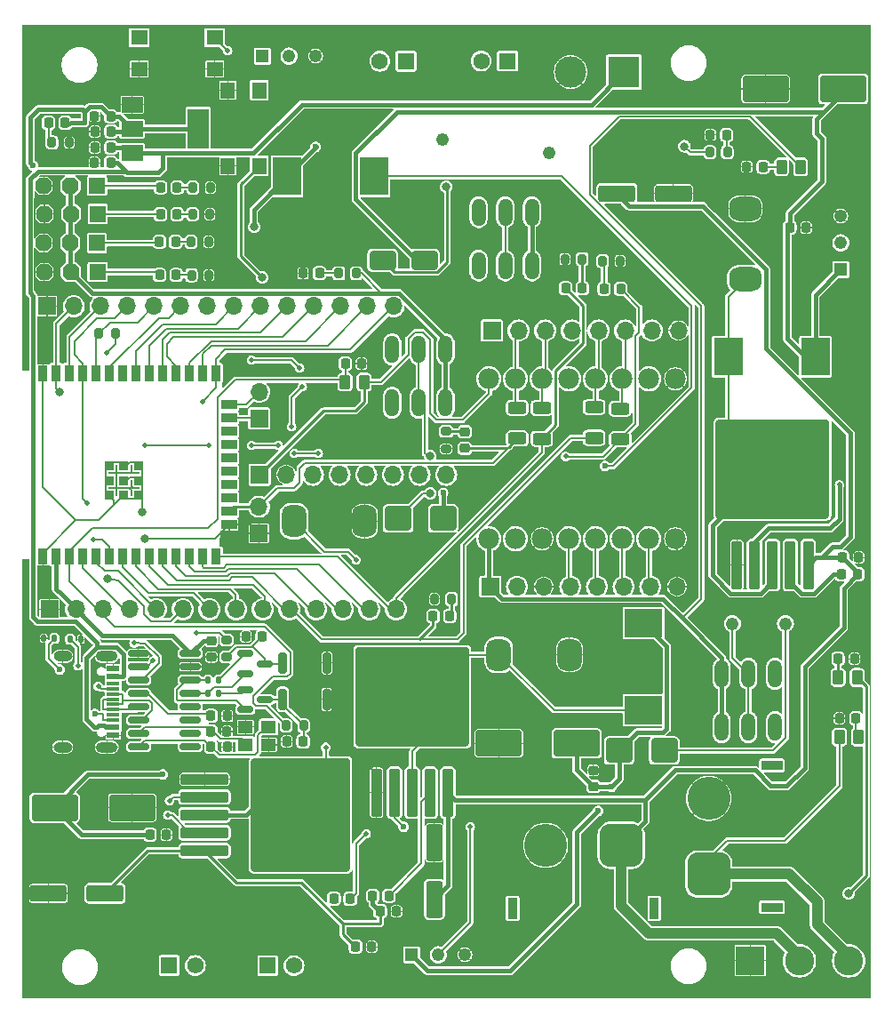
<source format=gbr>
%TF.GenerationSoftware,KiCad,Pcbnew,8.0.2*%
%TF.CreationDate,2024-05-19T21:43:39+05:30*%
%TF.ProjectId,Evoborne,45766f62-6f72-46e6-952e-6b696361645f,rev?*%
%TF.SameCoordinates,Original*%
%TF.FileFunction,Copper,L1,Top*%
%TF.FilePolarity,Positive*%
%FSLAX46Y46*%
G04 Gerber Fmt 4.6, Leading zero omitted, Abs format (unit mm)*
G04 Created by KiCad (PCBNEW 8.0.2) date 2024-05-19 21:43:39*
%MOMM*%
%LPD*%
G01*
G04 APERTURE LIST*
G04 Aperture macros list*
%AMRoundRect*
0 Rectangle with rounded corners*
0 $1 Rounding radius*
0 $2 $3 $4 $5 $6 $7 $8 $9 X,Y pos of 4 corners*
0 Add a 4 corners polygon primitive as box body*
4,1,4,$2,$3,$4,$5,$6,$7,$8,$9,$2,$3,0*
0 Add four circle primitives for the rounded corners*
1,1,$1+$1,$2,$3*
1,1,$1+$1,$4,$5*
1,1,$1+$1,$6,$7*
1,1,$1+$1,$8,$9*
0 Add four rect primitives between the rounded corners*
20,1,$1+$1,$2,$3,$4,$5,0*
20,1,$1+$1,$4,$5,$6,$7,0*
20,1,$1+$1,$6,$7,$8,$9,0*
20,1,$1+$1,$8,$9,$2,$3,0*%
%AMOutline5P*
0 Free polygon, 5 corners , with rotation*
0 The origin of the aperture is its center*
0 number of corners: always 5*
0 $1 to $10 corner X, Y*
0 $11 Rotation angle, in degrees counterclockwise*
0 create outline with 5 corners*
4,1,5,$1,$2,$3,$4,$5,$6,$7,$8,$9,$10,$1,$2,$11*%
%AMOutline6P*
0 Free polygon, 6 corners , with rotation*
0 The origin of the aperture is its center*
0 number of corners: always 6*
0 $1 to $12 corner X, Y*
0 $13 Rotation angle, in degrees counterclockwise*
0 create outline with 6 corners*
4,1,6,$1,$2,$3,$4,$5,$6,$7,$8,$9,$10,$11,$12,$1,$2,$13*%
%AMOutline7P*
0 Free polygon, 7 corners , with rotation*
0 The origin of the aperture is its center*
0 number of corners: always 7*
0 $1 to $14 corner X, Y*
0 $15 Rotation angle, in degrees counterclockwise*
0 create outline with 7 corners*
4,1,7,$1,$2,$3,$4,$5,$6,$7,$8,$9,$10,$11,$12,$13,$14,$1,$2,$15*%
%AMOutline8P*
0 Free polygon, 8 corners , with rotation*
0 The origin of the aperture is its center*
0 number of corners: always 8*
0 $1 to $16 corner X, Y*
0 $17 Rotation angle, in degrees counterclockwise*
0 create outline with 8 corners*
4,1,8,$1,$2,$3,$4,$5,$6,$7,$8,$9,$10,$11,$12,$13,$14,$15,$16,$1,$2,$17*%
G04 Aperture macros list end*
%TA.AperFunction,SMDPad,CuDef*%
%ADD10RoundRect,0.250000X1.500000X0.550000X-1.500000X0.550000X-1.500000X-0.550000X1.500000X-0.550000X0*%
%TD*%
%TA.AperFunction,SMDPad,CuDef*%
%ADD11RoundRect,0.200000X-0.200000X-0.275000X0.200000X-0.275000X0.200000X0.275000X-0.200000X0.275000X0*%
%TD*%
%TA.AperFunction,SMDPad,CuDef*%
%ADD12RoundRect,0.250000X0.300000X-2.050000X0.300000X2.050000X-0.300000X2.050000X-0.300000X-2.050000X0*%
%TD*%
%TA.AperFunction,SMDPad,CuDef*%
%ADD13RoundRect,0.250000X2.375000X-2.025000X2.375000X2.025000X-2.375000X2.025000X-2.375000X-2.025000X0*%
%TD*%
%TA.AperFunction,SMDPad,CuDef*%
%ADD14RoundRect,0.250002X5.149998X-4.449998X5.149998X4.449998X-5.149998X4.449998X-5.149998X-4.449998X0*%
%TD*%
%TA.AperFunction,ComponentPad*%
%ADD15R,1.524000X1.524000*%
%TD*%
%TA.AperFunction,ComponentPad*%
%ADD16Outline8P,-0.762000X0.381000X-0.381000X0.762000X0.381000X0.762000X0.762000X0.381000X0.762000X-0.381000X0.381000X-0.762000X-0.381000X-0.762000X-0.762000X-0.381000X270.000000*%
%TD*%
%TA.AperFunction,ComponentPad*%
%ADD17R,1.700000X1.700000*%
%TD*%
%TA.AperFunction,ComponentPad*%
%ADD18O,1.700000X1.700000*%
%TD*%
%TA.AperFunction,ComponentPad*%
%ADD19R,1.575000X1.575000*%
%TD*%
%TA.AperFunction,ComponentPad*%
%ADD20C,1.575000*%
%TD*%
%TA.AperFunction,SMDPad,CuDef*%
%ADD21R,2.700000X3.600000*%
%TD*%
%TA.AperFunction,SMDPad,CuDef*%
%ADD22RoundRect,0.250000X-1.000000X-0.650000X1.000000X-0.650000X1.000000X0.650000X-1.000000X0.650000X0*%
%TD*%
%TA.AperFunction,SMDPad,CuDef*%
%ADD23RoundRect,0.200000X-0.200000X-0.800000X0.200000X-0.800000X0.200000X0.800000X-0.200000X0.800000X0*%
%TD*%
%TA.AperFunction,SMDPad,CuDef*%
%ADD24R,0.900000X1.500000*%
%TD*%
%TA.AperFunction,SMDPad,CuDef*%
%ADD25R,1.500000X0.900000*%
%TD*%
%TA.AperFunction,SMDPad,CuDef*%
%ADD26R,0.900000X0.900000*%
%TD*%
%TA.AperFunction,ComponentPad*%
%ADD27C,0.300000*%
%TD*%
%TA.AperFunction,SMDPad,CuDef*%
%ADD28RoundRect,0.225000X-0.225000X-0.250000X0.225000X-0.250000X0.225000X0.250000X-0.225000X0.250000X0*%
%TD*%
%TA.AperFunction,SMDPad,CuDef*%
%ADD29RoundRect,0.250000X0.550000X-1.500000X0.550000X1.500000X-0.550000X1.500000X-0.550000X-1.500000X0*%
%TD*%
%TA.AperFunction,ComponentPad*%
%ADD30R,1.218000X1.218000*%
%TD*%
%TA.AperFunction,ComponentPad*%
%ADD31C,1.218000*%
%TD*%
%TA.AperFunction,SMDPad,CuDef*%
%ADD32RoundRect,0.200000X0.200000X0.275000X-0.200000X0.275000X-0.200000X-0.275000X0.200000X-0.275000X0*%
%TD*%
%TA.AperFunction,SMDPad,CuDef*%
%ADD33RoundRect,0.250000X-1.000000X-0.900000X1.000000X-0.900000X1.000000X0.900000X-1.000000X0.900000X0*%
%TD*%
%TA.AperFunction,SMDPad,CuDef*%
%ADD34RoundRect,0.200000X0.275000X-0.200000X0.275000X0.200000X-0.275000X0.200000X-0.275000X-0.200000X0*%
%TD*%
%TA.AperFunction,SMDPad,CuDef*%
%ADD35RoundRect,0.250000X1.950000X1.000000X-1.950000X1.000000X-1.950000X-1.000000X1.950000X-1.000000X0*%
%TD*%
%TA.AperFunction,SMDPad,CuDef*%
%ADD36RoundRect,0.225000X0.225000X0.250000X-0.225000X0.250000X-0.225000X-0.250000X0.225000X-0.250000X0*%
%TD*%
%TA.AperFunction,SMDPad,CuDef*%
%ADD37RoundRect,0.218750X-0.218750X-0.256250X0.218750X-0.256250X0.218750X0.256250X-0.218750X0.256250X0*%
%TD*%
%TA.AperFunction,SMDPad,CuDef*%
%ADD38RoundRect,0.200000X-0.275000X0.200000X-0.275000X-0.200000X0.275000X-0.200000X0.275000X0.200000X0*%
%TD*%
%TA.AperFunction,SMDPad,CuDef*%
%ADD39R,1.600000X1.400000*%
%TD*%
%TA.AperFunction,SMDPad,CuDef*%
%ADD40RoundRect,0.218750X0.218750X0.256250X-0.218750X0.256250X-0.218750X-0.256250X0.218750X-0.256250X0*%
%TD*%
%TA.AperFunction,SMDPad,CuDef*%
%ADD41RoundRect,0.150000X-0.587500X-0.150000X0.587500X-0.150000X0.587500X0.150000X-0.587500X0.150000X0*%
%TD*%
%TA.AperFunction,SMDPad,CuDef*%
%ADD42R,1.400000X1.600000*%
%TD*%
%TA.AperFunction,ComponentPad*%
%ADD43O,1.320800X2.641600*%
%TD*%
%TA.AperFunction,SMDPad,CuDef*%
%ADD44RoundRect,0.250000X0.262500X0.450000X-0.262500X0.450000X-0.262500X-0.450000X0.262500X-0.450000X0*%
%TD*%
%TA.AperFunction,SMDPad,CuDef*%
%ADD45RoundRect,0.218750X-0.256250X0.218750X-0.256250X-0.218750X0.256250X-0.218750X0.256250X0.218750X0*%
%TD*%
%TA.AperFunction,SMDPad,CuDef*%
%ADD46RoundRect,0.135000X0.135000X0.185000X-0.135000X0.185000X-0.135000X-0.185000X0.135000X-0.185000X0*%
%TD*%
%TA.AperFunction,SMDPad,CuDef*%
%ADD47RoundRect,0.135000X-0.135000X-0.185000X0.135000X-0.185000X0.135000X0.185000X-0.135000X0.185000X0*%
%TD*%
%TA.AperFunction,SMDPad,CuDef*%
%ADD48RoundRect,0.885400X-0.279600X-0.649600X0.279600X-0.649600X0.279600X0.649600X-0.279600X0.649600X0*%
%TD*%
%TA.AperFunction,SMDPad,CuDef*%
%ADD49RoundRect,0.250000X0.625000X-0.312500X0.625000X0.312500X-0.625000X0.312500X-0.625000X-0.312500X0*%
%TD*%
%TA.AperFunction,ComponentPad*%
%ADD50C,1.980000*%
%TD*%
%TA.AperFunction,SMDPad,CuDef*%
%ADD51RoundRect,0.225000X0.250000X-0.225000X0.250000X0.225000X-0.250000X0.225000X-0.250000X-0.225000X0*%
%TD*%
%TA.AperFunction,ComponentPad*%
%ADD52R,0.900000X2.000000*%
%TD*%
%TA.AperFunction,ComponentPad*%
%ADD53RoundRect,1.025000X1.025000X1.025000X-1.025000X1.025000X-1.025000X-1.025000X1.025000X-1.025000X0*%
%TD*%
%TA.AperFunction,ComponentPad*%
%ADD54C,4.100000*%
%TD*%
%TA.AperFunction,ComponentPad*%
%ADD55C,1.228000*%
%TD*%
%TA.AperFunction,SMDPad,CuDef*%
%ADD56RoundRect,0.250000X-1.950000X-1.000000X1.950000X-1.000000X1.950000X1.000000X-1.950000X1.000000X0*%
%TD*%
%TA.AperFunction,SMDPad,CuDef*%
%ADD57RoundRect,0.250000X1.000000X0.900000X-1.000000X0.900000X-1.000000X-0.900000X1.000000X-0.900000X0*%
%TD*%
%TA.AperFunction,SMDPad,CuDef*%
%ADD58RoundRect,0.250000X-2.050000X-0.300000X2.050000X-0.300000X2.050000X0.300000X-2.050000X0.300000X0*%
%TD*%
%TA.AperFunction,SMDPad,CuDef*%
%ADD59RoundRect,0.250000X-2.025000X-2.375000X2.025000X-2.375000X2.025000X2.375000X-2.025000X2.375000X0*%
%TD*%
%TA.AperFunction,SMDPad,CuDef*%
%ADD60RoundRect,0.250002X-4.449998X-5.149998X4.449998X-5.149998X4.449998X5.149998X-4.449998X5.149998X0*%
%TD*%
%TA.AperFunction,ComponentPad*%
%ADD61R,3.000000X3.000000*%
%TD*%
%TA.AperFunction,ComponentPad*%
%ADD62C,3.000000*%
%TD*%
%TA.AperFunction,SMDPad,CuDef*%
%ADD63R,1.240000X0.600000*%
%TD*%
%TA.AperFunction,SMDPad,CuDef*%
%ADD64R,1.240000X0.300000*%
%TD*%
%TA.AperFunction,ComponentPad*%
%ADD65O,2.100000X1.000000*%
%TD*%
%TA.AperFunction,ComponentPad*%
%ADD66O,1.800000X1.000000*%
%TD*%
%TA.AperFunction,SMDPad,CuDef*%
%ADD67R,2.000000X1.500000*%
%TD*%
%TA.AperFunction,SMDPad,CuDef*%
%ADD68R,2.000000X3.800000*%
%TD*%
%TA.AperFunction,SMDPad,CuDef*%
%ADD69R,3.600000X2.700000*%
%TD*%
%TA.AperFunction,SMDPad,CuDef*%
%ADD70RoundRect,0.250000X-1.500000X-0.550000X1.500000X-0.550000X1.500000X0.550000X-1.500000X0.550000X0*%
%TD*%
%TA.AperFunction,ComponentPad*%
%ADD71C,1.219000*%
%TD*%
%TA.AperFunction,ComponentPad*%
%ADD72R,2.775000X2.775000*%
%TD*%
%TA.AperFunction,ComponentPad*%
%ADD73C,2.775000*%
%TD*%
%TA.AperFunction,SMDPad,CuDef*%
%ADD74RoundRect,0.250000X-0.262500X-0.450000X0.262500X-0.450000X0.262500X0.450000X-0.262500X0.450000X0*%
%TD*%
%TA.AperFunction,SMDPad,CuDef*%
%ADD75R,1.400000X1.200000*%
%TD*%
%TA.AperFunction,SMDPad,CuDef*%
%ADD76RoundRect,0.885400X0.649600X-0.279600X0.649600X0.279600X-0.649600X0.279600X-0.649600X-0.279600X0*%
%TD*%
%TA.AperFunction,SMDPad,CuDef*%
%ADD77RoundRect,0.150000X-0.825000X-0.150000X0.825000X-0.150000X0.825000X0.150000X-0.825000X0.150000X0*%
%TD*%
%TA.AperFunction,ComponentPad*%
%ADD78R,2.000000X0.900000*%
%TD*%
%TA.AperFunction,ComponentPad*%
%ADD79RoundRect,1.025000X-1.025000X1.025000X-1.025000X-1.025000X1.025000X-1.025000X1.025000X1.025000X0*%
%TD*%
%TA.AperFunction,ViaPad*%
%ADD80C,0.800000*%
%TD*%
%TA.AperFunction,ViaPad*%
%ADD81C,0.600000*%
%TD*%
%TA.AperFunction,ViaPad*%
%ADD82C,0.500000*%
%TD*%
%TA.AperFunction,Conductor*%
%ADD83C,0.200000*%
%TD*%
%TA.AperFunction,Conductor*%
%ADD84C,0.400000*%
%TD*%
%TA.AperFunction,Conductor*%
%ADD85C,0.250000*%
%TD*%
%TA.AperFunction,Conductor*%
%ADD86C,1.000000*%
%TD*%
G04 APERTURE END LIST*
D10*
%TO.P,C12,1*%
%TO.N,/24V*%
X57410000Y-144520000D03*
%TO.P,C12,2*%
%TO.N,GND*%
X52010000Y-144520000D03*
%TD*%
D11*
%TO.P,R14,1*%
%TO.N,Net-(D12-K)*%
X104840000Y-84290000D03*
%TO.P,R14,2*%
%TO.N,GND*%
X106490000Y-84290000D03*
%TD*%
%TO.P,R20,1*%
%TO.N,Net-(D18-K)*%
X52355000Y-73000000D03*
%TO.P,R20,2*%
%TO.N,GND*%
X54005000Y-73000000D03*
%TD*%
D12*
%TO.P,U5,1,GND*%
%TO.N,GND*%
X83285000Y-134935000D03*
%TO.P,U5,2,FB*%
%TO.N,Net-(U5-FB)*%
X84985000Y-134935000D03*
%TO.P,U5,3,SW*%
%TO.N,Net-(U5-SW)*%
X86685000Y-134935000D03*
D13*
X83910000Y-128210000D03*
X89460000Y-128210000D03*
D14*
X86685000Y-125785000D03*
D13*
X83910000Y-123360000D03*
X89460000Y-123360000D03*
D12*
%TO.P,U5,4,VC*%
%TO.N,Net-(U5-VC)*%
X88385000Y-134935000D03*
%TO.P,U5,5,VIN*%
%TO.N,/24V*%
X90085000Y-134935000D03*
%TD*%
D15*
%TO.P,J6,1,Pin_1*%
%TO.N,/15*%
X56640000Y-82580000D03*
D16*
%TO.P,J6,2,Pin_2*%
%TO.N,/8.4V_P*%
X54100000Y-82580000D03*
%TO.P,J6,3,Pin_3*%
%TO.N,GND*%
X51560000Y-82580000D03*
%TD*%
D17*
%TO.P,J12,1,Pin_1*%
%TO.N,/12V_P*%
X94130000Y-115310000D03*
D18*
%TO.P,J12,2,Pin_2*%
%TO.N,/3V3*%
X96670000Y-115310000D03*
%TO.P,J12,3,Pin_3*%
%TO.N,GND*%
X99210000Y-115310000D03*
%TO.P,J12,4,Pin_4*%
%TO.N,/M1A*%
X101750000Y-115310000D03*
%TO.P,J12,5,Pin_5*%
%TO.N,/M1B*%
X104290000Y-115310000D03*
%TO.P,J12,6,Pin_6*%
%TO.N,/M2B*%
X106830000Y-115310000D03*
%TO.P,J12,7,Pin_7*%
%TO.N,/M2A*%
X109370000Y-115310000D03*
%TO.P,J12,8,Pin_8*%
%TO.N,GND*%
X111910000Y-115310000D03*
%TD*%
D15*
%TO.P,J5,1,Pin_1*%
%TO.N,/5*%
X56700000Y-85330000D03*
D16*
%TO.P,J5,2,Pin_2*%
%TO.N,/8.4V_P*%
X54160000Y-85330000D03*
%TO.P,J5,3,Pin_3*%
%TO.N,GND*%
X51620000Y-85330000D03*
%TD*%
D11*
%TO.P,R19,1*%
%TO.N,/5V_P*%
X115052500Y-73930000D03*
%TO.P,R19,2*%
%TO.N,Net-(D5-A)*%
X116702500Y-73930000D03*
%TD*%
D19*
%TO.P,J4,1,1*%
%TO.N,/M2A*%
X86086000Y-65261000D03*
D20*
%TO.P,J4,2,2*%
%TO.N,/M2B*%
X83586000Y-65261000D03*
%TD*%
D21*
%TO.P,L3,1,1*%
%TO.N,Net-(U6-SW)*%
X83050000Y-76210000D03*
%TO.P,L3,2,2*%
%TO.N,/8.4V*%
X74750000Y-76210000D03*
%TD*%
D22*
%TO.P,D8,1,K*%
%TO.N,Net-(D8-K)*%
X83860000Y-84220000D03*
%TO.P,D8,2,A*%
%TO.N,/5V*%
X87860000Y-84220000D03*
%TD*%
D23*
%TO.P,SW6,1,1*%
%TO.N,Net-(Q2-C)*%
X74360000Y-122560000D03*
%TO.P,SW6,2,2*%
%TO.N,GND*%
X78560000Y-122560000D03*
%TD*%
D24*
%TO.P,U3,1,GND*%
%TO.N,GND*%
X51480000Y-112450000D03*
%TO.P,U3,2,3V3*%
%TO.N,/3V3*%
X52750000Y-112450000D03*
%TO.P,U3,3,EN*%
%TO.N,/EN*%
X54020000Y-112450000D03*
%TO.P,U3,4,SENSOR_VP*%
%TO.N,/VP*%
X55290000Y-112450000D03*
%TO.P,U3,5,SENSOR_VN*%
%TO.N,/VN*%
X56560000Y-112450000D03*
%TO.P,U3,6,IO34*%
%TO.N,/34*%
X57830000Y-112450000D03*
%TO.P,U3,7,IO35*%
%TO.N,/35*%
X59100000Y-112450000D03*
%TO.P,U3,8,IO32*%
%TO.N,/32*%
X60370000Y-112450000D03*
%TO.P,U3,9,IO33*%
%TO.N,/33*%
X61640000Y-112450000D03*
%TO.P,U3,10,IO25*%
%TO.N,/25*%
X62910000Y-112450000D03*
%TO.P,U3,11,IO26*%
%TO.N,/26*%
X64180000Y-112450000D03*
%TO.P,U3,12,IO27*%
%TO.N,/27*%
X65450000Y-112450000D03*
%TO.P,U3,13,IO14*%
%TO.N,/14*%
X66720000Y-112450000D03*
%TO.P,U3,14,IO12*%
%TO.N,/12*%
X67990000Y-112450000D03*
D25*
%TO.P,U3,15,GND*%
%TO.N,GND*%
X69240000Y-109415000D03*
%TO.P,U3,16,IO13*%
%TO.N,/13*%
X69240000Y-108145000D03*
%TO.P,U3,17,NC*%
%TO.N,unconnected-(U3-NC-Pad17)*%
X69240000Y-106875000D03*
%TO.P,U3,18,NC*%
%TO.N,unconnected-(U3-NC-Pad18)*%
X69240000Y-105605000D03*
%TO.P,U3,19,NC*%
%TO.N,unconnected-(U3-NC-Pad19)*%
X69240000Y-104335000D03*
%TO.P,U3,20,NC*%
%TO.N,unconnected-(U3-NC-Pad20)*%
X69240000Y-103065000D03*
%TO.P,U3,21,NC*%
%TO.N,unconnected-(U3-NC-Pad21)*%
X69240000Y-101795000D03*
%TO.P,U3,22,NC*%
%TO.N,unconnected-(U3-NC-Pad22)*%
X69240000Y-100525000D03*
%TO.P,U3,23,IO15*%
%TO.N,/15*%
X69240000Y-99255000D03*
%TO.P,U3,24,IO2*%
%TO.N,/2*%
X69240000Y-97985000D03*
D24*
%TO.P,U3,25,IO0*%
%TO.N,/0*%
X67990000Y-94950000D03*
%TO.P,U3,26,IO4*%
%TO.N,/4*%
X66720000Y-94950000D03*
%TO.P,U3,27,IO16*%
%TO.N,/16*%
X65450000Y-94950000D03*
%TO.P,U3,28,IO17*%
%TO.N,/17*%
X64180000Y-94950000D03*
%TO.P,U3,29,IO5*%
%TO.N,/5*%
X62910000Y-94950000D03*
%TO.P,U3,30,IO18*%
%TO.N,/18*%
X61640000Y-94950000D03*
%TO.P,U3,31,IO19*%
%TO.N,/19*%
X60370000Y-94950000D03*
%TO.P,U3,32,NC1*%
%TO.N,unconnected-(U3-NC1-Pad32)*%
X59100000Y-94950000D03*
%TO.P,U3,33,IO21*%
%TO.N,/21*%
X57830000Y-94950000D03*
%TO.P,U3,34,RXD0*%
%TO.N,/RXD*%
X56560000Y-94950000D03*
%TO.P,U3,35,TXD0*%
%TO.N,/TXD*%
X55290000Y-94950000D03*
%TO.P,U3,36,IO22*%
%TO.N,/22*%
X54020000Y-94950000D03*
%TO.P,U3,37,IO23*%
%TO.N,/23*%
X52750000Y-94950000D03*
%TO.P,U3,38,GND*%
%TO.N,GND*%
X51480000Y-94950000D03*
D26*
%TO.P,U3,39_1,GND*%
X57800000Y-106600000D03*
%TO.P,U3,39_2,GND*%
X57800000Y-105200000D03*
%TO.P,U3,39_3,GND*%
X57800000Y-103800000D03*
%TO.P,U3,39_4,GND*%
X59200000Y-106600000D03*
%TO.P,U3,39_5,GND*%
X59200000Y-105200000D03*
%TO.P,U3,39_6,GND*%
X59200000Y-103800000D03*
%TO.P,U3,39_7,GND*%
X60600000Y-106600000D03*
%TO.P,U3,39_8,GND*%
X60600000Y-105200000D03*
%TO.P,U3,39_9,GND*%
X60600000Y-103800000D03*
D27*
%TO.P,U3,39_10*%
%TO.N,N/C*%
X57800000Y-105900000D03*
%TO.P,U3,39_11*%
X57800000Y-104500000D03*
%TO.P,U3,39_12*%
X58500000Y-106600000D03*
%TO.P,U3,39_13*%
X58500000Y-105200000D03*
%TO.P,U3,39_14*%
X58500000Y-103800000D03*
%TO.P,U3,39_15*%
X59200000Y-105900000D03*
%TO.P,U3,39_16*%
X59200000Y-104500000D03*
%TO.P,U3,39_17*%
X59900000Y-106600000D03*
%TO.P,U3,39_18*%
X59900000Y-105200000D03*
%TO.P,U3,39_19*%
X59900000Y-103800000D03*
%TO.P,U3,39_20*%
X60600000Y-105900000D03*
%TO.P,U3,39_21*%
X60600000Y-104500000D03*
%TD*%
D17*
%TO.P,J17,1,Pin_1*%
%TO.N,GND*%
X51890000Y-88590000D03*
D18*
%TO.P,J17,2,Pin_2*%
%TO.N,/23*%
X54430000Y-88590000D03*
%TO.P,J17,3,Pin_3*%
%TO.N,/22*%
X56970000Y-88590000D03*
%TO.P,J17,4,Pin_4*%
%TO.N,/TXD*%
X59510000Y-88590000D03*
%TO.P,J17,5,Pin_5*%
%TO.N,/RXD*%
X62050000Y-88590000D03*
%TO.P,J17,6,Pin_6*%
%TO.N,/21*%
X64590000Y-88590000D03*
%TO.P,J17,7,Pin_7*%
%TO.N,unconnected-(J17-Pin_7-Pad7)*%
X67130000Y-88590000D03*
%TO.P,J17,8,Pin_8*%
%TO.N,/19*%
X69670000Y-88590000D03*
%TO.P,J17,9,Pin_9*%
%TO.N,/18*%
X72210000Y-88590000D03*
%TO.P,J17,10,Pin_10*%
%TO.N,/5*%
X74750000Y-88590000D03*
%TO.P,J17,11,Pin_11*%
%TO.N,/17*%
X77290000Y-88590000D03*
%TO.P,J17,12,Pin_12*%
%TO.N,/16*%
X79830000Y-88590000D03*
%TO.P,J17,13,Pin_13*%
%TO.N,/4*%
X82370000Y-88590000D03*
%TO.P,J17,14,Pin_14*%
%TO.N,/0*%
X84910000Y-88590000D03*
%TD*%
D28*
%TO.P,C24,1*%
%TO.N,GND*%
X74725000Y-130050000D03*
%TO.P,C24,2*%
%TO.N,Net-(Q1-C)*%
X76275000Y-130050000D03*
%TD*%
D29*
%TO.P,+C9,1*%
%TO.N,/24V*%
X88790000Y-145080000D03*
%TO.P,+C9,2*%
%TO.N,GND*%
X88790000Y-139680000D03*
%TD*%
D17*
%TO.P,J11,1,Pin_1*%
%TO.N,/3V3*%
X94270000Y-90910000D03*
D18*
%TO.P,J11,2,Pin_2*%
%TO.N,/A2*%
X96810000Y-90910000D03*
%TO.P,J11,3,Pin_3*%
%TO.N,/A1*%
X99350000Y-90910000D03*
%TO.P,J11,4,Pin_4*%
%TO.N,/3V3*%
X101890000Y-90910000D03*
%TO.P,J11,5,Pin_5*%
%TO.N,/B1*%
X104430000Y-90910000D03*
%TO.P,J11,6,Pin_6*%
%TO.N,/B2*%
X106970000Y-90910000D03*
%TO.P,J11,7,Pin_7*%
%TO.N,/3V3*%
X109510000Y-90910000D03*
%TO.P,J11,8,Pin_8*%
%TO.N,GND*%
X112050000Y-90910000D03*
%TD*%
D30*
%TO.P,R6,1*%
%TO.N,/8.4V*%
X72390000Y-64770000D03*
D31*
%TO.P,R6,2*%
%TO.N,Net-(U6-FB)*%
X74930000Y-64770000D03*
%TO.P,R6,3*%
%TO.N,GND*%
X77470000Y-64770000D03*
%TD*%
D12*
%TO.P,U4,1,GND*%
%TO.N,GND*%
X117610000Y-113250000D03*
%TO.P,U4,2,FB*%
%TO.N,Net-(U4-FB)*%
X119310000Y-113250000D03*
%TO.P,U4,3,SW*%
%TO.N,Net-(U4-SW)*%
X121010000Y-113250000D03*
D13*
X118235000Y-106525000D03*
X123785000Y-106525000D03*
D14*
X121010000Y-104100000D03*
D13*
X118235000Y-101675000D03*
X123785000Y-101675000D03*
D12*
%TO.P,U4,4,VC*%
%TO.N,Net-(U4-VC)*%
X122710000Y-113250000D03*
%TO.P,U4,5,VIN*%
%TO.N,/24V*%
X124410000Y-113250000D03*
%TD*%
D11*
%TO.P,R18,1*%
%TO.N,Net-(D16-K)*%
X65790000Y-77280000D03*
%TO.P,R18,2*%
%TO.N,GND*%
X67440000Y-77280000D03*
%TD*%
D32*
%TO.P,R11,1*%
%TO.N,Net-(D9-K)*%
X102885000Y-84110000D03*
%TO.P,R11,2*%
%TO.N,GND*%
X101235000Y-84110000D03*
%TD*%
D28*
%TO.P,C13,1*%
%TO.N,/24V*%
X81280000Y-149606000D03*
%TO.P,C13,2*%
%TO.N,GND*%
X82830000Y-149606000D03*
%TD*%
D33*
%TO.P,D3,1,K*%
%TO.N,Net-(D3-K)*%
X85330000Y-108820000D03*
%TO.P,D3,2,A*%
%TO.N,/8.4V*%
X89630000Y-108820000D03*
%TD*%
D34*
%TO.P,R8,1*%
%TO.N,Net-(Q2-C)*%
X69010000Y-122015000D03*
%TO.P,R8,2*%
%TO.N,/0*%
X69010000Y-120365000D03*
%TD*%
D35*
%TO.P,C11+,1*%
%TO.N,/12V*%
X102340000Y-130230000D03*
%TO.P,C11+,2*%
%TO.N,GND*%
X94940000Y-130230000D03*
%TD*%
D36*
%TO.P,C17,1*%
%TO.N,/24V*%
X129140000Y-114100000D03*
%TO.P,C17,2*%
%TO.N,Net-(U4-VC)*%
X127590000Y-114100000D03*
%TD*%
D37*
%TO.P,D18,1,K*%
%TO.N,Net-(D18-K)*%
X52044500Y-71120000D03*
%TO.P,D18,2,A*%
%TO.N,/3V3*%
X53619500Y-71120000D03*
%TD*%
D17*
%TO.P,J15,1,Pin_1*%
%TO.N,/3V3*%
X72136000Y-104648000D03*
D18*
%TO.P,J15,2,Pin_2*%
%TO.N,GND*%
X74676000Y-104648000D03*
%TO.P,J15,3,Pin_3*%
%TO.N,/21*%
X77216000Y-104648000D03*
%TO.P,J15,4,Pin_4*%
%TO.N,/22*%
X79756000Y-104648000D03*
%TO.P,J15,5,Pin_5*%
%TO.N,unconnected-(J15-Pin_5-Pad5)*%
X82296000Y-104648000D03*
%TO.P,J15,6,Pin_6*%
%TO.N,unconnected-(J15-Pin_6-Pad6)*%
X84836000Y-104648000D03*
%TO.P,J15,7,Pin_7*%
%TO.N,unconnected-(J15-Pin_7-Pad7)*%
X87376000Y-104648000D03*
%TO.P,J15,8,Pin_8*%
%TO.N,/23*%
X89916000Y-104648000D03*
%TD*%
D38*
%TO.P,R12,1*%
%TO.N,Net-(D10-K)*%
X89916000Y-100521000D03*
%TO.P,R12,2*%
%TO.N,GND*%
X89916000Y-102171000D03*
%TD*%
D11*
%TO.P,R17,1*%
%TO.N,Net-(D15-K)*%
X65752500Y-79830000D03*
%TO.P,R17,2*%
%TO.N,GND*%
X67402500Y-79830000D03*
%TD*%
D39*
%TO.P,SW7_4,1,1*%
%TO.N,GND*%
X60662000Y-66016000D03*
%TO.P,SW7_4,2,2*%
X67862000Y-66016000D03*
%TO.P,SW7_4,3,3*%
%TO.N,unconnected-(SW8-Pad3)*%
X60662000Y-63016000D03*
%TO.P,SW7_4,4,4*%
%TO.N,/4*%
X67862000Y-63016000D03*
%TD*%
D36*
%TO.P,C3,1*%
%TO.N,/3V3*%
X57990000Y-71950000D03*
%TO.P,C3,2*%
%TO.N,GND*%
X56440000Y-71950000D03*
%TD*%
D28*
%TO.P,C21,1*%
%TO.N,Net-(U7-XO)*%
X67500000Y-130560000D03*
%TO.P,C21,2*%
%TO.N,GND*%
X69050000Y-130560000D03*
%TD*%
%TO.P,C22,1*%
%TO.N,Net-(U7-V3)*%
X67500000Y-127620000D03*
%TO.P,C22,2*%
%TO.N,GND*%
X69050000Y-127620000D03*
%TD*%
D23*
%TO.P,SW5,1,1*%
%TO.N,Net-(Q1-C)*%
X74320000Y-126020000D03*
%TO.P,SW5,2,2*%
%TO.N,GND*%
X78520000Y-126020000D03*
%TD*%
D40*
%TO.P,D15+,1,K*%
%TO.N,Net-(D15-K)*%
X64270000Y-79840000D03*
%TO.P,D15+,2,A*%
%TO.N,/18*%
X62695000Y-79840000D03*
%TD*%
D41*
%TO.P,Q1,1,B*%
%TO.N,Net-(Q1-B)*%
X70785000Y-125110000D03*
%TO.P,Q1,2,E*%
%TO.N,Net-(Q1-E)*%
X70785000Y-127010000D03*
%TO.P,Q1,3,C*%
%TO.N,Net-(Q1-C)*%
X72660000Y-126060000D03*
%TD*%
%TO.P,Q2,1,B*%
%TO.N,Net-(Q2-B)*%
X70780000Y-121680000D03*
%TO.P,Q2,2,E*%
%TO.N,Net-(Q2-E)*%
X70780000Y-123580000D03*
%TO.P,Q2,3,C*%
%TO.N,Net-(Q2-C)*%
X72655000Y-122630000D03*
%TD*%
D42*
%TO.P,SW8_2,1,1*%
%TO.N,GND*%
X69112000Y-68028000D03*
%TO.P,SW8_2,2,2*%
X69112000Y-75228000D03*
%TO.P,SW8_2,3,3*%
%TO.N,unconnected-(SW9-Pad3)*%
X72112000Y-68028000D03*
%TO.P,SW8_2,4,4*%
%TO.N,/2*%
X72112000Y-75228000D03*
%TD*%
D40*
%TO.P,D13+,1,K*%
%TO.N,Net-(D13-K)*%
X64180000Y-85620000D03*
%TO.P,D13+,2,A*%
%TO.N,/5*%
X62605000Y-85620000D03*
%TD*%
D28*
%TO.P,C25,1*%
%TO.N,GND*%
X70840000Y-120060000D03*
%TO.P,C25,2*%
%TO.N,Net-(Q2-C)*%
X72390000Y-120060000D03*
%TD*%
D15*
%TO.P,J8,1,Pin_1*%
%TO.N,/19*%
X56650000Y-77120000D03*
D16*
%TO.P,J8,2,Pin_2*%
%TO.N,/8.4V_P*%
X54110000Y-77120000D03*
%TO.P,J8,3,Pin_3*%
%TO.N,GND*%
X51570000Y-77120000D03*
%TD*%
D43*
%TO.P,SW3,1,A*%
%TO.N,unconnected-(SW4-A-Pad1)*%
X84770000Y-92710000D03*
%TO.P,SW3,2,B*%
%TO.N,Net-(D3-K)*%
X87310000Y-92710000D03*
%TO.P,SW3,3,C*%
%TO.N,/8.4V_P*%
X89850000Y-92710000D03*
%TO.P,SW3,4,A*%
%TO.N,unconnected-(SW4-A-Pad4)*%
X84770000Y-97790000D03*
%TO.P,SW3,5,B*%
%TO.N,Net-(D3-K)*%
X87310000Y-97790000D03*
%TO.P,SW3,6,C*%
%TO.N,/8.4V_P*%
X89850000Y-97790000D03*
%TD*%
D44*
%TO.P,R22,1*%
%TO.N,/12V_P*%
X123692500Y-75320000D03*
%TO.P,R22,2*%
%TO.N,Net-(D19-A)*%
X121867500Y-75320000D03*
%TD*%
D45*
%TO.P,+D10,1,K*%
%TO.N,Net-(D10-K)*%
X91694000Y-100558500D03*
%TO.P,+D10,2,A*%
%TO.N,/13*%
X91694000Y-102133500D03*
%TD*%
D40*
%TO.P,+D2,1,K*%
%TO.N,GND*%
X128829000Y-122174000D03*
%TO.P,+D2,2,A*%
%TO.N,Net-(D2-A)*%
X127254000Y-122174000D03*
%TD*%
D21*
%TO.P,L1,1,1*%
%TO.N,Net-(U4-SW)*%
X116800000Y-93410000D03*
%TO.P,L1,2,2*%
%TO.N,/5V*%
X125100000Y-93410000D03*
%TD*%
D28*
%TO.P,C15,1*%
%TO.N,/8.4V*%
X61695000Y-138940000D03*
%TO.P,C15,2*%
%TO.N,GND*%
X63245000Y-138940000D03*
%TD*%
D17*
%TO.P,J18,1,Pin_1*%
%TO.N,GND*%
X72070000Y-110225000D03*
D18*
%TO.P,J18,2,Pin_2*%
%TO.N,/13*%
X72070000Y-107685000D03*
%TD*%
D40*
%TO.P,+D9,1,K*%
%TO.N,Net-(D9-K)*%
X102877500Y-86890000D03*
%TO.P,+D9,2,A*%
%TO.N,/12*%
X101302500Y-86890000D03*
%TD*%
%TO.P,D14+,1,K*%
%TO.N,Net-(D14-K)*%
X64147500Y-82450000D03*
%TO.P,D14+,2,A*%
%TO.N,/15*%
X62572500Y-82450000D03*
%TD*%
D46*
%TO.P,R29\u002C28,1*%
%TO.N,Net-(Q2-B)*%
X68210000Y-124220000D03*
%TO.P,R29\u002C28,2*%
%TO.N,Net-(Q1-E)*%
X67190000Y-124220000D03*
%TD*%
D47*
%TO.P,R25,1*%
%TO.N,Net-(J14-CC1)*%
X54090000Y-120320000D03*
%TO.P,R25,2*%
%TO.N,GND*%
X55110000Y-120320000D03*
%TD*%
D37*
%TO.P,D5+,1,K*%
%TO.N,GND*%
X115072500Y-72270000D03*
%TO.P,D5+,2,A*%
%TO.N,Net-(D5-A)*%
X116647500Y-72270000D03*
%TD*%
D11*
%TO.P,R9,1*%
%TO.N,/EN*%
X74680000Y-128550000D03*
%TO.P,R9,2*%
%TO.N,Net-(Q1-C)*%
X76330000Y-128550000D03*
%TD*%
D15*
%TO.P,J7,1,Pin_1*%
%TO.N,/18*%
X56710000Y-79800000D03*
D16*
%TO.P,J7,2,Pin_2*%
%TO.N,/8.4V_P*%
X54170000Y-79800000D03*
%TO.P,J7,3,Pin_3*%
%TO.N,GND*%
X51630000Y-79800000D03*
%TD*%
D48*
%TO.P,D7,A*%
%TO.N,GND*%
X82157500Y-109060000D03*
%TO.P,D7,C*%
%TO.N,Net-(U6-SW)*%
X75427500Y-109060000D03*
%TD*%
D49*
%TO.P,R4,1*%
%TO.N,/26*%
X106500000Y-101285000D03*
%TO.P,R4,2*%
%TO.N,/B2*%
X106500000Y-98360000D03*
%TD*%
D43*
%TO.P,SW2,1,A*%
%TO.N,unconnected-(SW3-A-Pad1)*%
X121260000Y-128680000D03*
%TO.P,SW2,2,B*%
%TO.N,Net-(F1-Pad2)*%
X118720000Y-128680000D03*
%TO.P,SW2,3,C*%
%TO.N,/12V_P*%
X116180000Y-128680000D03*
%TO.P,SW2,4,A*%
%TO.N,unconnected-(SW3-A-Pad4)*%
X121260000Y-123600000D03*
%TO.P,SW2,5,B*%
%TO.N,Net-(F1-Pad2)*%
X118720000Y-123600000D03*
%TO.P,SW2,6,C*%
%TO.N,/12V_P*%
X116180000Y-123600000D03*
%TD*%
D48*
%TO.P,D6,A*%
%TO.N,GND*%
X101660000Y-121800000D03*
%TO.P,D6,C*%
%TO.N,Net-(U5-SW)*%
X94930000Y-121800000D03*
%TD*%
D19*
%TO.P,J1,1,1*%
%TO.N,/M1A*%
X63520000Y-151384000D03*
D20*
%TO.P,J1,2,2*%
%TO.N,/M1B*%
X66020000Y-151384000D03*
%TD*%
D19*
%TO.P,J2,1,1*%
%TO.N,/M1A*%
X72918000Y-151401000D03*
D20*
%TO.P,J2,2,2*%
%TO.N,/M1B*%
X75418000Y-151401000D03*
%TD*%
D40*
%TO.P,+D11,1,K*%
%TO.N,Net-(D11-K)*%
X90247500Y-118100000D03*
%TO.P,+D11,2,A*%
%TO.N,/25*%
X88672500Y-118100000D03*
%TD*%
D50*
%TO.P,U1,1,VM*%
%TO.N,/12V_P*%
X93990000Y-110740000D03*
%TO.P,U1,2,VCC*%
%TO.N,/3V3*%
X96530000Y-110740000D03*
%TO.P,U1,3,GND*%
%TO.N,GND*%
X99070000Y-110740000D03*
%TO.P,U1,4,A01*%
%TO.N,/M1A*%
X101610000Y-110740000D03*
%TO.P,U1,5,A02*%
%TO.N,/M1B*%
X104150000Y-110740000D03*
%TO.P,U1,6,B02*%
%TO.N,/M2B*%
X106690000Y-110740000D03*
%TO.P,U1,7,B01*%
%TO.N,/M2A*%
X109230000Y-110740000D03*
%TO.P,U1,8,GND*%
%TO.N,GND*%
X111770000Y-110740000D03*
%TO.P,U1,9,GND*%
X111770000Y-95500000D03*
%TO.P,U1,10,PWMB*%
%TO.N,/3V3*%
X109230000Y-95500000D03*
%TO.P,U1,11,BI2*%
%TO.N,/B2*%
X106690000Y-95500000D03*
%TO.P,U1,12,BI1*%
%TO.N,/B1*%
X104150000Y-95500000D03*
%TO.P,U1,13,STBY*%
%TO.N,/3V3*%
X101610000Y-95500000D03*
%TO.P,U1,14,AI1*%
%TO.N,/A1*%
X99070000Y-95500000D03*
%TO.P,U1,15,AI2*%
%TO.N,/A2*%
X96530000Y-95500000D03*
%TO.P,U1,16,PWMA*%
%TO.N,/3V3*%
X93990000Y-95500000D03*
%TD*%
D11*
%TO.P,R15,1*%
%TO.N,Net-(D13-K)*%
X65650000Y-85640000D03*
%TO.P,R15,2*%
%TO.N,GND*%
X67300000Y-85640000D03*
%TD*%
D36*
%TO.P,C2,1*%
%TO.N,/5V_P*%
X57960000Y-74930000D03*
%TO.P,C2,2*%
%TO.N,GND*%
X56410000Y-74930000D03*
%TD*%
D51*
%TO.P,C10,1*%
%TO.N,/12V*%
X103930000Y-134340000D03*
%TO.P,C10,2*%
%TO.N,GND*%
X103930000Y-132790000D03*
%TD*%
D17*
%TO.P,J16,1,Pin_1*%
%TO.N,GND*%
X52120000Y-117450000D03*
D18*
%TO.P,J16,2,Pin_2*%
%TO.N,/3V3*%
X54660000Y-117450000D03*
%TO.P,J16,3,Pin_3*%
%TO.N,/EN*%
X57200000Y-117450000D03*
%TO.P,J16,4,Pin_4*%
%TO.N,/VP*%
X59740000Y-117450000D03*
%TO.P,J16,5,Pin_5*%
%TO.N,/VN*%
X62280000Y-117450000D03*
%TO.P,J16,6,Pin_6*%
%TO.N,/34*%
X64820000Y-117450000D03*
%TO.P,J16,7,Pin_7*%
%TO.N,/35*%
X67360000Y-117450000D03*
%TO.P,J16,8,Pin_8*%
%TO.N,/32*%
X69900000Y-117450000D03*
%TO.P,J16,9,Pin_9*%
%TO.N,/33*%
X72440000Y-117450000D03*
%TO.P,J16,10,Pin_10*%
%TO.N,/25*%
X74980000Y-117450000D03*
%TO.P,J16,11,Pin_11*%
%TO.N,/26*%
X77520000Y-117450000D03*
%TO.P,J16,12,Pin_12*%
%TO.N,/27*%
X80060000Y-117450000D03*
%TO.P,J16,13,Pin_13*%
%TO.N,/14*%
X82600000Y-117450000D03*
%TO.P,J16,14,Pin_14*%
%TO.N,/12*%
X85140000Y-117450000D03*
%TD*%
D40*
%TO.P,D16+,1,K*%
%TO.N,Net-(D16-K)*%
X64287500Y-77260000D03*
%TO.P,D16+,2,A*%
%TO.N,/19*%
X62712500Y-77260000D03*
%TD*%
D52*
%TO.P,J9,*%
%TO.N,*%
X109740000Y-145940000D03*
X96240000Y-145940000D03*
D53*
%TO.P,J9,1,+*%
%TO.N,/24V*%
X106590000Y-139940000D03*
D54*
%TO.P,J9,2,-*%
%TO.N,GND*%
X99390000Y-139940000D03*
%TD*%
D47*
%TO.P,R26,1*%
%TO.N,GND*%
X51570000Y-120220000D03*
%TO.P,R26,2*%
%TO.N,Net-(J14-CC2)*%
X52590000Y-120220000D03*
%TD*%
D37*
%TO.P,D12+,1,K*%
%TO.N,Net-(D12-K)*%
X104972500Y-86940000D03*
%TO.P,D12+,2,A*%
%TO.N,/26*%
X106547500Y-86940000D03*
%TD*%
D28*
%TO.P,C6,1*%
%TO.N,/24V*%
X127675000Y-112520000D03*
%TO.P,C6,2*%
%TO.N,GND*%
X129225000Y-112520000D03*
%TD*%
D11*
%TO.P,R27,1*%
%TO.N,/RXD*%
X56800000Y-91200000D03*
%TO.P,R27,2*%
%TO.N,Net-(U7-TXD)*%
X58450000Y-91200000D03*
%TD*%
D28*
%TO.P,C14,1*%
%TO.N,/24V*%
X79222000Y-145034000D03*
%TO.P,C14,2*%
%TO.N,Net-(U6-VC)*%
X80772000Y-145034000D03*
%TD*%
D30*
%TO.P,R7,1*%
%TO.N,/5V*%
X127508000Y-85090000D03*
D31*
%TO.P,R7,2*%
%TO.N,Net-(U4-FB)*%
X127508000Y-82550000D03*
%TO.P,R7,3*%
%TO.N,GND*%
X127508000Y-80010000D03*
%TD*%
D36*
%TO.P,C4,1*%
%TO.N,/3V3*%
X57960000Y-70490000D03*
%TO.P,C4,2*%
%TO.N,GND*%
X56410000Y-70490000D03*
%TD*%
D55*
%TO.P,F2,1*%
%TO.N,Net-(D8-K)*%
X89535000Y-72720000D03*
%TO.P,F2,2*%
%TO.N,Net-(F2-Pad2)*%
X99685000Y-74020000D03*
%TD*%
D37*
%TO.P,D19+,1,K*%
%TO.N,GND*%
X118545000Y-75310000D03*
%TO.P,D19+,2,A*%
%TO.N,Net-(D19-A)*%
X120120000Y-75310000D03*
%TD*%
D51*
%TO.P,C23,1*%
%TO.N,GND*%
X67540000Y-121995000D03*
%TO.P,C23,2*%
%TO.N,/3V3*%
X67540000Y-120445000D03*
%TD*%
D56*
%TO.P,C16,1*%
%TO.N,/8.4V*%
X52610000Y-136360000D03*
%TO.P,C16,2*%
%TO.N,GND*%
X60010000Y-136360000D03*
%TD*%
D57*
%TO.P,D1,1,K*%
%TO.N,Net-(D1-K)*%
X110700000Y-130920000D03*
%TO.P,D1,2,A*%
%TO.N,/12V*%
X106400000Y-130920000D03*
%TD*%
D58*
%TO.P,U6,1,GND*%
%TO.N,GND*%
X66890000Y-133640000D03*
%TO.P,U6,2,FB*%
%TO.N,Net-(U6-FB)*%
X66890000Y-135340000D03*
%TO.P,U6,3,SW*%
%TO.N,Net-(U6-SW)*%
X66890000Y-137040000D03*
D59*
X73615000Y-134265000D03*
X73615000Y-139815000D03*
D60*
X76040000Y-137040000D03*
D59*
X78465000Y-134265000D03*
X78465000Y-139815000D03*
D58*
%TO.P,U6,4,VC*%
%TO.N,Net-(U6-VC)*%
X66890000Y-138740000D03*
%TO.P,U6,5,VIN*%
%TO.N,/24V*%
X66890000Y-140440000D03*
%TD*%
D17*
%TO.P,J19,1,Pin_1*%
%TO.N,/15*%
X72090000Y-99285000D03*
D18*
%TO.P,J19,2,Pin_2*%
%TO.N,/2*%
X72090000Y-96745000D03*
%TD*%
D32*
%TO.P,R21,1*%
%TO.N,/8.4V_P*%
X81340000Y-85460000D03*
%TO.P,R21,2*%
%TO.N,Net-(D17-A)*%
X79690000Y-85460000D03*
%TD*%
D37*
%TO.P,D20+,1,K*%
%TO.N,GND*%
X127382500Y-127840000D03*
%TO.P,D20+,2,A*%
%TO.N,Net-(D20-A)*%
X128957500Y-127840000D03*
%TD*%
D61*
%TO.P,J13,1,Pin_1*%
%TO.N,/5V_P*%
X106860000Y-66290000D03*
D62*
%TO.P,J13,2,Pin_2*%
%TO.N,GND*%
X101780000Y-66290000D03*
%TD*%
D30*
%TO.P,R5,1*%
%TO.N,/12V*%
X86614000Y-150368000D03*
D31*
%TO.P,R5,2*%
%TO.N,Net-(U5-FB)*%
X89154000Y-150368000D03*
%TO.P,R5,3*%
%TO.N,GND*%
X91694000Y-150368000D03*
%TD*%
D63*
%TO.P,J14,A1,GND*%
%TO.N,GND*%
X58175000Y-123070000D03*
%TO.P,J14,A4,VBUS*%
%TO.N,/5V_P*%
X58175000Y-123870000D03*
D64*
%TO.P,J14,A5,CC1*%
%TO.N,Net-(J14-CC1)*%
X58175000Y-125020000D03*
%TO.P,J14,A6,D+*%
%TO.N,Net-(U7-UD+)*%
X58175000Y-126020000D03*
%TO.P,J14,A7,D-*%
%TO.N,Net-(U7-UD-)*%
X58175000Y-126520000D03*
%TO.P,J14,A8,SBU1*%
%TO.N,unconnected-(J14-SBU1-PadA8)*%
X58175000Y-127520000D03*
D63*
%TO.P,J14,A9,VBUS*%
%TO.N,/5V_P*%
X58175000Y-128670000D03*
%TO.P,J14,A12,GND*%
%TO.N,GND*%
X58175000Y-129470000D03*
%TO.P,J14,B1,GND*%
X58175000Y-129470000D03*
%TO.P,J14,B4,VBUS*%
%TO.N,/5V_P*%
X58175000Y-128670000D03*
D64*
%TO.P,J14,B5,CC2*%
%TO.N,Net-(J14-CC2)*%
X58175000Y-128020000D03*
%TO.P,J14,B6,D+*%
%TO.N,Net-(U7-UD+)*%
X58175000Y-127020000D03*
%TO.P,J14,B7,D-*%
%TO.N,Net-(U7-UD-)*%
X58175000Y-125520000D03*
%TO.P,J14,B8,SBU2*%
%TO.N,unconnected-(J14-SBU2-PadB8)*%
X58175000Y-124520000D03*
D63*
%TO.P,J14,B9,VBUS*%
%TO.N,/5V_P*%
X58175000Y-123870000D03*
%TO.P,J14,B12,GND*%
%TO.N,GND*%
X58175000Y-123070000D03*
D65*
%TO.P,J14,S1,SHIELD*%
X57575000Y-121950000D03*
D66*
X53375000Y-121950000D03*
D65*
X57575000Y-130590000D03*
D66*
X53375000Y-130590000D03*
%TD*%
D35*
%TO.P,C19+,1*%
%TO.N,/5V*%
X127750000Y-67890000D03*
%TO.P,C19+,2*%
%TO.N,GND*%
X120350000Y-67890000D03*
%TD*%
D49*
%TO.P,R2,1*%
%TO.N,/13*%
X96680000Y-101192500D03*
%TO.P,R2,2*%
%TO.N,/A2*%
X96680000Y-98267500D03*
%TD*%
D67*
%TO.P,U2,1,GND*%
%TO.N,GND*%
X59980000Y-69390000D03*
%TO.P,U2,2,VO*%
%TO.N,/3V3*%
X59980000Y-71690000D03*
D68*
X66280000Y-71690000D03*
D67*
%TO.P,U2,3,VI*%
%TO.N,/5V_P*%
X59980000Y-73990000D03*
%TD*%
D28*
%TO.P,C20,1*%
%TO.N,Net-(U7-XI)*%
X67480000Y-129100000D03*
%TO.P,C20,2*%
%TO.N,GND*%
X69030000Y-129100000D03*
%TD*%
%TO.P,C26,1*%
%TO.N,/EN*%
X80305000Y-94050000D03*
%TO.P,C26,2*%
%TO.N,GND*%
X81855000Y-94050000D03*
%TD*%
D36*
%TO.P,C1,1*%
%TO.N,/5V_P*%
X57990000Y-73470000D03*
%TO.P,C1,2*%
%TO.N,GND*%
X56440000Y-73470000D03*
%TD*%
D69*
%TO.P,L2,1,1*%
%TO.N,Net-(U5-SW)*%
X108730000Y-127070000D03*
%TO.P,L2,2,2*%
%TO.N,/12V*%
X108730000Y-118770000D03*
%TD*%
D37*
%TO.P,D17+,1,K*%
%TO.N,GND*%
X76275000Y-85450000D03*
%TO.P,D17+,2,A*%
%TO.N,Net-(D17-A)*%
X77850000Y-85450000D03*
%TD*%
D70*
%TO.P,C5,1*%
%TO.N,/24V*%
X106170000Y-77850000D03*
%TO.P,C5,2*%
%TO.N,GND*%
X111570000Y-77850000D03*
%TD*%
D71*
%TO.P,F1,1*%
%TO.N,Net-(D1-K)*%
X122245000Y-118830000D03*
%TO.P,F1,2*%
%TO.N,Net-(F1-Pad2)*%
X117195000Y-118830000D03*
%TD*%
D28*
%TO.P,C18,1*%
%TO.N,/5V*%
X122656000Y-81100000D03*
%TO.P,C18,2*%
%TO.N,GND*%
X124206000Y-81100000D03*
%TD*%
D44*
%TO.P,R23,1*%
%TO.N,/24V*%
X129079000Y-123952000D03*
%TO.P,R23,2*%
%TO.N,Net-(D2-A)*%
X127254000Y-123952000D03*
%TD*%
D43*
%TO.P,SW4,1,A*%
%TO.N,unconnected-(SW5-A-Pad1)*%
X93000000Y-79630000D03*
%TO.P,SW4,2,B*%
%TO.N,Net-(F2-Pad2)*%
X95540000Y-79630000D03*
%TO.P,SW4,3,C*%
%TO.N,/5V_P*%
X98080000Y-79630000D03*
%TO.P,SW4,4,A*%
%TO.N,unconnected-(SW5-A-Pad4)*%
X93000000Y-84710000D03*
%TO.P,SW4,5,B*%
%TO.N,Net-(F2-Pad2)*%
X95540000Y-84710000D03*
%TO.P,SW4,6,C*%
%TO.N,/5V_P*%
X98080000Y-84710000D03*
%TD*%
D72*
%TO.P,SW_1,1*%
%TO.N,GND*%
X118870000Y-150940000D03*
D73*
%TO.P,SW_1,2*%
%TO.N,/24V*%
X123570000Y-150940000D03*
%TO.P,SW_1,3*%
%TO.N,/24V_ESC*%
X128270000Y-150940000D03*
%TD*%
D74*
%TO.P,R24,1*%
%TO.N,/24V_ESC*%
X127387500Y-129640000D03*
%TO.P,R24,2*%
%TO.N,Net-(D20-A)*%
X129212500Y-129640000D03*
%TD*%
D49*
%TO.P,R3,1*%
%TO.N,/25*%
X104010000Y-101125000D03*
%TO.P,R3,2*%
%TO.N,/B1*%
X104010000Y-98200000D03*
%TD*%
D74*
%TO.P,R10,1*%
%TO.N,/EN*%
X80277500Y-95810000D03*
%TO.P,R10,2*%
%TO.N,/3V3*%
X82102500Y-95810000D03*
%TD*%
D75*
%TO.P,Y1,1,1*%
%TO.N,Net-(U7-XI)*%
X70780000Y-130370000D03*
%TO.P,Y1,2,2*%
%TO.N,GND*%
X72980000Y-130370000D03*
%TO.P,Y1,3,3*%
%TO.N,Net-(U7-XO)*%
X72980000Y-128670000D03*
%TO.P,Y1,4,4*%
%TO.N,GND*%
X70780000Y-128670000D03*
%TD*%
D76*
%TO.P,D4,A*%
%TO.N,GND*%
X118430000Y-79302500D03*
%TO.P,D4,C*%
%TO.N,Net-(U4-SW)*%
X118430000Y-86032500D03*
%TD*%
D46*
%TO.P,R28,1*%
%TO.N,Net-(Q1-B)*%
X68210000Y-125490000D03*
%TO.P,R28,2*%
%TO.N,Net-(Q2-E)*%
X67190000Y-125490000D03*
%TD*%
D28*
%TO.P,C8,1*%
%TO.N,/24V*%
X83630000Y-146230000D03*
%TO.P,C8,2*%
%TO.N,GND*%
X85180000Y-146230000D03*
%TD*%
D49*
%TO.P,R1,1*%
%TO.N,/12*%
X99020000Y-101210000D03*
%TO.P,R1,2*%
%TO.N,/A1*%
X99020000Y-98285000D03*
%TD*%
D77*
%TO.P,U7,1,GND*%
%TO.N,GND*%
X60590000Y-121660000D03*
%TO.P,U7,2,TXD*%
%TO.N,Net-(U7-TXD)*%
X60590000Y-122930000D03*
%TO.P,U7,3,RXD*%
%TO.N,/TXD*%
X60590000Y-124200000D03*
%TO.P,U7,4,V3*%
%TO.N,Net-(U7-V3)*%
X60590000Y-125470000D03*
%TO.P,U7,5,UD+*%
%TO.N,Net-(U7-UD+)*%
X60590000Y-126740000D03*
%TO.P,U7,6,UD-*%
%TO.N,Net-(U7-UD-)*%
X60590000Y-128010000D03*
%TO.P,U7,7,XI*%
%TO.N,Net-(U7-XI)*%
X60590000Y-129280000D03*
%TO.P,U7,8,XO*%
%TO.N,Net-(U7-XO)*%
X60590000Y-130550000D03*
%TO.P,U7,9,~{CTS}*%
%TO.N,unconnected-(U7-~{CTS}-Pad9)*%
X65540000Y-130550000D03*
%TO.P,U7,10,~{DSR}*%
%TO.N,unconnected-(U7-~{DSR}-Pad10)*%
X65540000Y-129280000D03*
%TO.P,U7,11,~{RI}*%
%TO.N,unconnected-(U7-~{RI}-Pad11)*%
X65540000Y-128010000D03*
%TO.P,U7,12,~{DCD}*%
%TO.N,unconnected-(U7-~{DCD}-Pad12)*%
X65540000Y-126740000D03*
%TO.P,U7,13,~{DTR}*%
%TO.N,Net-(Q2-E)*%
X65540000Y-125470000D03*
%TO.P,U7,14,~{RTS}*%
%TO.N,Net-(Q1-E)*%
X65540000Y-124200000D03*
%TO.P,U7,15,R232*%
%TO.N,GND*%
X65540000Y-122930000D03*
%TO.P,U7,16,VCC*%
%TO.N,/3V3*%
X65540000Y-121660000D03*
%TD*%
D19*
%TO.P,J3,1,1*%
%TO.N,/M2A*%
X95758000Y-65244000D03*
D20*
%TO.P,J3,2,2*%
%TO.N,/M2B*%
X93258000Y-65244000D03*
%TD*%
D28*
%TO.P,C7,1*%
%TO.N,/24V*%
X82920000Y-144740000D03*
%TO.P,C7,2*%
%TO.N,Net-(U5-VC)*%
X84470000Y-144740000D03*
%TD*%
D32*
%TO.P,R13,1*%
%TO.N,Net-(D11-K)*%
X90445000Y-116480000D03*
%TO.P,R13,2*%
%TO.N,GND*%
X88795000Y-116480000D03*
%TD*%
D78*
%TO.P,J10,*%
%TO.N,*%
X120940000Y-132330000D03*
X120940000Y-145830000D03*
D79*
%TO.P,J10,1,+*%
%TO.N,/24V_ESC*%
X114940000Y-142680000D03*
D54*
%TO.P,J10,2,-*%
%TO.N,GND*%
X114940000Y-135480000D03*
%TD*%
D11*
%TO.P,R16,1*%
%TO.N,Net-(D14-K)*%
X65625000Y-82470000D03*
%TO.P,R16,2*%
%TO.N,GND*%
X67275000Y-82470000D03*
%TD*%
D80*
%TO.N,/5V_P*%
X112610000Y-73360000D03*
%TO.N,GND*%
X60960000Y-108204000D03*
X61214000Y-110744000D03*
D81*
%TO.N,/3V3*%
X50546000Y-75184000D03*
%TO.N,/12V*%
X104394000Y-136652000D03*
X105664000Y-134366000D03*
D82*
%TO.N,Net-(U6-VC)*%
X63390000Y-137070000D03*
X82290000Y-138830000D03*
D81*
%TO.N,/8.4V*%
X77470000Y-73406000D03*
X89630000Y-106370000D03*
D80*
X71628000Y-81026000D03*
D81*
X62920000Y-133180000D03*
D80*
%TO.N,Net-(D3-K)*%
X88392000Y-106426000D03*
X88392000Y-102870000D03*
D82*
%TO.N,Net-(U6-SW)*%
X81350000Y-112750000D03*
D81*
X105050000Y-103810000D03*
D82*
X78440000Y-130610000D03*
D80*
%TO.N,Net-(D8-K)*%
X89916000Y-77216000D03*
D82*
%TO.N,/26*%
X101300000Y-102900000D03*
D80*
%TO.N,/24V*%
X128270000Y-144526000D03*
D82*
%TO.N,Net-(J14-CC1)*%
X54830000Y-122820000D03*
X56770000Y-124790000D03*
D81*
%TO.N,Net-(J14-CC2)*%
X53100000Y-123200000D03*
X56440000Y-127440000D03*
D80*
%TO.N,/34*%
X57658000Y-114554000D03*
D82*
X56280000Y-110820000D03*
D80*
%TO.N,/23*%
X53086000Y-96774000D03*
D82*
%TO.N,/22*%
X61214000Y-101854000D03*
X67310000Y-101854000D03*
X77724000Y-102616000D03*
X73914000Y-101854000D03*
X71374000Y-101854000D03*
X75438000Y-102616000D03*
%TO.N,/TXD*%
X55690000Y-107330000D03*
X60170000Y-120680000D03*
%TO.N,/21*%
X76200000Y-96266000D03*
X75946000Y-94488000D03*
X75184000Y-100076000D03*
X71374000Y-93726000D03*
%TO.N,/4*%
X69088000Y-64262000D03*
%TO.N,/0*%
X66125000Y-119695000D03*
X66680000Y-97660000D03*
D80*
%TO.N,/2*%
X72390000Y-85852000D03*
D81*
%TO.N,Net-(U5-FB)*%
X85852000Y-138176000D03*
D82*
X92202000Y-138176000D03*
%TO.N,Net-(U6-FB)*%
X63560000Y-135690000D03*
%TO.N,Net-(U4-FB)*%
X127390000Y-105610000D03*
%TO.N,Net-(U7-TXD)*%
X57540000Y-93070000D03*
X61990000Y-122370000D03*
%TD*%
D83*
%TO.N,*%
X60198000Y-105900000D02*
X60600000Y-105900000D01*
X57800000Y-105900000D02*
X59200000Y-105900000D01*
X58928000Y-104500000D02*
X59200000Y-104500000D01*
X58500000Y-105200000D02*
X58500000Y-106600000D01*
X58600000Y-104500000D02*
X58928000Y-104500000D01*
X59900000Y-104400000D02*
X59900000Y-103800000D01*
X60080000Y-105900000D02*
X60198000Y-105900000D01*
X59690000Y-105900000D02*
X60198000Y-105900000D01*
X59800000Y-104500000D02*
X59900000Y-104400000D01*
X59690000Y-104500000D02*
X59800000Y-104500000D01*
X59200000Y-105900000D02*
X59690000Y-105900000D01*
X60600000Y-104500000D02*
X59690000Y-104500000D01*
X58500000Y-103800000D02*
X58500000Y-104400000D01*
X57800000Y-104500000D02*
X58928000Y-104500000D01*
X59690000Y-105900000D02*
X59900000Y-106110000D01*
X59900000Y-106110000D02*
X59900000Y-106600000D01*
X59900000Y-105200000D02*
X59900000Y-105720000D01*
X58600000Y-104500000D02*
X58500000Y-104600000D01*
X58500000Y-104600000D02*
X58500000Y-105200000D01*
X59200000Y-104500000D02*
X59690000Y-104500000D01*
X59900000Y-105720000D02*
X60080000Y-105900000D01*
X58500000Y-104400000D02*
X58600000Y-104500000D01*
D84*
%TO.N,/5V_P*%
X103750000Y-69390000D02*
X76152000Y-69390000D01*
X62920000Y-75410000D02*
X62920000Y-73990000D01*
X106780000Y-66360000D02*
X103750000Y-69390000D01*
X50250000Y-78182000D02*
X50270000Y-78162000D01*
X56796117Y-128535000D02*
X56661117Y-128670000D01*
X59490000Y-75870000D02*
X59700000Y-75870000D01*
X50270000Y-76480000D02*
X51020000Y-75730000D01*
X98080000Y-84710000D02*
X98080000Y-79630000D01*
X51020000Y-75730000D02*
X59350000Y-75730000D01*
X50570000Y-118200000D02*
X50570000Y-87610000D01*
D83*
X113180000Y-73930000D02*
X112610000Y-73360000D01*
D84*
X58175000Y-128670000D02*
X57448883Y-128670000D01*
X58550000Y-74930000D02*
X59490000Y-75870000D01*
X57960000Y-74930000D02*
X58550000Y-74930000D01*
X58497792Y-121050000D02*
X59195000Y-121747208D01*
X76152000Y-69390000D02*
X71552000Y-73990000D01*
X71552000Y-73990000D02*
X62920000Y-73990000D01*
X50570000Y-87610000D02*
X50250000Y-87290000D01*
X56652208Y-121050000D02*
X58497792Y-121050000D01*
X50970000Y-118600000D02*
X50570000Y-118200000D01*
X59350000Y-75730000D02*
X59490000Y-75870000D01*
X59700000Y-75870000D02*
X62460000Y-75870000D01*
X55640000Y-127940000D02*
X55640000Y-122062208D01*
X50270000Y-78162000D02*
X50270000Y-76480000D01*
X50250000Y-87290000D02*
X50250000Y-78182000D01*
X62460000Y-75870000D02*
X62920000Y-75410000D01*
X57448883Y-128670000D02*
X57313883Y-128535000D01*
X59195000Y-121747208D02*
X59195000Y-123770000D01*
X59195000Y-123770000D02*
X59095000Y-123870000D01*
X56661117Y-128670000D02*
X56370000Y-128670000D01*
X56652208Y-121050000D02*
X55640000Y-122062208D01*
X56652208Y-120642208D02*
X54610000Y-118600000D01*
X57313883Y-128535000D02*
X56796117Y-128535000D01*
X54610000Y-118600000D02*
X50970000Y-118600000D01*
X59095000Y-123870000D02*
X58175000Y-123870000D01*
X56370000Y-128670000D02*
X55640000Y-127940000D01*
D83*
X115052500Y-73930000D02*
X113180000Y-73930000D01*
D84*
X59460000Y-73470000D02*
X59980000Y-73990000D01*
X57990000Y-73470000D02*
X59460000Y-73470000D01*
X56652208Y-121050000D02*
X56652208Y-120642208D01*
X62920000Y-73990000D02*
X59980000Y-73990000D01*
D83*
%TO.N,GND*%
X51480000Y-94950000D02*
X51480000Y-105830000D01*
X59755025Y-103450000D02*
X60250000Y-103450000D01*
X60250000Y-103450000D02*
X60600000Y-103800000D01*
X69240000Y-109415000D02*
X67911000Y-110744000D01*
X58262000Y-107538000D02*
X59200000Y-106600000D01*
X57800000Y-103800000D02*
X58150000Y-103450000D01*
X60600000Y-103800000D02*
X60950000Y-104150000D01*
X57800000Y-106600000D02*
X58262000Y-107062000D01*
X59200000Y-103800000D02*
X59405025Y-103800000D01*
X60960000Y-106960000D02*
X60600000Y-106600000D01*
X60950000Y-104150000D02*
X60950000Y-104850000D01*
X57450000Y-106250000D02*
X57450000Y-105550000D01*
X60950000Y-106250000D02*
X60600000Y-106600000D01*
X59405025Y-103800000D02*
X59755025Y-103450000D01*
X71260000Y-109415000D02*
X72070000Y-110225000D01*
X56810000Y-108990000D02*
X58262000Y-107538000D01*
X57800000Y-106600000D02*
X57450000Y-106250000D01*
X58850000Y-103450000D02*
X59200000Y-103800000D01*
X83285000Y-133187080D02*
X78520000Y-128422080D01*
X59405025Y-105200000D02*
X59755025Y-104850000D01*
X111910000Y-110880000D02*
X111770000Y-110740000D01*
X59200000Y-105200000D02*
X59405025Y-105200000D01*
X67911000Y-110744000D02*
X61214000Y-110744000D01*
X51480000Y-112450000D02*
X51480000Y-112150000D01*
X60600000Y-106600000D02*
X60250000Y-106950000D01*
X78520000Y-128422080D02*
X78520000Y-126020000D01*
X83285000Y-134935000D02*
X83285000Y-133187080D01*
X60950000Y-105550000D02*
X60950000Y-106250000D01*
X60960000Y-108204000D02*
X60960000Y-106960000D01*
X51480000Y-112150000D02*
X54640000Y-108990000D01*
X57450000Y-105550000D02*
X57800000Y-105200000D01*
X69240000Y-109415000D02*
X71260000Y-109415000D01*
X57450000Y-104150000D02*
X57450000Y-104850000D01*
X57450000Y-104850000D02*
X57800000Y-105200000D01*
X59755025Y-104850000D02*
X60250000Y-104850000D01*
X51480000Y-105830000D02*
X54640000Y-108990000D01*
X60250000Y-104850000D02*
X60600000Y-105200000D01*
X60250000Y-106950000D02*
X59550000Y-106950000D01*
X60600000Y-105200000D02*
X60950000Y-105550000D01*
X54640000Y-108990000D02*
X56810000Y-108990000D01*
X111910000Y-115310000D02*
X111910000Y-110880000D01*
X59550000Y-106950000D02*
X59200000Y-106600000D01*
X60950000Y-104850000D02*
X60600000Y-105200000D01*
X58262000Y-107062000D02*
X58262000Y-107538000D01*
X58150000Y-103450000D02*
X58850000Y-103450000D01*
X57800000Y-103800000D02*
X57450000Y-104150000D01*
D84*
%TO.N,/3V3*%
X57164817Y-119954817D02*
X63834817Y-119954817D01*
X55480000Y-70061117D02*
X55268883Y-69850000D01*
X54150000Y-71120000D02*
X54040000Y-71230000D01*
X66755000Y-120445000D02*
X65540000Y-121660000D01*
D83*
X86330000Y-91671389D02*
X86921389Y-91080000D01*
X83688611Y-95810000D02*
X86330000Y-93168611D01*
D84*
X55480000Y-71120000D02*
X54150000Y-71120000D01*
X63834817Y-119954817D02*
X65540000Y-121660000D01*
X50292000Y-74930000D02*
X50546000Y-75184000D01*
X52750000Y-115540000D02*
X52750000Y-112450000D01*
X50292000Y-70612000D02*
X50292000Y-74930000D01*
D85*
X78232000Y-98552000D02*
X81280000Y-98552000D01*
D84*
X55268883Y-69850000D02*
X51054000Y-69850000D01*
D85*
X81280000Y-98552000D02*
X82102500Y-97729500D01*
D84*
X57085000Y-69615000D02*
X55926117Y-69615000D01*
X58780000Y-70490000D02*
X59980000Y-71690000D01*
X57990000Y-71950000D02*
X59720000Y-71950000D01*
D83*
X88996800Y-99410800D02*
X91479271Y-99410800D01*
D84*
X67540000Y-120445000D02*
X66755000Y-120445000D01*
D83*
X86921389Y-91080000D02*
X87710000Y-91080000D01*
D84*
X59980000Y-71690000D02*
X66280000Y-71690000D01*
X57960000Y-70490000D02*
X57085000Y-69615000D01*
D83*
X88392000Y-91762000D02*
X88392000Y-98806000D01*
D84*
X55480000Y-70061117D02*
X55480000Y-71120000D01*
D83*
X82102500Y-95810000D02*
X83688611Y-95810000D01*
X93990000Y-96900071D02*
X93990000Y-95500000D01*
X91479271Y-99410800D02*
X93990000Y-96900071D01*
D84*
X53230000Y-116020000D02*
X52750000Y-115540000D01*
X53230000Y-116020000D02*
X57164817Y-119954817D01*
D83*
X87710000Y-91080000D02*
X88392000Y-91762000D01*
X88392000Y-98806000D02*
X88996800Y-99410800D01*
D85*
X72136000Y-104648000D02*
X78232000Y-98552000D01*
D84*
X51054000Y-69850000D02*
X50292000Y-70612000D01*
D83*
X86330000Y-93168611D02*
X86330000Y-91671389D01*
D84*
X59720000Y-71950000D02*
X59980000Y-71690000D01*
X57960000Y-70490000D02*
X58780000Y-70490000D01*
X55926117Y-69615000D02*
X55480000Y-70061117D01*
D85*
X82102500Y-97729500D02*
X82102500Y-95810000D01*
D83*
%TO.N,Net-(U5-VC)*%
X87535000Y-135785000D02*
X88385000Y-134935000D01*
X87535000Y-141675000D02*
X87535000Y-135785000D01*
X84470000Y-144740000D02*
X87535000Y-141675000D01*
D84*
%TO.N,/12V*%
X102362000Y-145542000D02*
X102362000Y-138684000D01*
X110930000Y-128830000D02*
X110930000Y-120970000D01*
X106400000Y-130920000D02*
X108120000Y-129200000D01*
X106400000Y-133630000D02*
X105664000Y-134366000D01*
X106400000Y-130920000D02*
X106400000Y-133630000D01*
X110560000Y-129200000D02*
X110930000Y-128830000D01*
X102340000Y-130230000D02*
X102340000Y-132750000D01*
X102362000Y-138684000D02*
X104394000Y-136652000D01*
X108120000Y-129200000D02*
X110560000Y-129200000D01*
X105638000Y-134340000D02*
X105664000Y-134366000D01*
X102340000Y-132750000D02*
X103930000Y-134340000D01*
X96012000Y-151892000D02*
X102362000Y-145542000D01*
X103930000Y-134340000D02*
X105638000Y-134340000D01*
X88138000Y-151892000D02*
X96012000Y-151892000D01*
X110930000Y-120970000D02*
X108730000Y-118770000D01*
X86614000Y-150368000D02*
X88138000Y-151892000D01*
D83*
%TO.N,Net-(U6-VC)*%
X82290000Y-138830000D02*
X82290000Y-138790000D01*
X81322500Y-139797500D02*
X81322500Y-144483500D01*
X63792183Y-137070000D02*
X63390000Y-137070000D01*
X82290000Y-138790000D02*
X82250000Y-138830000D01*
X66890000Y-138740000D02*
X65462183Y-138740000D01*
X65462183Y-138740000D02*
X63792183Y-137070000D01*
X82250000Y-138830000D02*
X82290000Y-138830000D01*
X82290000Y-138830000D02*
X81322500Y-139797500D01*
X81322500Y-144483500D02*
X80772000Y-145034000D01*
D84*
%TO.N,/8.4V*%
X58590000Y-138940000D02*
X61695000Y-138940000D01*
X62860000Y-133200000D02*
X62920000Y-133180000D01*
X55190000Y-138940000D02*
X58590000Y-138940000D01*
X77470000Y-73406000D02*
X77554000Y-73406000D01*
X71590000Y-79370000D02*
X71590000Y-80988000D01*
X52610000Y-136360000D02*
X55770000Y-133200000D01*
X71590000Y-80988000D02*
X71628000Y-81026000D01*
X71590000Y-79370000D02*
X74750000Y-76210000D01*
X77470000Y-73490000D02*
X77470000Y-73406000D01*
X62920000Y-133180000D02*
X62900000Y-133200000D01*
X62900000Y-133200000D02*
X62880000Y-133200000D01*
X74750000Y-76210000D02*
X77470000Y-73490000D01*
X77554000Y-73406000D02*
X77470000Y-73490000D01*
X89630000Y-108820000D02*
X89630000Y-106370000D01*
X52610000Y-136360000D02*
X55190000Y-138940000D01*
X55770000Y-133200000D02*
X62860000Y-133200000D01*
%TO.N,Net-(U4-VC)*%
X124979239Y-115950000D02*
X123810000Y-115950000D01*
X122710000Y-114850000D02*
X122710000Y-113250000D01*
X123810000Y-115950000D02*
X122710000Y-114850000D01*
X127590000Y-114100000D02*
X126829239Y-114100000D01*
X126829239Y-114100000D02*
X124979239Y-115950000D01*
%TO.N,/5V*%
X87860000Y-84220000D02*
X87110000Y-84220000D01*
X125730000Y-76708000D02*
X122656000Y-79782000D01*
X125100000Y-87498000D02*
X127508000Y-85090000D01*
X81300000Y-74010000D02*
X85210000Y-70100000D01*
X85210000Y-70100000D02*
X125860000Y-70100000D01*
X81300000Y-78410000D02*
X81300000Y-74010000D01*
X87110000Y-84220000D02*
X81300000Y-78410000D01*
X125100000Y-93410000D02*
X125100000Y-87498000D01*
X125730000Y-72644000D02*
X125730000Y-76708000D01*
X122428000Y-91694000D02*
X124144000Y-93410000D01*
X125222000Y-72136000D02*
X125730000Y-72644000D01*
X122656000Y-81100000D02*
X122428000Y-81328000D01*
X122428000Y-81328000D02*
X122428000Y-91694000D01*
X125222000Y-70738000D02*
X125222000Y-72136000D01*
X122656000Y-79782000D02*
X122656000Y-81100000D01*
X125860000Y-70100000D02*
X125222000Y-70738000D01*
X124144000Y-93410000D02*
X125100000Y-93410000D01*
X125860000Y-70100000D02*
X128660000Y-67300000D01*
D83*
%TO.N,Net-(U7-XI)*%
X68390000Y-129810000D02*
X67260000Y-128680000D01*
X67260000Y-128680000D02*
X61190000Y-128680000D01*
X71070000Y-130450000D02*
X70430000Y-129810000D01*
X70430000Y-129810000D02*
X68390000Y-129810000D01*
X61190000Y-128680000D02*
X60590000Y-129280000D01*
%TO.N,Net-(U7-XO)*%
X68290000Y-131350000D02*
X71700000Y-131350000D01*
X60590000Y-130550000D02*
X61190000Y-129950000D01*
X72780000Y-128670000D02*
X72980000Y-128670000D01*
X67500000Y-130560000D02*
X68290000Y-131350000D01*
X66890000Y-129950000D02*
X67500000Y-130560000D01*
X71700000Y-131350000D02*
X71980000Y-131070000D01*
X61190000Y-129950000D02*
X66890000Y-129950000D01*
X71980000Y-129470000D02*
X72780000Y-128670000D01*
X71980000Y-131070000D02*
X71980000Y-129470000D01*
%TO.N,Net-(U7-V3)*%
X67290000Y-127410000D02*
X67500000Y-127620000D01*
X60590000Y-125470000D02*
X61497082Y-125470000D01*
X61497082Y-125470000D02*
X63437082Y-127410000D01*
X63437082Y-127410000D02*
X67290000Y-127410000D01*
%TO.N,Net-(Q1-C)*%
X74320000Y-126540000D02*
X76330000Y-128550000D01*
X72660000Y-126060000D02*
X74280000Y-126060000D01*
X74320000Y-126020000D02*
X74320000Y-126540000D01*
X76330000Y-129995000D02*
X76275000Y-130050000D01*
X74280000Y-126060000D02*
X74320000Y-126020000D01*
X76330000Y-128550000D02*
X76330000Y-129995000D01*
%TO.N,Net-(Q2-C)*%
X69010000Y-122015000D02*
X69945000Y-121080000D01*
X69945000Y-121080000D02*
X71374000Y-121080000D01*
X72655000Y-122630000D02*
X74290000Y-122630000D01*
X71374000Y-121080000D02*
X71374000Y-121076000D01*
X71374000Y-121076000D02*
X72390000Y-120060000D01*
X74290000Y-122630000D02*
X74360000Y-122560000D01*
X71553896Y-121080000D02*
X72655000Y-122181104D01*
X72655000Y-122181104D02*
X72655000Y-122630000D01*
X71374000Y-121080000D02*
X71553896Y-121080000D01*
%TO.N,/EN*%
X80305000Y-94050000D02*
X80305000Y-95782500D01*
X54020000Y-114800000D02*
X57150000Y-117930000D01*
X54020000Y-111920000D02*
X56200000Y-109740000D01*
X73408896Y-123860000D02*
X74767107Y-123860000D01*
X80062500Y-95595000D02*
X80277500Y-95810000D01*
X75060000Y-123567107D02*
X75060000Y-121552893D01*
X72803604Y-126673604D02*
X71822500Y-126673604D01*
X56200000Y-109740000D02*
X67250000Y-109740000D01*
X71822500Y-126673604D02*
X71558896Y-126410000D01*
X80305000Y-95782500D02*
X80277500Y-95810000D01*
X75060000Y-121552893D02*
X72627107Y-119120000D01*
X68140000Y-108850000D02*
X68140000Y-97285000D01*
X58340000Y-119120000D02*
X57150000Y-117930000D01*
X67250000Y-109740000D02*
X68140000Y-108850000D01*
X54020000Y-112450000D02*
X54020000Y-111920000D01*
X68140000Y-97285000D02*
X69830000Y-95595000D01*
X69830000Y-95595000D02*
X80062500Y-95595000D01*
X71558896Y-126410000D02*
X71558896Y-125710000D01*
X71558896Y-125710000D02*
X73408896Y-123860000D01*
X72627107Y-119120000D02*
X58340000Y-119120000D01*
X74680000Y-128550000D02*
X72803604Y-126673604D01*
X54020000Y-112450000D02*
X54020000Y-114800000D01*
X74767107Y-123860000D02*
X75060000Y-123567107D01*
%TO.N,Net-(D1-K)*%
X122245000Y-129713611D02*
X122245000Y-118830000D01*
X110700000Y-130920000D02*
X121038611Y-130920000D01*
X121038611Y-130920000D02*
X122245000Y-129713611D01*
D85*
%TO.N,Net-(D2-A)*%
X127254000Y-122174000D02*
X127254000Y-123952000D01*
D83*
%TO.N,Net-(D3-K)*%
X87724000Y-106426000D02*
X85330000Y-108820000D01*
X88392000Y-106426000D02*
X87724000Y-106426000D01*
X87884000Y-102616000D02*
X88392000Y-102870000D01*
X87310000Y-92710000D02*
X87310000Y-97790000D01*
X87884000Y-102296000D02*
X87884000Y-102616000D01*
X87884000Y-98364000D02*
X87884000Y-102296000D01*
X87310000Y-97790000D02*
X87884000Y-98364000D01*
D84*
%TO.N,Net-(U4-SW)*%
X119879239Y-115950000D02*
X117040761Y-115950000D01*
X117040761Y-115950000D02*
X115310000Y-114219239D01*
D83*
X116800000Y-93410000D02*
X116800000Y-100240000D01*
D84*
X115310000Y-109450000D02*
X118235000Y-106525000D01*
X121010000Y-113250000D02*
X121010000Y-114819239D01*
X115310000Y-114219239D02*
X115310000Y-109450000D01*
D83*
X116800000Y-87662500D02*
X116800000Y-93410000D01*
X118430000Y-86032500D02*
X116800000Y-87662500D01*
X116800000Y-100240000D02*
X118235000Y-101675000D01*
D84*
X121010000Y-114819239D02*
X119879239Y-115950000D01*
D83*
%TO.N,Net-(D5-A)*%
X116647500Y-72270000D02*
X116647500Y-73875000D01*
X116647500Y-73875000D02*
X116702500Y-73930000D01*
%TO.N,Net-(U5-SW)*%
X86685000Y-130985000D02*
X89460000Y-128210000D01*
X100200000Y-127070000D02*
X94930000Y-121800000D01*
X86685000Y-134935000D02*
X86685000Y-130985000D01*
X91020000Y-121800000D02*
X89460000Y-123360000D01*
X108730000Y-127070000D02*
X100200000Y-127070000D01*
X94930000Y-121800000D02*
X91020000Y-121800000D01*
D84*
%TO.N,Net-(U6-SW)*%
X70840000Y-137040000D02*
X66890000Y-137040000D01*
D83*
X113300000Y-88590000D02*
X100920000Y-76210000D01*
X78465000Y-134265000D02*
X78465000Y-130635000D01*
X78337500Y-111970000D02*
X80560000Y-111970000D01*
X80560000Y-111970000D02*
X81340000Y-112750000D01*
X78465000Y-130635000D02*
X78440000Y-130610000D01*
D84*
X73615000Y-134265000D02*
X70840000Y-137040000D01*
D83*
X113300000Y-96341739D02*
X113300000Y-88590000D01*
X100920000Y-76210000D02*
X83050000Y-76210000D01*
X105831739Y-103810000D02*
X113300000Y-96341739D01*
X105300000Y-103810000D02*
X105831739Y-103810000D01*
X75427500Y-109060000D02*
X78337500Y-111970000D01*
D85*
%TO.N,Net-(D8-K)*%
X90020000Y-84381751D02*
X90030000Y-77270000D01*
X89056751Y-85345000D02*
X90020000Y-84381751D01*
X84985000Y-85345000D02*
X89056751Y-85345000D01*
X83860000Y-84220000D02*
X84985000Y-85345000D01*
%TO.N,Net-(D9-K)*%
X102877500Y-86890000D02*
X102877500Y-84117500D01*
X102877500Y-84117500D02*
X102885000Y-84110000D01*
D83*
%TO.N,/12*%
X79610000Y-112450000D02*
X85090000Y-117930000D01*
D85*
X102965000Y-92145000D02*
X100340000Y-94770000D01*
D83*
X67990000Y-112450000D02*
X79610000Y-112450000D01*
D85*
X102965000Y-88552500D02*
X102965000Y-92145000D01*
D83*
X99020000Y-101210000D02*
X99020000Y-102520000D01*
D85*
X100340000Y-94770000D02*
X100340000Y-99890000D01*
D83*
X85140000Y-116400000D02*
X85140000Y-117450000D01*
D85*
X100340000Y-99890000D02*
X99020000Y-101210000D01*
X101302500Y-86890000D02*
X102965000Y-88552500D01*
D83*
X99020000Y-102520000D02*
X85140000Y-116400000D01*
D85*
%TO.N,Net-(D10-K)*%
X89916000Y-100521000D02*
X91656500Y-100521000D01*
X91656500Y-100521000D02*
X91694000Y-100558500D01*
D83*
%TO.N,/13*%
X76458720Y-103495000D02*
X94377500Y-103495000D01*
X75946000Y-104007720D02*
X76458720Y-103495000D01*
D85*
X91694000Y-102133500D02*
X95739000Y-102133500D01*
D83*
X75946000Y-105410000D02*
X75946000Y-104007720D01*
X72070000Y-107685000D02*
X73837000Y-105918000D01*
D85*
X96680000Y-101192500D02*
X95888250Y-101984250D01*
X72070000Y-107685000D02*
X69700000Y-107685000D01*
D83*
X94377500Y-103495000D02*
X95888250Y-101984250D01*
D85*
X69700000Y-107685000D02*
X69240000Y-108145000D01*
D83*
X73837000Y-105918000D02*
X75438000Y-105918000D01*
D85*
X96002500Y-101870000D02*
X96006250Y-101866250D01*
X95888250Y-101984250D02*
X96006250Y-101866250D01*
D83*
X75438000Y-105918000D02*
X75946000Y-105410000D01*
D85*
%TO.N,Net-(D11-K)*%
X90445000Y-117902500D02*
X90247500Y-118100000D01*
X90445000Y-116480000D02*
X90445000Y-117902500D01*
D83*
%TO.N,/25*%
X101780664Y-101125000D02*
X104010000Y-101125000D01*
X87390000Y-120320000D02*
X90970000Y-120320000D01*
X90970000Y-120320000D02*
X91580000Y-119710000D01*
X78027107Y-120320000D02*
X87390000Y-120320000D01*
X64210000Y-114700000D02*
X69237058Y-114700000D01*
D85*
X88672500Y-118100000D02*
X88672500Y-119037500D01*
X88672500Y-119037500D02*
X87390000Y-120320000D01*
D83*
X69237058Y-114700000D02*
X69527058Y-114410000D01*
X69527058Y-114410000D02*
X71410000Y-114410000D01*
X74980000Y-117450000D02*
X75157107Y-117450000D01*
X62910000Y-112450000D02*
X62910000Y-113400000D01*
X62910000Y-113400000D02*
X64210000Y-114700000D01*
X75157107Y-117450000D02*
X78027107Y-120320000D01*
X71410000Y-114410000D02*
X74930000Y-117930000D01*
X91580000Y-111325664D02*
X101780664Y-101125000D01*
X91580000Y-119710000D02*
X91580000Y-111325664D01*
%TO.N,Net-(D12-K)*%
X104840000Y-84290000D02*
X104972500Y-84422500D01*
X104972500Y-84422500D02*
X104972500Y-86940000D01*
%TO.N,/26*%
X108300000Y-88692500D02*
X108300000Y-91064925D01*
X69361372Y-114010000D02*
X73550000Y-114010000D01*
X101320000Y-102930000D02*
X101350000Y-102930000D01*
X104855000Y-102930000D02*
X106500000Y-101285000D01*
X64180000Y-112450000D02*
X64180000Y-113400000D01*
X107960000Y-99825000D02*
X106500000Y-101285000D01*
X108300000Y-91064925D02*
X107960000Y-91404925D01*
X101380000Y-102930000D02*
X101300000Y-102900000D01*
X73550000Y-114010000D02*
X77470000Y-117930000D01*
X101300000Y-102900000D02*
X101320000Y-102930000D01*
X64180000Y-113400000D02*
X65080000Y-114300000D01*
X69071372Y-114300000D02*
X69361372Y-114010000D01*
X107960000Y-91404925D02*
X107960000Y-99825000D01*
X65080000Y-114300000D02*
X69071372Y-114300000D01*
X106547500Y-86940000D02*
X108300000Y-88692500D01*
X104855000Y-102930000D02*
X101380000Y-102930000D01*
%TO.N,Net-(D13-K)*%
X65630000Y-85620000D02*
X65650000Y-85640000D01*
X64180000Y-85620000D02*
X65630000Y-85620000D01*
%TO.N,/5*%
X62900000Y-91790000D02*
X63570000Y-91120000D01*
X72220000Y-91120000D02*
X74750000Y-88590000D01*
X63570000Y-91120000D02*
X72220000Y-91120000D01*
X62315000Y-85330000D02*
X62605000Y-85620000D01*
X56700000Y-85330000D02*
X62315000Y-85330000D01*
X62900000Y-94940000D02*
X62900000Y-91790000D01*
X62910000Y-94950000D02*
X62900000Y-94940000D01*
%TO.N,Net-(D14-K)*%
X65605000Y-82450000D02*
X65625000Y-82470000D01*
X64147500Y-82450000D02*
X65605000Y-82450000D01*
%TO.N,/15*%
X69240000Y-99255000D02*
X72060000Y-99255000D01*
X62442500Y-82580000D02*
X62572500Y-82450000D01*
X72060000Y-99255000D02*
X72090000Y-99285000D01*
X56640000Y-82580000D02*
X62442500Y-82580000D01*
%TO.N,Net-(D15-K)*%
X65742500Y-79840000D02*
X65752500Y-79830000D01*
X64270000Y-79840000D02*
X65742500Y-79840000D01*
%TO.N,/18*%
X61640000Y-94950000D02*
X61640000Y-92320000D01*
X61640000Y-92320000D02*
X63240000Y-90720000D01*
X70080000Y-90720000D02*
X72210000Y-88590000D01*
X63240000Y-90720000D02*
X70080000Y-90720000D01*
X62655000Y-79800000D02*
X62695000Y-79840000D01*
X56710000Y-79800000D02*
X62655000Y-79800000D01*
%TO.N,Net-(D16-K)*%
X65770000Y-77260000D02*
X65790000Y-77280000D01*
X64287500Y-77260000D02*
X65770000Y-77260000D01*
%TO.N,/19*%
X67940000Y-90320000D02*
X69670000Y-88590000D01*
X60370000Y-94950000D02*
X60370000Y-92830000D01*
X56650000Y-77120000D02*
X62572500Y-77120000D01*
X60370000Y-92830000D02*
X62880000Y-90320000D01*
X62572500Y-77120000D02*
X62712500Y-77260000D01*
X62880000Y-90320000D02*
X67940000Y-90320000D01*
%TO.N,Net-(D17-A)*%
X77850000Y-85450000D02*
X79680000Y-85450000D01*
X79680000Y-85450000D02*
X79690000Y-85460000D01*
%TO.N,Net-(D18-K)*%
X52044500Y-72689500D02*
X52355000Y-73000000D01*
X52044500Y-71255500D02*
X52044500Y-72689500D01*
X52070000Y-71230000D02*
X52044500Y-71255500D01*
%TO.N,Net-(D19-A)*%
X120120000Y-75310000D02*
X121857500Y-75310000D01*
X121857500Y-75310000D02*
X121867500Y-75320000D01*
%TO.N,Net-(D20-A)*%
X128957500Y-129385000D02*
X129212500Y-129640000D01*
X128957500Y-127840000D02*
X128957500Y-129385000D01*
%TO.N,Net-(F1-Pad2)*%
X117195000Y-122075000D02*
X118720000Y-123600000D01*
X118720000Y-123600000D02*
X118720000Y-128680000D01*
X117195000Y-118830000D02*
X117195000Y-122075000D01*
%TO.N,Net-(F2-Pad2)*%
X95540000Y-79630000D02*
X95540000Y-84710000D01*
%TO.N,/M1A*%
X101610000Y-110740000D02*
X101610000Y-115100000D01*
X101610000Y-115100000D02*
X101870000Y-115360000D01*
%TO.N,/M1B*%
X104150000Y-110740000D02*
X104150000Y-115100000D01*
X104150000Y-115100000D02*
X104410000Y-115360000D01*
%TO.N,/M2A*%
X109230000Y-115100000D02*
X109490000Y-115360000D01*
X109230000Y-110740000D02*
X109230000Y-115100000D01*
%TO.N,/M2B*%
X106690000Y-110740000D02*
X106690000Y-115100000D01*
X106690000Y-115100000D02*
X106950000Y-115360000D01*
D84*
%TO.N,/8.4V_P*%
X56170000Y-87340000D02*
X83760000Y-87340000D01*
X54110000Y-85280000D02*
X54160000Y-85330000D01*
X54110000Y-77120000D02*
X54110000Y-85280000D01*
X89850000Y-91762233D02*
X89850000Y-92710000D01*
D83*
X81880000Y-85460000D02*
X83760000Y-87340000D01*
D84*
X54160000Y-85330000D02*
X56170000Y-87340000D01*
X83760000Y-87340000D02*
X85427767Y-87340000D01*
D83*
X81340000Y-85460000D02*
X81880000Y-85460000D01*
D84*
X85427767Y-87340000D02*
X89850000Y-91762233D01*
X89850000Y-97790000D02*
X89850000Y-92710000D01*
%TO.N,/24V*%
X114350000Y-79050000D02*
X107370000Y-79050000D01*
X129140000Y-114100000D02*
X127800000Y-115440000D01*
X119330000Y-132770000D02*
X111777818Y-132770000D01*
X108911818Y-135636000D02*
X108911818Y-137618182D01*
D85*
X80070604Y-147410000D02*
X80100000Y-147410000D01*
D84*
X122370000Y-134280000D02*
X120840000Y-134280000D01*
X124070000Y-132580000D02*
X122370000Y-134280000D01*
X111777818Y-132770000D02*
X108911818Y-135636000D01*
D85*
X129950000Y-141478000D02*
X129950000Y-142846000D01*
D84*
X129140000Y-113985000D02*
X127675000Y-112520000D01*
X120390000Y-92650000D02*
X120390000Y-85090000D01*
D85*
X66890000Y-140440000D02*
X69925000Y-143475000D01*
X129950000Y-142846000D02*
X128270000Y-144526000D01*
X80100000Y-147410000D02*
X81788000Y-147410000D01*
D84*
X90085000Y-143785000D02*
X90085000Y-134935000D01*
X129140000Y-114100000D02*
X129140000Y-113985000D01*
D85*
X129079000Y-123952000D02*
X129950000Y-124823000D01*
D86*
X109220000Y-148336000D02*
X121436000Y-148336000D01*
D85*
X76135604Y-143475000D02*
X80070604Y-147410000D01*
X80100000Y-148426000D02*
X81280000Y-149606000D01*
D84*
X88790000Y-145080000D02*
X90085000Y-143785000D01*
X125730000Y-112522000D02*
X127673000Y-112522000D01*
D85*
X83630000Y-147410000D02*
X83630000Y-146230000D01*
D84*
X108911818Y-135636000D02*
X90786000Y-135636000D01*
X120390000Y-85090000D02*
X114350000Y-79050000D01*
D85*
X61490000Y-140440000D02*
X57410000Y-144520000D01*
D84*
X127800000Y-119220000D02*
X124070000Y-122950000D01*
X124070000Y-122950000D02*
X124070000Y-132580000D01*
X120840000Y-134280000D02*
X119330000Y-132770000D01*
X107370000Y-79050000D02*
X106170000Y-77850000D01*
X124410000Y-113250000D02*
X125138000Y-112522000D01*
X128440000Y-100700000D02*
X120390000Y-92650000D01*
X125730000Y-112522000D02*
X126746000Y-111506000D01*
X127461817Y-111506000D02*
X128440000Y-110527817D01*
X82920000Y-144740000D02*
X82920000Y-145520000D01*
X127673000Y-112522000D02*
X127675000Y-112520000D01*
X127800000Y-115440000D02*
X127800000Y-119220000D01*
D86*
X121436000Y-148336000D02*
X124040000Y-150940000D01*
D85*
X80100000Y-147410000D02*
X80100000Y-148426000D01*
D84*
X108911818Y-137618182D02*
X106590000Y-139940000D01*
X126746000Y-111506000D02*
X127461817Y-111506000D01*
X125138000Y-112522000D02*
X125730000Y-112522000D01*
D85*
X81788000Y-147410000D02*
X83630000Y-147410000D01*
X129950000Y-124823000D02*
X129950000Y-141478000D01*
D86*
X106590000Y-145706000D02*
X109220000Y-148336000D01*
X106590000Y-145706000D02*
X106590000Y-139940000D01*
D84*
X90786000Y-135636000D02*
X90085000Y-134935000D01*
D85*
X66890000Y-140440000D02*
X61490000Y-140440000D01*
X69925000Y-143475000D02*
X76135604Y-143475000D01*
D84*
X82920000Y-145520000D02*
X83630000Y-146230000D01*
X128440000Y-110527817D02*
X128440000Y-100700000D01*
D86*
%TO.N,/24V_ESC*%
X125270000Y-147470000D02*
X125270000Y-145310000D01*
D83*
X114940000Y-141220000D02*
X114940000Y-142680000D01*
D86*
X122580000Y-142680000D02*
X114940000Y-142680000D01*
X128740000Y-150940000D02*
X125270000Y-147470000D01*
X125270000Y-145310000D02*
X122610000Y-142650000D01*
D83*
X127387500Y-129640000D02*
X127387500Y-134270000D01*
X122147500Y-139510000D02*
X116650000Y-139510000D01*
X127387500Y-134270000D02*
X122147500Y-139510000D01*
X116650000Y-139510000D02*
X114940000Y-141220000D01*
%TO.N,/A2*%
X96530000Y-95500000D02*
X96530000Y-98117500D01*
X96530000Y-91190000D02*
X96810000Y-90910000D01*
X96530000Y-95500000D02*
X96530000Y-91190000D01*
X96530000Y-98117500D02*
X96680000Y-98267500D01*
%TO.N,/A1*%
X99350000Y-90910000D02*
X99350000Y-95220000D01*
X99070000Y-95500000D02*
X99070000Y-98235000D01*
X99350000Y-95220000D02*
X99070000Y-95500000D01*
X99070000Y-98235000D02*
X99020000Y-98285000D01*
%TO.N,/B1*%
X104430000Y-95220000D02*
X104150000Y-95500000D01*
X104150000Y-98060000D02*
X104010000Y-98200000D01*
X104430000Y-90910000D02*
X104430000Y-95220000D01*
X104150000Y-95500000D02*
X104150000Y-98060000D01*
%TO.N,/B2*%
X106690000Y-95500000D02*
X106690000Y-98170000D01*
X106690000Y-98170000D02*
X106500000Y-98360000D01*
X106970000Y-90910000D02*
X106970000Y-95220000D01*
X106970000Y-95220000D02*
X106690000Y-95500000D01*
%TO.N,/12V_P*%
X106395686Y-70500000D02*
X103600000Y-73295686D01*
X93990000Y-115100000D02*
X94250000Y-115360000D01*
D84*
X93990000Y-110740000D02*
X93990000Y-115100000D01*
X116180000Y-122079200D02*
X112410400Y-118309600D01*
D83*
X114220000Y-116500000D02*
X112410400Y-118309600D01*
X114220000Y-88586396D02*
X114220000Y-116500000D01*
X123692500Y-75320000D02*
X118872500Y-70500000D01*
D84*
X112410400Y-118309600D02*
X110560800Y-116460000D01*
X116180000Y-123600000D02*
X116180000Y-122079200D01*
X116180000Y-128680000D02*
X116180000Y-123600000D01*
D83*
X118872500Y-70500000D02*
X106395686Y-70500000D01*
X103600000Y-77966396D02*
X114220000Y-88586396D01*
X103600000Y-73295686D02*
X103600000Y-77966396D01*
D84*
X95280000Y-116460000D02*
X94130000Y-115310000D01*
X110560800Y-116460000D02*
X95280000Y-116460000D01*
D83*
%TO.N,Net-(J14-CC1)*%
X54830000Y-121060000D02*
X54830000Y-122820000D01*
X56810000Y-124790000D02*
X56770000Y-124790000D01*
X56770000Y-124790000D02*
X56770000Y-124750000D01*
X58175000Y-125020000D02*
X57040000Y-125020000D01*
X56770000Y-124750000D02*
X56810000Y-124790000D01*
X54090000Y-120320000D02*
X54830000Y-121060000D01*
X57040000Y-125020000D02*
X56810000Y-124790000D01*
%TO.N,Net-(U7-UD+)*%
X57305000Y-127020000D02*
X58175000Y-127020000D01*
X58175000Y-126020000D02*
X57305000Y-126020000D01*
X57305000Y-126020000D02*
X57255000Y-126070000D01*
X58175000Y-127020000D02*
X60310000Y-127020000D01*
X57255000Y-126970000D02*
X57305000Y-127020000D01*
X60310000Y-127020000D02*
X60590000Y-126740000D01*
X57255000Y-126070000D02*
X57255000Y-126970000D01*
%TO.N,Net-(U7-UD-)*%
X59195000Y-126140000D02*
X61601396Y-126140000D01*
X61601396Y-126140000D02*
X61880000Y-126418604D01*
X59045000Y-125520000D02*
X58175000Y-125520000D01*
X58175000Y-126520000D02*
X59045000Y-126520000D01*
X60931396Y-128010000D02*
X60590000Y-128010000D01*
X61880000Y-127061396D02*
X60931396Y-128010000D01*
X61880000Y-126418604D02*
X61880000Y-127061396D01*
X59095000Y-126470000D02*
X59095000Y-126240000D01*
X59045000Y-126520000D02*
X59095000Y-126470000D01*
X59095000Y-125570000D02*
X59045000Y-125520000D01*
X59095000Y-126240000D02*
X59195000Y-126140000D01*
X59095000Y-126240000D02*
X59095000Y-125570000D01*
%TO.N,Net-(J14-CC2)*%
X57175000Y-127440000D02*
X56440000Y-127440000D01*
X57255000Y-127520000D02*
X57175000Y-127440000D01*
X52590000Y-120220000D02*
X52020000Y-120790000D01*
X52020000Y-120790000D02*
X52020000Y-122126371D01*
X57255000Y-127970000D02*
X57255000Y-127520000D01*
X58175000Y-128020000D02*
X57305000Y-128020000D01*
X57305000Y-128020000D02*
X57255000Y-127970000D01*
X52020000Y-122126371D02*
X53093629Y-123200000D01*
%TO.N,/VP*%
X55290000Y-112450000D02*
X55290000Y-113530000D01*
X55290000Y-113530000D02*
X59690000Y-117930000D01*
%TO.N,/VN*%
X56560000Y-112450000D02*
X56560000Y-112980000D01*
X58630000Y-113800000D02*
X62230000Y-117400000D01*
X57380000Y-113800000D02*
X58630000Y-113800000D01*
X56560000Y-112980000D02*
X57380000Y-113800000D01*
%TO.N,/34*%
X61130000Y-117180000D02*
X58670000Y-114720000D01*
X64820000Y-117450000D02*
X63670000Y-118600000D01*
X58670000Y-114720000D02*
X57658000Y-114554000D01*
X61130000Y-117926346D02*
X61130000Y-117180000D01*
X57830000Y-112450000D02*
X57830000Y-111500000D01*
X63670000Y-118600000D02*
X61803654Y-118600000D01*
X57150000Y-110820000D02*
X56280000Y-110820000D01*
X57830000Y-111500000D02*
X57150000Y-110820000D01*
X61803654Y-118600000D02*
X61130000Y-117926346D01*
%TO.N,/35*%
X59100000Y-113470000D02*
X61570000Y-115940000D01*
X61570000Y-115940000D02*
X65850000Y-115940000D01*
X59100000Y-112450000D02*
X59100000Y-113470000D01*
X65850000Y-115940000D02*
X67310000Y-117400000D01*
%TO.N,/32*%
X69300000Y-115540000D02*
X69850000Y-116090000D01*
X62510000Y-115540000D02*
X69300000Y-115540000D01*
X60370000Y-113400000D02*
X62510000Y-115540000D01*
X60370000Y-112450000D02*
X60370000Y-113400000D01*
X69850000Y-116090000D02*
X69850000Y-117930000D01*
%TO.N,/33*%
X63380000Y-115140000D02*
X71574314Y-115140000D01*
X72670000Y-116235686D02*
X72670000Y-117650000D01*
X61640000Y-113400000D02*
X63380000Y-115140000D01*
X71574314Y-115140000D02*
X72670000Y-116235686D01*
X61640000Y-112450000D02*
X61640000Y-113400000D01*
%TO.N,/27*%
X65450000Y-113400000D02*
X65950000Y-113900000D01*
X69195686Y-113610000D02*
X75690000Y-113610000D01*
X65450000Y-112450000D02*
X65450000Y-113400000D01*
X68905686Y-113900000D02*
X69195686Y-113610000D01*
X75690000Y-113610000D02*
X80010000Y-117930000D01*
X65950000Y-113900000D02*
X68905686Y-113900000D01*
%TO.N,/14*%
X66720000Y-112450000D02*
X66720000Y-113400000D01*
X77830000Y-113210000D02*
X82550000Y-117930000D01*
X66720000Y-113400000D02*
X66820000Y-113500000D01*
X68740000Y-113500000D02*
X69030000Y-113210000D01*
X69030000Y-113210000D02*
X77830000Y-113210000D01*
X66820000Y-113500000D02*
X68740000Y-113500000D01*
%TO.N,/23*%
X52750000Y-94950000D02*
X52750000Y-90270000D01*
X52750000Y-94950000D02*
X52750000Y-96438000D01*
X52750000Y-96438000D02*
X53086000Y-96774000D01*
X52750000Y-90270000D02*
X54430000Y-88590000D01*
%TO.N,/22*%
X54020000Y-91540000D02*
X56970000Y-88590000D01*
X67310000Y-101854000D02*
X61214000Y-101854000D01*
X75438000Y-102616000D02*
X77724000Y-102616000D01*
X54020000Y-94950000D02*
X54020000Y-91540000D01*
X71374000Y-101854000D02*
X73914000Y-101854000D01*
%TO.N,/TXD*%
X60590000Y-124200000D02*
X60937818Y-124200000D01*
X61231396Y-120690000D02*
X60170000Y-120680000D01*
X54500000Y-93230000D02*
X54500000Y-91910000D01*
X56670000Y-89740000D02*
X58360000Y-89740000D01*
X55690000Y-107330000D02*
X55290000Y-106930000D01*
X58360000Y-89740000D02*
X59510000Y-88590000D01*
X62540000Y-121998604D02*
X61231396Y-120690000D01*
X62540000Y-122597818D02*
X62540000Y-121998604D01*
X55290000Y-94950000D02*
X55290000Y-94020000D01*
X54500000Y-91910000D02*
X56670000Y-89740000D01*
X55290000Y-94020000D02*
X54500000Y-93230000D01*
X60937818Y-124200000D02*
X62540000Y-122597818D01*
X55290000Y-106930000D02*
X55290000Y-94950000D01*
%TO.N,/RXD*%
X56560000Y-91440000D02*
X56560000Y-94950000D01*
X60500000Y-90140000D02*
X62050000Y-88590000D01*
X56800000Y-91200000D02*
X57860000Y-90140000D01*
X57860000Y-90140000D02*
X60500000Y-90140000D01*
X56800000Y-91200000D02*
X56560000Y-91440000D01*
%TO.N,/21*%
X75184000Y-97282000D02*
X76200000Y-96266000D01*
X75946000Y-94488000D02*
X75184000Y-93726000D01*
X63480000Y-89700000D02*
X64590000Y-88590000D01*
X75184000Y-93726000D02*
X71374000Y-93726000D01*
X57830000Y-94950000D02*
X57830000Y-94420000D01*
X57830000Y-94420000D02*
X62550000Y-89700000D01*
X62550000Y-89700000D02*
X63480000Y-89700000D01*
X75184000Y-100076000D02*
X75184000Y-97282000D01*
%TO.N,/17*%
X64180000Y-94280000D02*
X64180000Y-94950000D01*
X63300000Y-93400000D02*
X64180000Y-94280000D01*
X74360000Y-91520000D02*
X63930000Y-91520000D01*
X77290000Y-88590000D02*
X74360000Y-91520000D01*
X63930000Y-91520000D02*
X63300000Y-92150000D01*
X63300000Y-92150000D02*
X63300000Y-93400000D01*
%TO.N,/16*%
X67530000Y-91920000D02*
X76500000Y-91920000D01*
X65450000Y-94950000D02*
X65450000Y-94000000D01*
X65450000Y-94000000D02*
X67530000Y-91920000D01*
X76500000Y-91920000D02*
X79830000Y-88590000D01*
%TO.N,/4*%
X78622157Y-92337843D02*
X82370000Y-88590000D01*
X66720000Y-94950000D02*
X66720000Y-93154264D01*
X66720000Y-93154264D02*
X67536421Y-92337843D01*
X67862000Y-63036000D02*
X69088000Y-64262000D01*
X67536421Y-92337843D02*
X78622157Y-92337843D01*
X67862000Y-63016000D02*
X67862000Y-63036000D01*
%TO.N,/0*%
X69010000Y-120365000D02*
X68340000Y-119695000D01*
X67990000Y-93607843D02*
X68860000Y-92737843D01*
X68860000Y-92737843D02*
X80762157Y-92737843D01*
X67990000Y-94950000D02*
X67990000Y-93607843D01*
X84910000Y-88590000D02*
X80762157Y-92737843D01*
X67990000Y-96350000D02*
X66680000Y-97660000D01*
X67990000Y-94950000D02*
X67990000Y-96350000D01*
X68340000Y-119695000D02*
X66125000Y-119695000D01*
D85*
%TO.N,/2*%
X72390000Y-85852000D02*
X70358000Y-83820000D01*
D83*
X69240000Y-97985000D02*
X70850000Y-97985000D01*
X70850000Y-97985000D02*
X72090000Y-96745000D01*
D85*
X70358000Y-83820000D02*
X70358000Y-76982000D01*
X70358000Y-76982000D02*
X72112000Y-75228000D01*
D83*
%TO.N,Net-(Q1-B)*%
X70405000Y-125490000D02*
X70785000Y-125110000D01*
X68210000Y-125490000D02*
X70405000Y-125490000D01*
%TO.N,Net-(Q1-E)*%
X69915000Y-126140000D02*
X70785000Y-127010000D01*
X64265000Y-125133604D02*
X64265000Y-126045000D01*
X64360000Y-126140000D02*
X69915000Y-126140000D01*
X67190000Y-124220000D02*
X65560000Y-124220000D01*
X65560000Y-124220000D02*
X65540000Y-124200000D01*
X64265000Y-126045000D02*
X64360000Y-126140000D01*
X65198604Y-124200000D02*
X64265000Y-125133604D01*
X65540000Y-124200000D02*
X65198604Y-124200000D01*
%TO.N,Net-(Q2-B)*%
X70750000Y-121680000D02*
X68210000Y-124220000D01*
X70780000Y-121680000D02*
X70750000Y-121680000D01*
%TO.N,Net-(Q2-E)*%
X67190000Y-125490000D02*
X67840000Y-124840000D01*
X67190000Y-125490000D02*
X65560000Y-125490000D01*
X67840000Y-124840000D02*
X69520000Y-124840000D01*
X65560000Y-125490000D02*
X65540000Y-125470000D01*
X69520000Y-124840000D02*
X70780000Y-123580000D01*
%TO.N,Net-(U5-FB)*%
X92202000Y-138176000D02*
X92202000Y-147320000D01*
X92202000Y-147320000D02*
X89154000Y-150368000D01*
X84985000Y-134935000D02*
X84985000Y-137309000D01*
X84985000Y-137309000D02*
X85852000Y-138176000D01*
%TO.N,Net-(U6-FB)*%
X66890000Y-135340000D02*
X63900000Y-135340000D01*
X63900000Y-135340000D02*
X63560000Y-135680000D01*
D84*
%TO.N,Net-(U4-FB)*%
X127390000Y-108830000D02*
X127390000Y-105610000D01*
X126492000Y-109728000D02*
X127390000Y-108830000D01*
X119310000Y-113250000D02*
X119310000Y-111068000D01*
X119310000Y-111068000D02*
X120650000Y-109728000D01*
X120650000Y-109728000D02*
X126492000Y-109728000D01*
D83*
%TO.N,Net-(U7-TXD)*%
X58450000Y-92150000D02*
X57540000Y-93060000D01*
X57540000Y-93060000D02*
X57540000Y-93070000D01*
X58450000Y-91200000D02*
X58450000Y-92150000D01*
X57530000Y-93070000D02*
X57540000Y-93060000D01*
X57540000Y-93070000D02*
X57530000Y-93070000D01*
X60590000Y-122930000D02*
X61430000Y-122930000D01*
X61430000Y-122930000D02*
X61990000Y-122370000D01*
%TD*%
%TA.AperFunction,Conductor*%
%TO.N,GND*%
G36*
X130385648Y-61824352D02*
G01*
X130400000Y-61859000D01*
X130400000Y-154489000D01*
X130385648Y-154523648D01*
X130351000Y-154538000D01*
X49579000Y-154538000D01*
X49544352Y-154523648D01*
X49530000Y-154489000D01*
X49530000Y-151438543D01*
X53309500Y-151438543D01*
X53309500Y-151661457D01*
X53338596Y-151882463D01*
X53338597Y-151882467D01*
X53338598Y-151882474D01*
X53396288Y-152097776D01*
X53396290Y-152097782D01*
X53481595Y-152303727D01*
X53593050Y-152496771D01*
X53593060Y-152496786D01*
X53728748Y-152673618D01*
X53728758Y-152673630D01*
X53886369Y-152831241D01*
X53886381Y-152831251D01*
X54063213Y-152966939D01*
X54063222Y-152966945D01*
X54063226Y-152966948D01*
X54256274Y-153078405D01*
X54462219Y-153163710D01*
X54462223Y-153163711D01*
X54677525Y-153221401D01*
X54677526Y-153221401D01*
X54677537Y-153221404D01*
X54898543Y-153250500D01*
X54898547Y-153250500D01*
X55121453Y-153250500D01*
X55121457Y-153250500D01*
X55342463Y-153221404D01*
X55557781Y-153163710D01*
X55763726Y-153078405D01*
X55956774Y-152966948D01*
X56133624Y-152831247D01*
X56291247Y-152673624D01*
X56426948Y-152496774D01*
X56538405Y-152303726D01*
X56623710Y-152097781D01*
X56681404Y-151882463D01*
X56710500Y-151661457D01*
X56710500Y-151438543D01*
X56681404Y-151217537D01*
X56679334Y-151209813D01*
X56624428Y-151004898D01*
X56623710Y-151002219D01*
X56538405Y-150796274D01*
X56426948Y-150603226D01*
X56426945Y-150603222D01*
X56426939Y-150603213D01*
X56406635Y-150576752D01*
X62532000Y-150576752D01*
X62532000Y-152191248D01*
X62543633Y-152249731D01*
X62553974Y-152265207D01*
X62587947Y-152316052D01*
X62613390Y-152333052D01*
X62654269Y-152360367D01*
X62712752Y-152372000D01*
X62712755Y-152372000D01*
X64327245Y-152372000D01*
X64327248Y-152372000D01*
X64385731Y-152360367D01*
X64452052Y-152316052D01*
X64496367Y-152249731D01*
X64508000Y-152191248D01*
X64508000Y-151383999D01*
X65027219Y-151383999D01*
X65027219Y-151384000D01*
X65046295Y-151577682D01*
X65046295Y-151577683D01*
X65102789Y-151763920D01*
X65194535Y-151935563D01*
X65194537Y-151935566D01*
X65245597Y-151997782D01*
X65317998Y-152086002D01*
X65381252Y-152137913D01*
X65468433Y-152209462D01*
X65468436Y-152209464D01*
X65468440Y-152209467D01*
X65640079Y-152301210D01*
X65826318Y-152357705D01*
X66020000Y-152376781D01*
X66213682Y-152357705D01*
X66399921Y-152301210D01*
X66571560Y-152209467D01*
X66722002Y-152086002D01*
X66845467Y-151935560D01*
X66937210Y-151763921D01*
X66993705Y-151577682D01*
X67012781Y-151384000D01*
X66993705Y-151190318D01*
X66937210Y-151004079D01*
X66845467Y-150832440D01*
X66845464Y-150832436D01*
X66845462Y-150832433D01*
X66792761Y-150768218D01*
X66722002Y-150681998D01*
X66651241Y-150623926D01*
X66614475Y-150593752D01*
X71930000Y-150593752D01*
X71930000Y-152208248D01*
X71941633Y-152266731D01*
X71958851Y-152292499D01*
X71985947Y-152333052D01*
X72012512Y-152350801D01*
X72052269Y-152377367D01*
X72110752Y-152389000D01*
X72110755Y-152389000D01*
X73725245Y-152389000D01*
X73725248Y-152389000D01*
X73783731Y-152377367D01*
X73850052Y-152333052D01*
X73894367Y-152266731D01*
X73906000Y-152208248D01*
X73906000Y-151400999D01*
X74425219Y-151400999D01*
X74425219Y-151401000D01*
X74444295Y-151594682D01*
X74444295Y-151594683D01*
X74500789Y-151780920D01*
X74500790Y-151780921D01*
X74583446Y-151935560D01*
X74592535Y-151952563D01*
X74592537Y-151952566D01*
X74657926Y-152032241D01*
X74715998Y-152103002D01*
X74802218Y-152173761D01*
X74866433Y-152226462D01*
X74866436Y-152226464D01*
X74866440Y-152226467D01*
X75038079Y-152318210D01*
X75224318Y-152374705D01*
X75418000Y-152393781D01*
X75611682Y-152374705D01*
X75797921Y-152318210D01*
X75969560Y-152226467D01*
X76120002Y-152103002D01*
X76243467Y-151952560D01*
X76335210Y-151780921D01*
X76391705Y-151594682D01*
X76410781Y-151401000D01*
X76391705Y-151207318D01*
X76335210Y-151021079D01*
X76243467Y-150849440D01*
X76243464Y-150849436D01*
X76243462Y-150849433D01*
X76190761Y-150785218D01*
X76120002Y-150698998D01*
X76012907Y-150611107D01*
X75969566Y-150575537D01*
X75969563Y-150575535D01*
X75969561Y-150575534D01*
X75969560Y-150575533D01*
X75834287Y-150503228D01*
X75797920Y-150483789D01*
X75611682Y-150427295D01*
X75418000Y-150408219D01*
X75224317Y-150427295D01*
X75224316Y-150427295D01*
X75038079Y-150483789D01*
X74866436Y-150575535D01*
X74866433Y-150575537D01*
X74715998Y-150698998D01*
X74592537Y-150849433D01*
X74592535Y-150849436D01*
X74500789Y-151021079D01*
X74444295Y-151207316D01*
X74444295Y-151207317D01*
X74425219Y-151400999D01*
X73906000Y-151400999D01*
X73906000Y-150593752D01*
X73894367Y-150535269D01*
X73867801Y-150495512D01*
X73850052Y-150468947D01*
X73804800Y-150438711D01*
X73783731Y-150424633D01*
X73725248Y-150413000D01*
X72110752Y-150413000D01*
X72052269Y-150424633D01*
X71985947Y-150468947D01*
X71952992Y-150518269D01*
X71941633Y-150535269D01*
X71930000Y-150593752D01*
X66614475Y-150593752D01*
X66571566Y-150558537D01*
X66571563Y-150558535D01*
X66571561Y-150558534D01*
X66571560Y-150558533D01*
X66431724Y-150483789D01*
X66399920Y-150466789D01*
X66213682Y-150410295D01*
X66020000Y-150391219D01*
X65826317Y-150410295D01*
X65826316Y-150410295D01*
X65640079Y-150466789D01*
X65468436Y-150558535D01*
X65468433Y-150558537D01*
X65317998Y-150681998D01*
X65194537Y-150832433D01*
X65194535Y-150832436D01*
X65102789Y-151004079D01*
X65046295Y-151190316D01*
X65046295Y-151190317D01*
X65027219Y-151383999D01*
X64508000Y-151383999D01*
X64508000Y-150576752D01*
X64496367Y-150518269D01*
X64463411Y-150468947D01*
X64452052Y-150451947D01*
X64411173Y-150424633D01*
X64385731Y-150407633D01*
X64327248Y-150396000D01*
X62712752Y-150396000D01*
X62654269Y-150407633D01*
X62587947Y-150451947D01*
X62543633Y-150518269D01*
X62532000Y-150576752D01*
X56406635Y-150576752D01*
X56291251Y-150426381D01*
X56291241Y-150426369D01*
X56133630Y-150268758D01*
X56133618Y-150268748D01*
X55956786Y-150133060D01*
X55956771Y-150133050D01*
X55763726Y-150021595D01*
X55763727Y-150021595D01*
X55557782Y-149936290D01*
X55557776Y-149936288D01*
X55342474Y-149878598D01*
X55342467Y-149878597D01*
X55342463Y-149878596D01*
X55121457Y-149849500D01*
X54898543Y-149849500D01*
X54677537Y-149878596D01*
X54677533Y-149878596D01*
X54677525Y-149878598D01*
X54462223Y-149936288D01*
X54462217Y-149936290D01*
X54256272Y-150021595D01*
X54063228Y-150133050D01*
X54063213Y-150133060D01*
X53886381Y-150268748D01*
X53886369Y-150268758D01*
X53728758Y-150426369D01*
X53728748Y-150426381D01*
X53593060Y-150603213D01*
X53593050Y-150603228D01*
X53481595Y-150796272D01*
X53396290Y-151002217D01*
X53396288Y-151002223D01*
X53338598Y-151217525D01*
X53338596Y-151217533D01*
X53338596Y-151217537D01*
X53309500Y-151438543D01*
X49530000Y-151438543D01*
X49530000Y-145103221D01*
X50160001Y-145103221D01*
X50169911Y-145171248D01*
X50169911Y-145171249D01*
X50221212Y-145276186D01*
X50221215Y-145276190D01*
X50303809Y-145358784D01*
X50303813Y-145358786D01*
X50408751Y-145410087D01*
X50476779Y-145419999D01*
X51960000Y-145419999D01*
X52060000Y-145419999D01*
X53543221Y-145419999D01*
X53611248Y-145410088D01*
X53611249Y-145410088D01*
X53716186Y-145358787D01*
X53716190Y-145358784D01*
X53798784Y-145276190D01*
X53798786Y-145276186D01*
X53850087Y-145171249D01*
X53850087Y-145171248D01*
X53860000Y-145103220D01*
X53860000Y-144570000D01*
X52060000Y-144570000D01*
X52060000Y-145419999D01*
X51960000Y-145419999D01*
X51960000Y-144570000D01*
X50160001Y-144570000D01*
X50160001Y-145103221D01*
X49530000Y-145103221D01*
X49530000Y-143936779D01*
X50160000Y-143936779D01*
X50160000Y-144470000D01*
X51960000Y-144470000D01*
X52060000Y-144470000D01*
X53859999Y-144470000D01*
X53859999Y-143936778D01*
X53856932Y-143915724D01*
X55459500Y-143915724D01*
X55459500Y-145124275D01*
X55462353Y-145154698D01*
X55462353Y-145154699D01*
X55507204Y-145282876D01*
X55507208Y-145282885D01*
X55587849Y-145392150D01*
X55697114Y-145472791D01*
X55697117Y-145472792D01*
X55697118Y-145472793D01*
X55697120Y-145472793D01*
X55697123Y-145472795D01*
X55744215Y-145489273D01*
X55825301Y-145517646D01*
X55855734Y-145520500D01*
X55855744Y-145520500D01*
X58964256Y-145520500D01*
X58964266Y-145520500D01*
X58994699Y-145517646D01*
X59122882Y-145472793D01*
X59130362Y-145467273D01*
X59232150Y-145392150D01*
X59312791Y-145282885D01*
X59312791Y-145282884D01*
X59312793Y-145282882D01*
X59357646Y-145154699D01*
X59360500Y-145124266D01*
X59360500Y-143915734D01*
X59357646Y-143885301D01*
X59340999Y-143837727D01*
X59312795Y-143757123D01*
X59312791Y-143757114D01*
X59232150Y-143647849D01*
X59122885Y-143567208D01*
X59122876Y-143567204D01*
X58994698Y-143522353D01*
X58982612Y-143521220D01*
X58949456Y-143503695D01*
X58938402Y-143467858D01*
X58952539Y-143437787D01*
X61610475Y-140779852D01*
X61645123Y-140765500D01*
X64342182Y-140765500D01*
X64376830Y-140779852D01*
X64390968Y-140809925D01*
X64392353Y-140824697D01*
X64392353Y-140824699D01*
X64437204Y-140952876D01*
X64437208Y-140952885D01*
X64517849Y-141062150D01*
X64627114Y-141142791D01*
X64627117Y-141142792D01*
X64627118Y-141142793D01*
X64627120Y-141142793D01*
X64627123Y-141142795D01*
X64669105Y-141157485D01*
X64755301Y-141187646D01*
X64785734Y-141190500D01*
X67159877Y-141190500D01*
X67194525Y-141204852D01*
X69725138Y-143735465D01*
X69799361Y-143778318D01*
X69864653Y-143795812D01*
X69882143Y-143800499D01*
X69882144Y-143800500D01*
X69882147Y-143800500D01*
X75980481Y-143800500D01*
X76015129Y-143814852D01*
X79760148Y-147559871D01*
X79774500Y-147594519D01*
X79774500Y-148468856D01*
X79796681Y-148551637D01*
X79796682Y-148551640D01*
X79839535Y-148625862D01*
X80615148Y-149401475D01*
X80629500Y-149436123D01*
X80629500Y-149889488D01*
X80645281Y-149989126D01*
X80645281Y-149989127D01*
X80645282Y-149989129D01*
X80706467Y-150109213D01*
X80706472Y-150109220D01*
X80801779Y-150204527D01*
X80801786Y-150204532D01*
X80921870Y-150265717D01*
X80921874Y-150265719D01*
X81021512Y-150281500D01*
X81021514Y-150281500D01*
X81538486Y-150281500D01*
X81538488Y-150281500D01*
X81638126Y-150265719D01*
X81724901Y-150221505D01*
X81758213Y-150204532D01*
X81758215Y-150204530D01*
X81758220Y-150204528D01*
X81853528Y-150109220D01*
X81868050Y-150080720D01*
X81883423Y-150050547D01*
X81914719Y-149989126D01*
X81929772Y-149894085D01*
X82280001Y-149894085D01*
X82286230Y-149941414D01*
X82334668Y-150045288D01*
X82334669Y-150045290D01*
X82415709Y-150126330D01*
X82415711Y-150126331D01*
X82519584Y-150174768D01*
X82566918Y-150180999D01*
X82779999Y-150180999D01*
X82880000Y-150180999D01*
X83093080Y-150180999D01*
X83093085Y-150180998D01*
X83140414Y-150174769D01*
X83244288Y-150126331D01*
X83244290Y-150126330D01*
X83325330Y-150045290D01*
X83325331Y-150045288D01*
X83373768Y-149941415D01*
X83380000Y-149894081D01*
X83380000Y-149739252D01*
X85804500Y-149739252D01*
X85804500Y-150996748D01*
X85816133Y-151055231D01*
X85830679Y-151077000D01*
X85860447Y-151121552D01*
X85887012Y-151139301D01*
X85926769Y-151165867D01*
X85985252Y-151177500D01*
X86836811Y-151177500D01*
X86871459Y-151191852D01*
X87817519Y-152137912D01*
X87817520Y-152137913D01*
X87892087Y-152212480D01*
X87916305Y-152226462D01*
X87983410Y-152265206D01*
X87983412Y-152265206D01*
X87983413Y-152265207D01*
X88063747Y-152286732D01*
X88085269Y-152292499D01*
X88085270Y-152292500D01*
X88085273Y-152292500D01*
X96064730Y-152292500D01*
X96064730Y-152292499D01*
X96166588Y-152265207D01*
X96257913Y-152212480D01*
X97131850Y-151338543D01*
X111309500Y-151338543D01*
X111309500Y-151561457D01*
X111338596Y-151782463D01*
X111338597Y-151782467D01*
X111338598Y-151782474D01*
X111396288Y-151997776D01*
X111396290Y-151997782D01*
X111481595Y-152203727D01*
X111593050Y-152396771D01*
X111593060Y-152396786D01*
X111728748Y-152573618D01*
X111728758Y-152573630D01*
X111886369Y-152731241D01*
X111886381Y-152731251D01*
X112063213Y-152866939D01*
X112063222Y-152866945D01*
X112063226Y-152866948D01*
X112256274Y-152978405D01*
X112462219Y-153063710D01*
X112462223Y-153063711D01*
X112677525Y-153121401D01*
X112677526Y-153121401D01*
X112677537Y-153121404D01*
X112898543Y-153150500D01*
X112898547Y-153150500D01*
X113121453Y-153150500D01*
X113121457Y-153150500D01*
X113342463Y-153121404D01*
X113557781Y-153063710D01*
X113763726Y-152978405D01*
X113956774Y-152866948D01*
X114133624Y-152731247D01*
X114291247Y-152573624D01*
X114424782Y-152399597D01*
X114426939Y-152396786D01*
X114426940Y-152396783D01*
X114426948Y-152396774D01*
X114538405Y-152203726D01*
X114623710Y-151997781D01*
X114681404Y-151782463D01*
X114710500Y-151561457D01*
X114710500Y-151338543D01*
X114681404Y-151117537D01*
X114623710Y-150902219D01*
X114538405Y-150696274D01*
X114426948Y-150503226D01*
X114426945Y-150503222D01*
X114426939Y-150503213D01*
X114291251Y-150326381D01*
X114291241Y-150326369D01*
X114133630Y-150168758D01*
X114133618Y-150168748D01*
X113956786Y-150033060D01*
X113956771Y-150033050D01*
X113763726Y-149921595D01*
X113763727Y-149921595D01*
X113557782Y-149836290D01*
X113557776Y-149836288D01*
X113342474Y-149778598D01*
X113342467Y-149778597D01*
X113342463Y-149778596D01*
X113121457Y-149749500D01*
X112898543Y-149749500D01*
X112677537Y-149778596D01*
X112677533Y-149778596D01*
X112677525Y-149778598D01*
X112462223Y-149836288D01*
X112462217Y-149836290D01*
X112256272Y-149921595D01*
X112063228Y-150033050D01*
X112063213Y-150033060D01*
X111886381Y-150168748D01*
X111886369Y-150168758D01*
X111728758Y-150326369D01*
X111728748Y-150326381D01*
X111593060Y-150503213D01*
X111593050Y-150503228D01*
X111481595Y-150696272D01*
X111396290Y-150902217D01*
X111396288Y-150902223D01*
X111338598Y-151117525D01*
X111338596Y-151117533D01*
X111338596Y-151117537D01*
X111309500Y-151338543D01*
X97131850Y-151338543D01*
X98927739Y-149542654D01*
X117382500Y-149542654D01*
X117382500Y-150890000D01*
X117945000Y-150890000D01*
X117945000Y-150990000D01*
X117382501Y-150990000D01*
X117382501Y-152337345D01*
X117388302Y-152366518D01*
X117388304Y-152366522D01*
X117410404Y-152399597D01*
X117443480Y-152421697D01*
X117472654Y-152427499D01*
X118820000Y-152427499D01*
X118820000Y-151865000D01*
X118920000Y-151865000D01*
X118920000Y-152427499D01*
X120267345Y-152427499D01*
X120267345Y-152427498D01*
X120296518Y-152421697D01*
X120296522Y-152421695D01*
X120329597Y-152399595D01*
X120351697Y-152366519D01*
X120357500Y-152337345D01*
X120357500Y-150990000D01*
X119795000Y-150990000D01*
X119795000Y-150890000D01*
X120357499Y-150890000D01*
X120357499Y-149542655D01*
X120357498Y-149542654D01*
X120351697Y-149513481D01*
X120351695Y-149513477D01*
X120329595Y-149480402D01*
X120296519Y-149458302D01*
X120267346Y-149452500D01*
X118920000Y-149452500D01*
X118920000Y-150015000D01*
X118820000Y-150015000D01*
X118820000Y-149452500D01*
X117472655Y-149452500D01*
X117472654Y-149452501D01*
X117443481Y-149458302D01*
X117443477Y-149458304D01*
X117410402Y-149480404D01*
X117388302Y-149513480D01*
X117382500Y-149542654D01*
X98927739Y-149542654D01*
X102682480Y-145787913D01*
X102735207Y-145696588D01*
X102762499Y-145594730D01*
X102762500Y-145594730D01*
X102762500Y-138870189D01*
X102776852Y-138835541D01*
X103597774Y-138014619D01*
X104448528Y-137163864D01*
X104469367Y-137151499D01*
X104604053Y-137111953D01*
X104725128Y-137034143D01*
X104819377Y-136925373D01*
X104879165Y-136794457D01*
X104879165Y-136794455D01*
X104879166Y-136794454D01*
X104899647Y-136652002D01*
X104899647Y-136651997D01*
X104879166Y-136509545D01*
X104874751Y-136499879D01*
X104819377Y-136378627D01*
X104725128Y-136269857D01*
X104604053Y-136192047D01*
X104604050Y-136192046D01*
X104465965Y-136151500D01*
X104465961Y-136151500D01*
X104322039Y-136151500D01*
X104322034Y-136151500D01*
X104183949Y-136192046D01*
X104062871Y-136269857D01*
X103968625Y-136378623D01*
X103968624Y-136378625D01*
X103908835Y-136509542D01*
X103900874Y-136564910D01*
X103887021Y-136592584D01*
X102041521Y-138438085D01*
X102041520Y-138438086D01*
X101988793Y-138529410D01*
X101988792Y-138529412D01*
X101972682Y-138589540D01*
X101972682Y-138589541D01*
X101961500Y-138631271D01*
X101961500Y-145355811D01*
X101947148Y-145390459D01*
X95860459Y-151477148D01*
X95825811Y-151491500D01*
X88324189Y-151491500D01*
X88289541Y-151477148D01*
X87437852Y-150625459D01*
X87423500Y-150590811D01*
X87423500Y-150368000D01*
X88339378Y-150368000D01*
X88359801Y-150549264D01*
X88359803Y-150549273D01*
X88420052Y-150721455D01*
X88500129Y-150848895D01*
X88517103Y-150875909D01*
X88646091Y-151004897D01*
X88646093Y-151004898D01*
X88800544Y-151101947D01*
X88800548Y-151101948D01*
X88800549Y-151101949D01*
X88972730Y-151162198D01*
X89154000Y-151182622D01*
X89335270Y-151162198D01*
X89507451Y-151101949D01*
X89507453Y-151101947D01*
X89507455Y-151101947D01*
X89564155Y-151066319D01*
X89661909Y-151004897D01*
X89790897Y-150875909D01*
X89886976Y-150723000D01*
X89887947Y-150721455D01*
X89887947Y-150721453D01*
X89887949Y-150721451D01*
X89948198Y-150549270D01*
X89968622Y-150368000D01*
X90979793Y-150368000D01*
X91000548Y-150538924D01*
X91061600Y-150699908D01*
X91061601Y-150699910D01*
X91155436Y-150835851D01*
X91155437Y-150835852D01*
X91408240Y-150583048D01*
X91409930Y-150585975D01*
X91476025Y-150652070D01*
X91478950Y-150653759D01*
X91229239Y-150903469D01*
X91229239Y-150903471D01*
X91288283Y-150955780D01*
X91288288Y-150955784D01*
X91440737Y-151035794D01*
X91607912Y-151077000D01*
X91780088Y-151077000D01*
X91947262Y-151035794D01*
X92099711Y-150955784D01*
X92158759Y-150903470D01*
X92158759Y-150903469D01*
X91909048Y-150653759D01*
X91911975Y-150652070D01*
X91978070Y-150585975D01*
X91979759Y-150583048D01*
X92232562Y-150835851D01*
X92326399Y-150699907D01*
X92387451Y-150538924D01*
X92408206Y-150368000D01*
X92387451Y-150197075D01*
X92326399Y-150036091D01*
X92326398Y-150036089D01*
X92232562Y-149900147D01*
X91979759Y-150152950D01*
X91978070Y-150150025D01*
X91911975Y-150083930D01*
X91909048Y-150082240D01*
X92158759Y-149832528D01*
X92158759Y-149832527D01*
X92099716Y-149780219D01*
X92099711Y-149780215D01*
X91947262Y-149700205D01*
X91780088Y-149659000D01*
X91607912Y-149659000D01*
X91440737Y-149700205D01*
X91288285Y-149780217D01*
X91229239Y-149832528D01*
X91478951Y-150082240D01*
X91476025Y-150083930D01*
X91409930Y-150150025D01*
X91408240Y-150152950D01*
X91155436Y-149900146D01*
X91155435Y-149900147D01*
X91061601Y-150036089D01*
X91061600Y-150036091D01*
X91000548Y-150197075D01*
X90979793Y-150368000D01*
X89968622Y-150368000D01*
X89948198Y-150186730D01*
X89909645Y-150076551D01*
X89911747Y-150039110D01*
X89921244Y-150025725D01*
X92442460Y-147504511D01*
X92482021Y-147435989D01*
X92502500Y-147359562D01*
X92502500Y-144920252D01*
X95589500Y-144920252D01*
X95589500Y-146959748D01*
X95601133Y-147018231D01*
X95609331Y-147030500D01*
X95645447Y-147084552D01*
X95672012Y-147102301D01*
X95711769Y-147128867D01*
X95770252Y-147140500D01*
X95770255Y-147140500D01*
X96709745Y-147140500D01*
X96709748Y-147140500D01*
X96768231Y-147128867D01*
X96834552Y-147084552D01*
X96878867Y-147018231D01*
X96890500Y-146959748D01*
X96890500Y-144920252D01*
X96878867Y-144861769D01*
X96843254Y-144808471D01*
X96834552Y-144795447D01*
X96794795Y-144768882D01*
X96768231Y-144751133D01*
X96709748Y-144739500D01*
X95770252Y-144739500D01*
X95714891Y-144750512D01*
X95711769Y-144751133D01*
X95645447Y-144795447D01*
X95601133Y-144861769D01*
X95589500Y-144920252D01*
X92502500Y-144920252D01*
X92502500Y-139940000D01*
X97234976Y-139940000D01*
X97255047Y-140233443D01*
X97314887Y-140521411D01*
X97413387Y-140798562D01*
X97413392Y-140798571D01*
X97548704Y-141059712D01*
X97548714Y-141059730D01*
X97718319Y-141300004D01*
X97718328Y-141300015D01*
X97834684Y-141424602D01*
X97834685Y-141424603D01*
X98400050Y-140859238D01*
X98470760Y-140929948D01*
X97902981Y-141497728D01*
X97902980Y-141497728D01*
X97919078Y-141514964D01*
X97919090Y-141514975D01*
X98147240Y-141700590D01*
X98147241Y-141700591D01*
X98398549Y-141853413D01*
X98398552Y-141853415D01*
X98668325Y-141970594D01*
X98951541Y-142049948D01*
X98951546Y-142049949D01*
X99242935Y-142090000D01*
X99537065Y-142090000D01*
X99828453Y-142049949D01*
X99828458Y-142049948D01*
X100111674Y-141970594D01*
X100381447Y-141853415D01*
X100381450Y-141853413D01*
X100632758Y-141700591D01*
X100632759Y-141700590D01*
X100860918Y-141514968D01*
X100877017Y-141497729D01*
X100877017Y-141497728D01*
X100309238Y-140929949D01*
X100379949Y-140859239D01*
X100945313Y-141424603D01*
X100945314Y-141424602D01*
X101061671Y-141300014D01*
X101061685Y-141299997D01*
X101231285Y-141059730D01*
X101231295Y-141059712D01*
X101366607Y-140798571D01*
X101366612Y-140798562D01*
X101465112Y-140521411D01*
X101524952Y-140233443D01*
X101545023Y-139940000D01*
X101524952Y-139646556D01*
X101465112Y-139358588D01*
X101366612Y-139081437D01*
X101366607Y-139081428D01*
X101231295Y-138820287D01*
X101231285Y-138820269D01*
X101061680Y-138579995D01*
X101061671Y-138579984D01*
X100945314Y-138455396D01*
X100945313Y-138455395D01*
X100379948Y-139020760D01*
X100309238Y-138950050D01*
X100877017Y-138382271D01*
X100877018Y-138382269D01*
X100860919Y-138365032D01*
X100632759Y-138179409D01*
X100632758Y-138179408D01*
X100381450Y-138026586D01*
X100381447Y-138026584D01*
X100111674Y-137909405D01*
X99828458Y-137830051D01*
X99828453Y-137830050D01*
X99537065Y-137790000D01*
X99242935Y-137790000D01*
X98951546Y-137830050D01*
X98951541Y-137830051D01*
X98668325Y-137909405D01*
X98398552Y-138026584D01*
X98398549Y-138026586D01*
X98147241Y-138179408D01*
X98147240Y-138179409D01*
X97919090Y-138365023D01*
X97919078Y-138365034D01*
X97902980Y-138382269D01*
X97902981Y-138382271D01*
X98470761Y-138950051D01*
X98400051Y-139020761D01*
X97834685Y-138455395D01*
X97834684Y-138455396D01*
X97718328Y-138579984D01*
X97718319Y-138579995D01*
X97548714Y-138820269D01*
X97548704Y-138820287D01*
X97413392Y-139081428D01*
X97413387Y-139081437D01*
X97314887Y-139358588D01*
X97255047Y-139646556D01*
X97234976Y-139940000D01*
X92502500Y-139940000D01*
X92502500Y-138535413D01*
X92514467Y-138503326D01*
X92584882Y-138422063D01*
X92638697Y-138304226D01*
X92638697Y-138304224D01*
X92638698Y-138304223D01*
X92657133Y-138176002D01*
X92657133Y-138175997D01*
X92638698Y-138047776D01*
X92605529Y-137975148D01*
X92584882Y-137929937D01*
X92500049Y-137832033D01*
X92391069Y-137761996D01*
X92391066Y-137761995D01*
X92266776Y-137725500D01*
X92266772Y-137725500D01*
X92137228Y-137725500D01*
X92137223Y-137725500D01*
X92012933Y-137761995D01*
X92012931Y-137761995D01*
X92012931Y-137761996D01*
X92011691Y-137762793D01*
X91903950Y-137832033D01*
X91819119Y-137929936D01*
X91819118Y-137929936D01*
X91765301Y-138047776D01*
X91746867Y-138175997D01*
X91746867Y-138176002D01*
X91765301Y-138304223D01*
X91799407Y-138378902D01*
X91819118Y-138422063D01*
X91889532Y-138503326D01*
X91901500Y-138535413D01*
X91901500Y-147175232D01*
X91887148Y-147209880D01*
X89496276Y-149600751D01*
X89461628Y-149615103D01*
X89445445Y-149612353D01*
X89335276Y-149573804D01*
X89335275Y-149573803D01*
X89335270Y-149573802D01*
X89335266Y-149573801D01*
X89335264Y-149573801D01*
X89154000Y-149553378D01*
X88972735Y-149573801D01*
X88972726Y-149573803D01*
X88800544Y-149634052D01*
X88646093Y-149731101D01*
X88646089Y-149731104D01*
X88517104Y-149860089D01*
X88517101Y-149860093D01*
X88420052Y-150014544D01*
X88359803Y-150186726D01*
X88359801Y-150186735D01*
X88339378Y-150368000D01*
X87423500Y-150368000D01*
X87423500Y-149739255D01*
X87423500Y-149739252D01*
X87411867Y-149680769D01*
X87367990Y-149615103D01*
X87367552Y-149614447D01*
X87327795Y-149587882D01*
X87301231Y-149570133D01*
X87242748Y-149558500D01*
X85985252Y-149558500D01*
X85926769Y-149570133D01*
X85860447Y-149614447D01*
X85816133Y-149680769D01*
X85804500Y-149739252D01*
X83380000Y-149739252D01*
X83380000Y-149656000D01*
X82880000Y-149656000D01*
X82880000Y-150180999D01*
X82779999Y-150180999D01*
X82780000Y-150180998D01*
X82780000Y-149656000D01*
X82280001Y-149656000D01*
X82280001Y-149894085D01*
X81929772Y-149894085D01*
X81930500Y-149889488D01*
X81930500Y-149322512D01*
X81929772Y-149317918D01*
X82280000Y-149317918D01*
X82280000Y-149556000D01*
X82780000Y-149556000D01*
X82880000Y-149556000D01*
X83379999Y-149556000D01*
X83379999Y-149317919D01*
X83379998Y-149317914D01*
X83373769Y-149270585D01*
X83325331Y-149166711D01*
X83325330Y-149166709D01*
X83244290Y-149085669D01*
X83244288Y-149085668D01*
X83140415Y-149037231D01*
X83093081Y-149031000D01*
X82880000Y-149031000D01*
X82880000Y-149556000D01*
X82780000Y-149556000D01*
X82780000Y-149031000D01*
X82566919Y-149031000D01*
X82566914Y-149031001D01*
X82519585Y-149037230D01*
X82415711Y-149085668D01*
X82415709Y-149085669D01*
X82334669Y-149166709D01*
X82334668Y-149166711D01*
X82286231Y-149270584D01*
X82280000Y-149317918D01*
X81929772Y-149317918D01*
X81914719Y-149222874D01*
X81914717Y-149222870D01*
X81853532Y-149102786D01*
X81853527Y-149102779D01*
X81758220Y-149007472D01*
X81758213Y-149007467D01*
X81638129Y-148946282D01*
X81638127Y-148946281D01*
X81638126Y-148946281D01*
X81538488Y-148930500D01*
X81538486Y-148930500D01*
X81085123Y-148930500D01*
X81050475Y-148916148D01*
X80439852Y-148305525D01*
X80425500Y-148270877D01*
X80425500Y-147784500D01*
X80439852Y-147749852D01*
X80474500Y-147735500D01*
X83672856Y-147735500D01*
X83672856Y-147735499D01*
X83755638Y-147713318D01*
X83829862Y-147670465D01*
X83890465Y-147609862D01*
X83931379Y-147538997D01*
X83933317Y-147535640D01*
X83933317Y-147535639D01*
X83933318Y-147535638D01*
X83955499Y-147452856D01*
X83955500Y-147452856D01*
X83955500Y-146935920D01*
X83969852Y-146901272D01*
X83984965Y-146892010D01*
X83984690Y-146891470D01*
X84108213Y-146828532D01*
X84108215Y-146828530D01*
X84108220Y-146828528D01*
X84203528Y-146733220D01*
X84264719Y-146613126D01*
X84279772Y-146518085D01*
X84630001Y-146518085D01*
X84636230Y-146565414D01*
X84684668Y-146669288D01*
X84684669Y-146669290D01*
X84765709Y-146750330D01*
X84765711Y-146750331D01*
X84869584Y-146798768D01*
X84916918Y-146804999D01*
X85129999Y-146804999D01*
X85230000Y-146804999D01*
X85443080Y-146804999D01*
X85443085Y-146804998D01*
X85490414Y-146798769D01*
X85594288Y-146750331D01*
X85594290Y-146750330D01*
X85675330Y-146669290D01*
X85675331Y-146669288D01*
X85723768Y-146565415D01*
X85730000Y-146518081D01*
X85730000Y-146280000D01*
X85230000Y-146280000D01*
X85230000Y-146804999D01*
X85129999Y-146804999D01*
X85130000Y-146804998D01*
X85130000Y-146280000D01*
X84630001Y-146280000D01*
X84630001Y-146518085D01*
X84279772Y-146518085D01*
X84280500Y-146513488D01*
X84280500Y-145946512D01*
X84279772Y-145941918D01*
X84630000Y-145941918D01*
X84630000Y-146180000D01*
X85130000Y-146180000D01*
X85230000Y-146180000D01*
X85729999Y-146180000D01*
X85729999Y-145941919D01*
X85729998Y-145941914D01*
X85723769Y-145894585D01*
X85675331Y-145790711D01*
X85675330Y-145790709D01*
X85594290Y-145709669D01*
X85594288Y-145709668D01*
X85490415Y-145661231D01*
X85443081Y-145655000D01*
X85230000Y-145655000D01*
X85230000Y-146180000D01*
X85130000Y-146180000D01*
X85130000Y-145655000D01*
X84916919Y-145655000D01*
X84916914Y-145655001D01*
X84869585Y-145661230D01*
X84765711Y-145709668D01*
X84765709Y-145709669D01*
X84684669Y-145790709D01*
X84684668Y-145790711D01*
X84636231Y-145894584D01*
X84630000Y-145941918D01*
X84279772Y-145941918D01*
X84264719Y-145846874D01*
X84264717Y-145846870D01*
X84203532Y-145726786D01*
X84203527Y-145726779D01*
X84108220Y-145631472D01*
X84108213Y-145631467D01*
X83988129Y-145570282D01*
X83988127Y-145570281D01*
X83988126Y-145570281D01*
X83888488Y-145554500D01*
X83888486Y-145554500D01*
X83541189Y-145554500D01*
X83506541Y-145540148D01*
X83384102Y-145417709D01*
X83369750Y-145383061D01*
X83384102Y-145348413D01*
X83396510Y-145339398D01*
X83398220Y-145338528D01*
X83493528Y-145243220D01*
X83554719Y-145123126D01*
X83570500Y-145023488D01*
X83570500Y-144456512D01*
X83554719Y-144356874D01*
X83531977Y-144312240D01*
X83493532Y-144236786D01*
X83493527Y-144236779D01*
X83398220Y-144141472D01*
X83398213Y-144141467D01*
X83278129Y-144080282D01*
X83278127Y-144080281D01*
X83278126Y-144080281D01*
X83178488Y-144064500D01*
X82661512Y-144064500D01*
X82561874Y-144080281D01*
X82561872Y-144080281D01*
X82561870Y-144080282D01*
X82441786Y-144141467D01*
X82441779Y-144141472D01*
X82346472Y-144236779D01*
X82346467Y-144236786D01*
X82285282Y-144356870D01*
X82285281Y-144356872D01*
X82285281Y-144356874D01*
X82269500Y-144456512D01*
X82269500Y-145023488D01*
X82285281Y-145123126D01*
X82285281Y-145123127D01*
X82285282Y-145123129D01*
X82346467Y-145243213D01*
X82346472Y-145243220D01*
X82441780Y-145338528D01*
X82492745Y-145364496D01*
X82517101Y-145393011D01*
X82519500Y-145408154D01*
X82519500Y-145572730D01*
X82546792Y-145674587D01*
X82546793Y-145674589D01*
X82599520Y-145765913D01*
X82965148Y-146131540D01*
X82979500Y-146166188D01*
X82979500Y-146513488D01*
X82995281Y-146613126D01*
X82995281Y-146613127D01*
X82995282Y-146613129D01*
X83056467Y-146733213D01*
X83056472Y-146733220D01*
X83151779Y-146828527D01*
X83151786Y-146828532D01*
X83275310Y-146891470D01*
X83274658Y-146892749D01*
X83299158Y-146913672D01*
X83304500Y-146935920D01*
X83304500Y-147035500D01*
X83290148Y-147070148D01*
X83255500Y-147084500D01*
X80225727Y-147084500D01*
X80191079Y-147070148D01*
X78912022Y-145791091D01*
X78897670Y-145756443D01*
X78912022Y-145721795D01*
X78946670Y-145707443D01*
X78954337Y-145708047D01*
X78963506Y-145709499D01*
X78963510Y-145709500D01*
X78963512Y-145709500D01*
X79480486Y-145709500D01*
X79480488Y-145709500D01*
X79580126Y-145693719D01*
X79680488Y-145642582D01*
X79700213Y-145632532D01*
X79700215Y-145632530D01*
X79700220Y-145632528D01*
X79795528Y-145537220D01*
X79804048Y-145520500D01*
X79855255Y-145419999D01*
X79856719Y-145417126D01*
X79872500Y-145317488D01*
X79872500Y-144750512D01*
X79856719Y-144650874D01*
X79854181Y-144645892D01*
X79795532Y-144530786D01*
X79795527Y-144530779D01*
X79700220Y-144435472D01*
X79700213Y-144435467D01*
X79580129Y-144374282D01*
X79580127Y-144374281D01*
X79580126Y-144374281D01*
X79480488Y-144358500D01*
X78963512Y-144358500D01*
X78863874Y-144374281D01*
X78863872Y-144374281D01*
X78863870Y-144374282D01*
X78743786Y-144435467D01*
X78743779Y-144435472D01*
X78648472Y-144530779D01*
X78648467Y-144530786D01*
X78587282Y-144650870D01*
X78587281Y-144650872D01*
X78587281Y-144650874D01*
X78573244Y-144739500D01*
X78571500Y-144750513D01*
X78571500Y-145317490D01*
X78572953Y-145326666D01*
X78564197Y-145363132D01*
X78532219Y-145382726D01*
X78495753Y-145373970D01*
X78489908Y-145368977D01*
X76335466Y-143214535D01*
X76261244Y-143171682D01*
X76261241Y-143171681D01*
X76178460Y-143149500D01*
X76178457Y-143149500D01*
X70080123Y-143149500D01*
X70045475Y-143135148D01*
X68184475Y-141274148D01*
X68170123Y-141239500D01*
X68184475Y-141204852D01*
X68219123Y-141190500D01*
X68994256Y-141190500D01*
X68994266Y-141190500D01*
X69024699Y-141187646D01*
X69152882Y-141142793D01*
X69218151Y-141094623D01*
X69262150Y-141062150D01*
X69342791Y-140952885D01*
X69342791Y-140952884D01*
X69342793Y-140952882D01*
X69387646Y-140824699D01*
X69390500Y-140794266D01*
X69390500Y-140085734D01*
X69387646Y-140055301D01*
X69372043Y-140010711D01*
X69342795Y-139927123D01*
X69342791Y-139927114D01*
X69262150Y-139817849D01*
X69152885Y-139737208D01*
X69152876Y-139737204D01*
X69024698Y-139692353D01*
X68994275Y-139689500D01*
X68994266Y-139689500D01*
X64785734Y-139689500D01*
X64785724Y-139689500D01*
X64755301Y-139692353D01*
X64755300Y-139692353D01*
X64627123Y-139737204D01*
X64627114Y-139737208D01*
X64517849Y-139817849D01*
X64437208Y-139927114D01*
X64437204Y-139927123D01*
X64392353Y-140055300D01*
X64392353Y-140055302D01*
X64390968Y-140070075D01*
X64373444Y-140103232D01*
X64342182Y-140114500D01*
X61447144Y-140114500D01*
X61364363Y-140136681D01*
X61364359Y-140136682D01*
X61290137Y-140179535D01*
X61290137Y-140179536D01*
X57964525Y-143505148D01*
X57929877Y-143519500D01*
X55855724Y-143519500D01*
X55825301Y-143522353D01*
X55825300Y-143522353D01*
X55697123Y-143567204D01*
X55697114Y-143567208D01*
X55587849Y-143647849D01*
X55507208Y-143757114D01*
X55507204Y-143757123D01*
X55462353Y-143885300D01*
X55462353Y-143885301D01*
X55459500Y-143915724D01*
X53856932Y-143915724D01*
X53850088Y-143868751D01*
X53850088Y-143868750D01*
X53798787Y-143763813D01*
X53798784Y-143763809D01*
X53716190Y-143681215D01*
X53716186Y-143681213D01*
X53611248Y-143629912D01*
X53543221Y-143620000D01*
X52060000Y-143620000D01*
X52060000Y-144470000D01*
X51960000Y-144470000D01*
X51960000Y-143620000D01*
X50476778Y-143620000D01*
X50408751Y-143629911D01*
X50408750Y-143629911D01*
X50303813Y-143681212D01*
X50303809Y-143681215D01*
X50221215Y-143763809D01*
X50221213Y-143763813D01*
X50169912Y-143868750D01*
X50169912Y-143868751D01*
X50160000Y-143936779D01*
X49530000Y-143936779D01*
X49530000Y-135305724D01*
X50209500Y-135305724D01*
X50209500Y-137414275D01*
X50212353Y-137444698D01*
X50212353Y-137444699D01*
X50257204Y-137572876D01*
X50257208Y-137572885D01*
X50337849Y-137682150D01*
X50447114Y-137762791D01*
X50447117Y-137762792D01*
X50447118Y-137762793D01*
X50447120Y-137762793D01*
X50447123Y-137762795D01*
X50526300Y-137790500D01*
X50575301Y-137807646D01*
X50605734Y-137810500D01*
X53473811Y-137810500D01*
X53508459Y-137824852D01*
X54944087Y-139260480D01*
X55003621Y-139294852D01*
X55035410Y-139313206D01*
X55035412Y-139313207D01*
X55137269Y-139340499D01*
X55137270Y-139340500D01*
X55137273Y-139340500D01*
X55242727Y-139340500D01*
X58537273Y-139340500D01*
X61039107Y-139340500D01*
X61073755Y-139354852D01*
X61082764Y-139367251D01*
X61106349Y-139413539D01*
X61121471Y-139443219D01*
X61216779Y-139538527D01*
X61216786Y-139538532D01*
X61336870Y-139599717D01*
X61336874Y-139599719D01*
X61436512Y-139615500D01*
X61436514Y-139615500D01*
X61953486Y-139615500D01*
X61953488Y-139615500D01*
X62053126Y-139599719D01*
X62136888Y-139557040D01*
X62173213Y-139538532D01*
X62173215Y-139538530D01*
X62173220Y-139538528D01*
X62268528Y-139443220D01*
X62279453Y-139421780D01*
X62329717Y-139323129D01*
X62329719Y-139323126D01*
X62344772Y-139228085D01*
X62695001Y-139228085D01*
X62701230Y-139275414D01*
X62749668Y-139379288D01*
X62749669Y-139379290D01*
X62830709Y-139460330D01*
X62830711Y-139460331D01*
X62934584Y-139508768D01*
X62981918Y-139514999D01*
X63194999Y-139514999D01*
X63295000Y-139514999D01*
X63508080Y-139514999D01*
X63508085Y-139514998D01*
X63555414Y-139508769D01*
X63659288Y-139460331D01*
X63659290Y-139460330D01*
X63740330Y-139379290D01*
X63740331Y-139379288D01*
X63788768Y-139275415D01*
X63795000Y-139228081D01*
X63795000Y-138990000D01*
X63295000Y-138990000D01*
X63295000Y-139514999D01*
X63194999Y-139514999D01*
X63195000Y-139514998D01*
X63195000Y-138990000D01*
X62695001Y-138990000D01*
X62695001Y-139228085D01*
X62344772Y-139228085D01*
X62345500Y-139223488D01*
X62345500Y-138656512D01*
X62344772Y-138651918D01*
X62695000Y-138651918D01*
X62695000Y-138890000D01*
X63195000Y-138890000D01*
X63295000Y-138890000D01*
X63794999Y-138890000D01*
X63794999Y-138651919D01*
X63794998Y-138651914D01*
X63788769Y-138604585D01*
X63740331Y-138500711D01*
X63740330Y-138500709D01*
X63659290Y-138419669D01*
X63659288Y-138419668D01*
X63555415Y-138371231D01*
X63508081Y-138365000D01*
X63295000Y-138365000D01*
X63295000Y-138890000D01*
X63195000Y-138890000D01*
X63195000Y-138365000D01*
X62981919Y-138365000D01*
X62981914Y-138365001D01*
X62934585Y-138371230D01*
X62830711Y-138419668D01*
X62830709Y-138419669D01*
X62749669Y-138500709D01*
X62749668Y-138500711D01*
X62701231Y-138604584D01*
X62695000Y-138651918D01*
X62344772Y-138651918D01*
X62329719Y-138556874D01*
X62329717Y-138556870D01*
X62268532Y-138436786D01*
X62268527Y-138436779D01*
X62173220Y-138341472D01*
X62173213Y-138341467D01*
X62053129Y-138280282D01*
X62053127Y-138280281D01*
X62053126Y-138280281D01*
X61953488Y-138264500D01*
X61436512Y-138264500D01*
X61336874Y-138280281D01*
X61336872Y-138280281D01*
X61336870Y-138280282D01*
X61216786Y-138341467D01*
X61216779Y-138341472D01*
X61121471Y-138436780D01*
X61099541Y-138479822D01*
X61082765Y-138512746D01*
X61054249Y-138537102D01*
X61039107Y-138539500D01*
X55376189Y-138539500D01*
X55341541Y-138525148D01*
X54684536Y-137868143D01*
X54670184Y-137833495D01*
X54684536Y-137798847D01*
X54702996Y-137787246D01*
X54772882Y-137762793D01*
X54773964Y-137761995D01*
X54882150Y-137682150D01*
X54962791Y-137572885D01*
X54962791Y-137572884D01*
X54962793Y-137572882D01*
X55007646Y-137444699D01*
X55010500Y-137414266D01*
X55010500Y-137393221D01*
X57710001Y-137393221D01*
X57719911Y-137461248D01*
X57719911Y-137461249D01*
X57771212Y-137566186D01*
X57771215Y-137566190D01*
X57853809Y-137648784D01*
X57853813Y-137648786D01*
X57958751Y-137700087D01*
X58026779Y-137709999D01*
X59960000Y-137709999D01*
X60060000Y-137709999D01*
X61993221Y-137709999D01*
X62061248Y-137700088D01*
X62061249Y-137700088D01*
X62166186Y-137648787D01*
X62166190Y-137648784D01*
X62248784Y-137566190D01*
X62248786Y-137566186D01*
X62300087Y-137461249D01*
X62300087Y-137461248D01*
X62310000Y-137393220D01*
X62310000Y-136410000D01*
X60060000Y-136410000D01*
X60060000Y-137709999D01*
X59960000Y-137709999D01*
X59960000Y-136410000D01*
X57710001Y-136410000D01*
X57710001Y-137393221D01*
X55010500Y-137393221D01*
X55010500Y-135326779D01*
X57710000Y-135326779D01*
X57710000Y-136310000D01*
X59960000Y-136310000D01*
X60060000Y-136310000D01*
X62309999Y-136310000D01*
X62309999Y-135689997D01*
X63104867Y-135689997D01*
X63104867Y-135690002D01*
X63123301Y-135818223D01*
X63177118Y-135936063D01*
X63230976Y-135998220D01*
X63261951Y-136033967D01*
X63370931Y-136104004D01*
X63440093Y-136124311D01*
X63495223Y-136140499D01*
X63495228Y-136140500D01*
X63624772Y-136140500D01*
X63624776Y-136140499D01*
X63645324Y-136134465D01*
X63749069Y-136104004D01*
X63858049Y-136033967D01*
X63942882Y-135936063D01*
X63996697Y-135818226D01*
X63996697Y-135818224D01*
X63996698Y-135818223D01*
X64015133Y-135690001D01*
X64015133Y-135689500D01*
X64015243Y-135689233D01*
X64015632Y-135686531D01*
X64016321Y-135686630D01*
X64029485Y-135654852D01*
X64064133Y-135640500D01*
X64340500Y-135640500D01*
X64375148Y-135654852D01*
X64389500Y-135689500D01*
X64389500Y-135694275D01*
X64392353Y-135724698D01*
X64392353Y-135724699D01*
X64437204Y-135852876D01*
X64437208Y-135852885D01*
X64517849Y-135962150D01*
X64627114Y-136042791D01*
X64627117Y-136042792D01*
X64627118Y-136042793D01*
X64627120Y-136042793D01*
X64627123Y-136042795D01*
X64650149Y-136050852D01*
X64755301Y-136087646D01*
X64785734Y-136090500D01*
X64785744Y-136090500D01*
X68994256Y-136090500D01*
X68994266Y-136090500D01*
X69024699Y-136087646D01*
X69152882Y-136042793D01*
X69161408Y-136036501D01*
X69262150Y-135962150D01*
X69342791Y-135852885D01*
X69342791Y-135852884D01*
X69342793Y-135852882D01*
X69387646Y-135724699D01*
X69390500Y-135694266D01*
X69390500Y-134985734D01*
X69387646Y-134955301D01*
X69373030Y-134913532D01*
X69342795Y-134827123D01*
X69342791Y-134827114D01*
X69262150Y-134717849D01*
X69152885Y-134637208D01*
X69152876Y-134637204D01*
X69024698Y-134592353D01*
X68994275Y-134589500D01*
X68994266Y-134589500D01*
X64785734Y-134589500D01*
X64785724Y-134589500D01*
X64755301Y-134592353D01*
X64755300Y-134592353D01*
X64627123Y-134637204D01*
X64627114Y-134637208D01*
X64517849Y-134717849D01*
X64437208Y-134827114D01*
X64437204Y-134827123D01*
X64392353Y-134955300D01*
X64392353Y-134955301D01*
X64389500Y-134985724D01*
X64389500Y-134990500D01*
X64375148Y-135025148D01*
X64340500Y-135039500D01*
X63860435Y-135039500D01*
X63784013Y-135059977D01*
X63784010Y-135059978D01*
X63715488Y-135099540D01*
X63715488Y-135099541D01*
X63589881Y-135225148D01*
X63555233Y-135239500D01*
X63495223Y-135239500D01*
X63370933Y-135275995D01*
X63261950Y-135346033D01*
X63177119Y-135443936D01*
X63177118Y-135443936D01*
X63123301Y-135561776D01*
X63104867Y-135689997D01*
X62309999Y-135689997D01*
X62309999Y-135326778D01*
X62300088Y-135258751D01*
X62300088Y-135258750D01*
X62248787Y-135153813D01*
X62248784Y-135153809D01*
X62166190Y-135071215D01*
X62166186Y-135071213D01*
X62061248Y-135019912D01*
X61993221Y-135010000D01*
X60060000Y-135010000D01*
X60060000Y-136310000D01*
X59960000Y-136310000D01*
X59960000Y-135010000D01*
X58026778Y-135010000D01*
X57958751Y-135019911D01*
X57958750Y-135019911D01*
X57853813Y-135071212D01*
X57853809Y-135071215D01*
X57771215Y-135153809D01*
X57771213Y-135153813D01*
X57719912Y-135258750D01*
X57719912Y-135258751D01*
X57710000Y-135326779D01*
X55010500Y-135326779D01*
X55010500Y-135305734D01*
X55007646Y-135275301D01*
X54995375Y-135240233D01*
X54962795Y-135147123D01*
X54962791Y-135147114D01*
X54882150Y-135037849D01*
X54772885Y-134957208D01*
X54772878Y-134957204D01*
X54703000Y-134932753D01*
X54675036Y-134907763D01*
X54672934Y-134870319D01*
X54684534Y-134851857D01*
X55563171Y-133973221D01*
X64490001Y-133973221D01*
X64499911Y-134041248D01*
X64499911Y-134041249D01*
X64551212Y-134146186D01*
X64551215Y-134146190D01*
X64633809Y-134228784D01*
X64633813Y-134228786D01*
X64738751Y-134280087D01*
X64806779Y-134289999D01*
X66840000Y-134289999D01*
X66940000Y-134289999D01*
X68973221Y-134289999D01*
X69041248Y-134280088D01*
X69041249Y-134280088D01*
X69146186Y-134228787D01*
X69146190Y-134228784D01*
X69228784Y-134146190D01*
X69228786Y-134146186D01*
X69280087Y-134041249D01*
X69280087Y-134041248D01*
X69290000Y-133973220D01*
X69290000Y-133690000D01*
X66940000Y-133690000D01*
X66940000Y-134289999D01*
X66840000Y-134289999D01*
X66840000Y-133690000D01*
X64490001Y-133690000D01*
X64490001Y-133973221D01*
X55563171Y-133973221D01*
X55921541Y-133614852D01*
X55956189Y-133600500D01*
X62634170Y-133600500D01*
X62660660Y-133608278D01*
X62709947Y-133639953D01*
X62763175Y-133655582D01*
X62848034Y-133680499D01*
X62848037Y-133680499D01*
X62848039Y-133680500D01*
X62848040Y-133680500D01*
X62991960Y-133680500D01*
X62991961Y-133680500D01*
X62991963Y-133680499D01*
X62991965Y-133680499D01*
X63014795Y-133673795D01*
X63130053Y-133639953D01*
X63251128Y-133562143D01*
X63345377Y-133453373D01*
X63405165Y-133322457D01*
X63405165Y-133322455D01*
X63405166Y-133322454D01*
X63407420Y-133306779D01*
X64490000Y-133306779D01*
X64490000Y-133590000D01*
X66840000Y-133590000D01*
X66940000Y-133590000D01*
X69289999Y-133590000D01*
X69289999Y-133306778D01*
X69280088Y-133238751D01*
X69280088Y-133238750D01*
X69228787Y-133133813D01*
X69228784Y-133133809D01*
X69146190Y-133051215D01*
X69146186Y-133051213D01*
X69041248Y-132999912D01*
X68973221Y-132990000D01*
X66940000Y-132990000D01*
X66940000Y-133590000D01*
X66840000Y-133590000D01*
X66840000Y-132990000D01*
X64806778Y-132990000D01*
X64738751Y-132999911D01*
X64738750Y-132999911D01*
X64633813Y-133051212D01*
X64633809Y-133051215D01*
X64551215Y-133133809D01*
X64551213Y-133133813D01*
X64499912Y-133238750D01*
X64499912Y-133238751D01*
X64490000Y-133306779D01*
X63407420Y-133306779D01*
X63425647Y-133180002D01*
X63425647Y-133179997D01*
X63405166Y-133037545D01*
X63385668Y-132994852D01*
X63345377Y-132906627D01*
X63343611Y-132904589D01*
X63251128Y-132797857D01*
X63241582Y-132791722D01*
X63130053Y-132720047D01*
X63130050Y-132720046D01*
X62991965Y-132679500D01*
X62991961Y-132679500D01*
X62848039Y-132679500D01*
X62848034Y-132679500D01*
X62709949Y-132720046D01*
X62709947Y-132720046D01*
X62709947Y-132720047D01*
X62640415Y-132764731D01*
X62598418Y-132791722D01*
X62571927Y-132799500D01*
X55717270Y-132799500D01*
X55615412Y-132826792D01*
X55615410Y-132826793D01*
X55524086Y-132879520D01*
X55524086Y-132879521D01*
X53508459Y-134895148D01*
X53473811Y-134909500D01*
X50605724Y-134909500D01*
X50575301Y-134912353D01*
X50575300Y-134912353D01*
X50447123Y-134957204D01*
X50447114Y-134957208D01*
X50337849Y-135037849D01*
X50257208Y-135147114D01*
X50257204Y-135147123D01*
X50212353Y-135275300D01*
X50212353Y-135275301D01*
X50209500Y-135305724D01*
X49530000Y-135305724D01*
X49530000Y-130511005D01*
X52375000Y-130511005D01*
X52375000Y-130540000D01*
X52677814Y-130540000D01*
X52675000Y-130550504D01*
X52675000Y-130629496D01*
X52677814Y-130640000D01*
X52375000Y-130640000D01*
X52375000Y-130668994D01*
X52415888Y-130821589D01*
X52415889Y-130821592D01*
X52494881Y-130958408D01*
X52606591Y-131070118D01*
X52743407Y-131149110D01*
X52743410Y-131149111D01*
X52896005Y-131189999D01*
X52896006Y-131190000D01*
X53325000Y-131190000D01*
X53325000Y-130890000D01*
X53425000Y-130890000D01*
X53425000Y-131190000D01*
X53853994Y-131190000D01*
X53853994Y-131189999D01*
X54006589Y-131149111D01*
X54006592Y-131149110D01*
X54143408Y-131070118D01*
X54143409Y-131070118D01*
X54255118Y-130958409D01*
X54255118Y-130958408D01*
X54334110Y-130821592D01*
X54334111Y-130821589D01*
X54374999Y-130668994D01*
X54375000Y-130668994D01*
X54375000Y-130640000D01*
X54072186Y-130640000D01*
X54075000Y-130629496D01*
X54075000Y-130550504D01*
X54072186Y-130540000D01*
X54375000Y-130540000D01*
X54375000Y-130511006D01*
X54374999Y-130511005D01*
X56425000Y-130511005D01*
X56425000Y-130540000D01*
X56727814Y-130540000D01*
X56725000Y-130550504D01*
X56725000Y-130629496D01*
X56727814Y-130640000D01*
X56425000Y-130640000D01*
X56425000Y-130668994D01*
X56465888Y-130821589D01*
X56465889Y-130821592D01*
X56544881Y-130958408D01*
X56656591Y-131070118D01*
X56793407Y-131149110D01*
X56793410Y-131149111D01*
X56946005Y-131189999D01*
X56946006Y-131190000D01*
X57525000Y-131190000D01*
X57525000Y-130890000D01*
X57625000Y-130890000D01*
X57625000Y-131190000D01*
X58203994Y-131190000D01*
X58203994Y-131189999D01*
X58356589Y-131149111D01*
X58356592Y-131149110D01*
X58493408Y-131070118D01*
X58493409Y-131070118D01*
X58605118Y-130958409D01*
X58605118Y-130958408D01*
X58684110Y-130821592D01*
X58684111Y-130821589D01*
X58724999Y-130668994D01*
X58725000Y-130668994D01*
X58725000Y-130640000D01*
X58422186Y-130640000D01*
X58425000Y-130629496D01*
X58425000Y-130550504D01*
X58422186Y-130540000D01*
X58725000Y-130540000D01*
X58725000Y-130511006D01*
X58724999Y-130511005D01*
X58684111Y-130358410D01*
X58684110Y-130358407D01*
X58605118Y-130221591D01*
X58493408Y-130109881D01*
X58356592Y-130030889D01*
X58356589Y-130030888D01*
X58203994Y-129990000D01*
X57625000Y-129990000D01*
X57625000Y-130290000D01*
X57525000Y-130290000D01*
X57525000Y-129990000D01*
X56946006Y-129990000D01*
X56793410Y-130030888D01*
X56793407Y-130030889D01*
X56656591Y-130109881D01*
X56656591Y-130109882D01*
X56544882Y-130221591D01*
X56544881Y-130221591D01*
X56465889Y-130358407D01*
X56465888Y-130358410D01*
X56425000Y-130511005D01*
X54374999Y-130511005D01*
X54334111Y-130358410D01*
X54334110Y-130358407D01*
X54255118Y-130221591D01*
X54143408Y-130109881D01*
X54006592Y-130030889D01*
X54006589Y-130030888D01*
X53853994Y-129990000D01*
X53425000Y-129990000D01*
X53425000Y-130290000D01*
X53325000Y-130290000D01*
X53325000Y-129990000D01*
X52896006Y-129990000D01*
X52743410Y-130030888D01*
X52743407Y-130030889D01*
X52606591Y-130109881D01*
X52606591Y-130109882D01*
X52494882Y-130221591D01*
X52494881Y-130221591D01*
X52415889Y-130358407D01*
X52415888Y-130358410D01*
X52375000Y-130511005D01*
X49530000Y-130511005D01*
X49530000Y-129779845D01*
X57455001Y-129779845D01*
X57460802Y-129809018D01*
X57460804Y-129809022D01*
X57482904Y-129842097D01*
X57515980Y-129864197D01*
X57545154Y-129869999D01*
X58124999Y-129869999D01*
X58225000Y-129869999D01*
X58804845Y-129869999D01*
X58804845Y-129869998D01*
X58834018Y-129864197D01*
X58834022Y-129864195D01*
X58867097Y-129842095D01*
X58889197Y-129809019D01*
X58895000Y-129779845D01*
X58895000Y-129520000D01*
X58225000Y-129520000D01*
X58225000Y-129869999D01*
X58124999Y-129869999D01*
X58125000Y-129869998D01*
X58125000Y-129520000D01*
X57455001Y-129520000D01*
X57455001Y-129779845D01*
X49530000Y-129779845D01*
X49530000Y-120428140D01*
X51200001Y-120428140D01*
X51213636Y-120496694D01*
X51265574Y-120574425D01*
X51343310Y-120626366D01*
X51411853Y-120639999D01*
X51519999Y-120639999D01*
X51520000Y-120639998D01*
X51520000Y-120270000D01*
X51620000Y-120270000D01*
X51620000Y-120639999D01*
X51685234Y-120639999D01*
X51719882Y-120654351D01*
X51734234Y-120688999D01*
X51732564Y-120701681D01*
X51719500Y-120750435D01*
X51719500Y-122165934D01*
X51739979Y-122242360D01*
X51739979Y-122242362D01*
X51760917Y-122278626D01*
X51779540Y-122310882D01*
X52586349Y-123117691D01*
X52600701Y-123152339D01*
X52600202Y-123159312D01*
X52594353Y-123199997D01*
X52594353Y-123200002D01*
X52614833Y-123342454D01*
X52639625Y-123396740D01*
X52674623Y-123473373D01*
X52674624Y-123473374D01*
X52674625Y-123473376D01*
X52736028Y-123544239D01*
X52768872Y-123582143D01*
X52889947Y-123659953D01*
X52965878Y-123682248D01*
X53028034Y-123700499D01*
X53028037Y-123700499D01*
X53028039Y-123700500D01*
X53028040Y-123700500D01*
X53171960Y-123700500D01*
X53171961Y-123700500D01*
X53171963Y-123700499D01*
X53171965Y-123700499D01*
X53194795Y-123693795D01*
X53310053Y-123659953D01*
X53431128Y-123582143D01*
X53525377Y-123473373D01*
X53585165Y-123342457D01*
X53585165Y-123342455D01*
X53585166Y-123342454D01*
X53605647Y-123200002D01*
X53605647Y-123199997D01*
X53585166Y-123057545D01*
X53568019Y-123020000D01*
X53525377Y-122926627D01*
X53499939Y-122897270D01*
X53431128Y-122817857D01*
X53423975Y-122813260D01*
X53310053Y-122740047D01*
X53310050Y-122740046D01*
X53171965Y-122699500D01*
X53171961Y-122699500D01*
X53038396Y-122699500D01*
X53003748Y-122685148D01*
X52952248Y-122633648D01*
X52937896Y-122599000D01*
X52952248Y-122564352D01*
X52986896Y-122550000D01*
X53325000Y-122550000D01*
X53325000Y-122250000D01*
X53425000Y-122250000D01*
X53425000Y-122550000D01*
X53853994Y-122550000D01*
X53853994Y-122549999D01*
X54006589Y-122509111D01*
X54006592Y-122509110D01*
X54143408Y-122430118D01*
X54143409Y-122430118D01*
X54255118Y-122318409D01*
X54255118Y-122318408D01*
X54334110Y-122181592D01*
X54334111Y-122181589D01*
X54374999Y-122028994D01*
X54375000Y-122028994D01*
X54375000Y-122000000D01*
X54072186Y-122000000D01*
X54075000Y-121989496D01*
X54075000Y-121910504D01*
X54072186Y-121900000D01*
X54375000Y-121900000D01*
X54375000Y-121871006D01*
X54374999Y-121871005D01*
X54334111Y-121718410D01*
X54334110Y-121718407D01*
X54255118Y-121581591D01*
X54143408Y-121469881D01*
X54006592Y-121390889D01*
X54006589Y-121390888D01*
X53853994Y-121350000D01*
X53425000Y-121350000D01*
X53425000Y-121650000D01*
X53325000Y-121650000D01*
X53325000Y-121350000D01*
X52896006Y-121350000D01*
X52743410Y-121390888D01*
X52743407Y-121390889D01*
X52606591Y-121469881D01*
X52606591Y-121469882D01*
X52494882Y-121581591D01*
X52494881Y-121581591D01*
X52415890Y-121718404D01*
X52414771Y-121721109D01*
X52388253Y-121747629D01*
X52350750Y-121747630D01*
X52324230Y-121721112D01*
X52320500Y-121702359D01*
X52320500Y-120934767D01*
X52334852Y-120900119D01*
X52480119Y-120754852D01*
X52514767Y-120740500D01*
X52764312Y-120740500D01*
X52764316Y-120740500D01*
X52813173Y-120734068D01*
X52920404Y-120684065D01*
X53004065Y-120600404D01*
X53054068Y-120493173D01*
X53060500Y-120444316D01*
X53060500Y-119995684D01*
X53054068Y-119946827D01*
X53004065Y-119839596D01*
X53004064Y-119839595D01*
X53004063Y-119839593D01*
X52920406Y-119755936D01*
X52920404Y-119755935D01*
X52813175Y-119705933D01*
X52813174Y-119705932D01*
X52803401Y-119704645D01*
X52764316Y-119699500D01*
X52415684Y-119699500D01*
X52383112Y-119703788D01*
X52366825Y-119705932D01*
X52366824Y-119705933D01*
X52259595Y-119755935D01*
X52259593Y-119755936D01*
X52175936Y-119839593D01*
X52175935Y-119839595D01*
X52125933Y-119946824D01*
X52125932Y-119946825D01*
X52125932Y-119946827D01*
X52119525Y-119995500D01*
X52119500Y-119995687D01*
X52119500Y-120245232D01*
X52105148Y-120279880D01*
X52023648Y-120361380D01*
X51989000Y-120375732D01*
X51954352Y-120361380D01*
X51940000Y-120326732D01*
X51940000Y-120270000D01*
X51620000Y-120270000D01*
X51520000Y-120270000D01*
X51200001Y-120270000D01*
X51200001Y-120428140D01*
X49530000Y-120428140D01*
X49530000Y-120011849D01*
X51200000Y-120011849D01*
X51200000Y-120170000D01*
X51520000Y-120170000D01*
X51620000Y-120170000D01*
X51939999Y-120170000D01*
X51939999Y-120011859D01*
X51926363Y-119943305D01*
X51874425Y-119865574D01*
X51796689Y-119813633D01*
X51728150Y-119800000D01*
X51620000Y-119800000D01*
X51620000Y-120170000D01*
X51520000Y-120170000D01*
X51520000Y-119800000D01*
X51411859Y-119800000D01*
X51343305Y-119813636D01*
X51265574Y-119865574D01*
X51213633Y-119943310D01*
X51200000Y-120011849D01*
X49530000Y-120011849D01*
X49530000Y-112749000D01*
X49544352Y-112714352D01*
X49579000Y-112700000D01*
X50120500Y-112700000D01*
X50155148Y-112714352D01*
X50169500Y-112749000D01*
X50169500Y-118252730D01*
X50196792Y-118354587D01*
X50196793Y-118354589D01*
X50237580Y-118425232D01*
X50249520Y-118445913D01*
X50649519Y-118845912D01*
X50649520Y-118845913D01*
X50724087Y-118920480D01*
X50757513Y-118939778D01*
X50815410Y-118973206D01*
X50815412Y-118973206D01*
X50815413Y-118973207D01*
X50895429Y-118994647D01*
X50917269Y-119000499D01*
X50917270Y-119000500D01*
X50917273Y-119000500D01*
X54423811Y-119000500D01*
X54458459Y-119014852D01*
X55259959Y-119816352D01*
X55274311Y-119851000D01*
X55259959Y-119885648D01*
X55225311Y-119900000D01*
X55160000Y-119900000D01*
X55160000Y-120270000D01*
X55479999Y-120270000D01*
X55479999Y-120154688D01*
X55494351Y-120120040D01*
X55528999Y-120105688D01*
X55563647Y-120120040D01*
X56237356Y-120793749D01*
X56251708Y-120828397D01*
X56251708Y-120863811D01*
X56237356Y-120898459D01*
X55319521Y-121816294D01*
X55319520Y-121816294D01*
X55266793Y-121907618D01*
X55266792Y-121907620D01*
X55248970Y-121974138D01*
X55248970Y-121974139D01*
X55239500Y-122009479D01*
X55239500Y-122473280D01*
X55225148Y-122507928D01*
X55190500Y-122522280D01*
X55155852Y-122507928D01*
X55153468Y-122505368D01*
X55142468Y-122492673D01*
X55130500Y-122460585D01*
X55130500Y-121020436D01*
X55121822Y-120988052D01*
X55110021Y-120944011D01*
X55110020Y-120944009D01*
X55110020Y-120944008D01*
X55080598Y-120893049D01*
X55070460Y-120875489D01*
X55018618Y-120823647D01*
X55004266Y-120788999D01*
X55018618Y-120754351D01*
X55053266Y-120739999D01*
X55060000Y-120739999D01*
X55160000Y-120739999D01*
X55268141Y-120739999D01*
X55336694Y-120726363D01*
X55414425Y-120674425D01*
X55466366Y-120596689D01*
X55479999Y-120528150D01*
X55480000Y-120528145D01*
X55480000Y-120370000D01*
X55160000Y-120370000D01*
X55160000Y-120739999D01*
X55060000Y-120739999D01*
X55060000Y-120370000D01*
X54740001Y-120370000D01*
X54740001Y-120426734D01*
X54725649Y-120461382D01*
X54691001Y-120475734D01*
X54656353Y-120461382D01*
X54574852Y-120379881D01*
X54560500Y-120345233D01*
X54560500Y-120111849D01*
X54740000Y-120111849D01*
X54740000Y-120270000D01*
X55060000Y-120270000D01*
X55060000Y-119900000D01*
X54951859Y-119900000D01*
X54883305Y-119913636D01*
X54805574Y-119965574D01*
X54753633Y-120043310D01*
X54740000Y-120111849D01*
X54560500Y-120111849D01*
X54560500Y-120095687D01*
X54559340Y-120086874D01*
X54554068Y-120046827D01*
X54504065Y-119939596D01*
X54504064Y-119939595D01*
X54504063Y-119939593D01*
X54420406Y-119855936D01*
X54420404Y-119855935D01*
X54350253Y-119823223D01*
X54313174Y-119805932D01*
X54303401Y-119804645D01*
X54264316Y-119799500D01*
X53915684Y-119799500D01*
X53883112Y-119803788D01*
X53866825Y-119805932D01*
X53866824Y-119805933D01*
X53759595Y-119855935D01*
X53759593Y-119855936D01*
X53675936Y-119939593D01*
X53675935Y-119939595D01*
X53625933Y-120046824D01*
X53625932Y-120046825D01*
X53624045Y-120061160D01*
X53621626Y-120079540D01*
X53619500Y-120095687D01*
X53619500Y-120544312D01*
X53619499Y-120544312D01*
X53623464Y-120574425D01*
X53625932Y-120593173D01*
X53650332Y-120645499D01*
X53675935Y-120700404D01*
X53675936Y-120700406D01*
X53759593Y-120784063D01*
X53759595Y-120784064D01*
X53759596Y-120784065D01*
X53866827Y-120834068D01*
X53915684Y-120840500D01*
X54165233Y-120840500D01*
X54199881Y-120854852D01*
X54515148Y-121170119D01*
X54529500Y-121204767D01*
X54529500Y-122460585D01*
X54517532Y-122492673D01*
X54447119Y-122573936D01*
X54447118Y-122573936D01*
X54393301Y-122691776D01*
X54374867Y-122819997D01*
X54374867Y-122820002D01*
X54393301Y-122948223D01*
X54447118Y-123066063D01*
X54511879Y-123140803D01*
X54531951Y-123163967D01*
X54640931Y-123234004D01*
X54710093Y-123254311D01*
X54765223Y-123270499D01*
X54765228Y-123270500D01*
X54894772Y-123270500D01*
X54894776Y-123270499D01*
X54929715Y-123260240D01*
X55019069Y-123234004D01*
X55128049Y-123163967D01*
X55140395Y-123149719D01*
X55153468Y-123134632D01*
X55187003Y-123117844D01*
X55222587Y-123129687D01*
X55239375Y-123163222D01*
X55239500Y-123166719D01*
X55239500Y-127992730D01*
X55266792Y-128094587D01*
X55266793Y-128094589D01*
X55305594Y-128161793D01*
X55319520Y-128185913D01*
X56124087Y-128990480D01*
X56140940Y-129000210D01*
X56215410Y-129043206D01*
X56215412Y-129043207D01*
X56317269Y-129070499D01*
X56317270Y-129070500D01*
X56317273Y-129070500D01*
X56422727Y-129070500D01*
X56580500Y-129070500D01*
X56615148Y-129084852D01*
X56629500Y-129119500D01*
X56629500Y-129216021D01*
X56658496Y-129324235D01*
X56658497Y-129324239D01*
X56696628Y-129390282D01*
X56714515Y-129421263D01*
X56793737Y-129500485D01*
X56827538Y-129520000D01*
X56890760Y-129556502D01*
X56890762Y-129556502D01*
X56890763Y-129556503D01*
X56949920Y-129572354D01*
X56998978Y-129585499D01*
X56998979Y-129585500D01*
X56998982Y-129585500D01*
X57111021Y-129585500D01*
X57111021Y-129585499D01*
X57219237Y-129556503D01*
X57316263Y-129500485D01*
X57391226Y-129425522D01*
X57425874Y-129411170D01*
X57447191Y-129420000D01*
X58125000Y-129420000D01*
X58125000Y-129219500D01*
X58139352Y-129184852D01*
X58174000Y-129170500D01*
X58176000Y-129170500D01*
X58210648Y-129184852D01*
X58225000Y-129219500D01*
X58225000Y-129420000D01*
X58894999Y-129420000D01*
X58894999Y-129170512D01*
X58909351Y-129135864D01*
X58916770Y-129129774D01*
X58939552Y-129114552D01*
X58983867Y-129048231D01*
X58995500Y-128989748D01*
X58995500Y-128350252D01*
X58983867Y-128291769D01*
X58983865Y-128291766D01*
X58983865Y-128291765D01*
X58982618Y-128288753D01*
X58982616Y-128251250D01*
X58982618Y-128251247D01*
X58983865Y-128248234D01*
X58983865Y-128248233D01*
X58983867Y-128248231D01*
X58995500Y-128189748D01*
X58995500Y-127850252D01*
X58983867Y-127791769D01*
X58983865Y-127791766D01*
X58983865Y-127791765D01*
X58982618Y-127788753D01*
X58982616Y-127751250D01*
X58982618Y-127751247D01*
X58983865Y-127748234D01*
X58983865Y-127748233D01*
X58983867Y-127748231D01*
X58995500Y-127689748D01*
X58995500Y-127369500D01*
X59009852Y-127334852D01*
X59044500Y-127320500D01*
X60349564Y-127320500D01*
X60376230Y-127313354D01*
X60425989Y-127300021D01*
X60494511Y-127260460D01*
X60500119Y-127254852D01*
X60534767Y-127240500D01*
X61157629Y-127240500D01*
X61192277Y-127254852D01*
X61206629Y-127289500D01*
X61192277Y-127324148D01*
X61021277Y-127495148D01*
X60986629Y-127509500D01*
X59731738Y-127509500D01*
X59663605Y-127519427D01*
X59663603Y-127519428D01*
X59558519Y-127570801D01*
X59558515Y-127570803D01*
X59475803Y-127653515D01*
X59475801Y-127653519D01*
X59424428Y-127758603D01*
X59424427Y-127758605D01*
X59414500Y-127826738D01*
X59414500Y-128193261D01*
X59424427Y-128261394D01*
X59424428Y-128261396D01*
X59441101Y-128295500D01*
X59475802Y-128366483D01*
X59558517Y-128449198D01*
X59663607Y-128500573D01*
X59711884Y-128507606D01*
X59731738Y-128510500D01*
X59731740Y-128510500D01*
X60816233Y-128510500D01*
X60850881Y-128524852D01*
X60865233Y-128559500D01*
X60850881Y-128594148D01*
X60679881Y-128765148D01*
X60645233Y-128779500D01*
X59731738Y-128779500D01*
X59663605Y-128789427D01*
X59663603Y-128789428D01*
X59558519Y-128840801D01*
X59558515Y-128840803D01*
X59475803Y-128923515D01*
X59475801Y-128923519D01*
X59424428Y-129028603D01*
X59424427Y-129028605D01*
X59414500Y-129096738D01*
X59414500Y-129463261D01*
X59424427Y-129531394D01*
X59424428Y-129531396D01*
X59448743Y-129581133D01*
X59475802Y-129636483D01*
X59558517Y-129719198D01*
X59663607Y-129770573D01*
X59711884Y-129777606D01*
X59731738Y-129780500D01*
X59731740Y-129780500D01*
X60816233Y-129780500D01*
X60850881Y-129794852D01*
X60865233Y-129829500D01*
X60850881Y-129864148D01*
X60679881Y-130035148D01*
X60645233Y-130049500D01*
X59731738Y-130049500D01*
X59663605Y-130059427D01*
X59663603Y-130059428D01*
X59558519Y-130110801D01*
X59558515Y-130110803D01*
X59475803Y-130193515D01*
X59475801Y-130193519D01*
X59424428Y-130298603D01*
X59424427Y-130298605D01*
X59414500Y-130366738D01*
X59414500Y-130733261D01*
X59424427Y-130801394D01*
X59424428Y-130801396D01*
X59438441Y-130830060D01*
X59475802Y-130906483D01*
X59558517Y-130989198D01*
X59663607Y-131040573D01*
X59711884Y-131047606D01*
X59731738Y-131050500D01*
X59731740Y-131050500D01*
X61448262Y-131050500D01*
X61465590Y-131047974D01*
X61516393Y-131040573D01*
X61621483Y-130989198D01*
X61704198Y-130906483D01*
X61755573Y-130801393D01*
X61764053Y-130743188D01*
X61765500Y-130733261D01*
X61765500Y-130366738D01*
X61758436Y-130318256D01*
X61756732Y-130306563D01*
X61765938Y-130270210D01*
X61798155Y-130251012D01*
X61805220Y-130250500D01*
X64324780Y-130250500D01*
X64359428Y-130264852D01*
X64373780Y-130299500D01*
X64373268Y-130306558D01*
X64371564Y-130318256D01*
X64364500Y-130366738D01*
X64364500Y-130733261D01*
X64374427Y-130801394D01*
X64374428Y-130801396D01*
X64388441Y-130830060D01*
X64425802Y-130906483D01*
X64508517Y-130989198D01*
X64613607Y-131040573D01*
X64661884Y-131047606D01*
X64681738Y-131050500D01*
X64681740Y-131050500D01*
X66398262Y-131050500D01*
X66415590Y-131047974D01*
X66466393Y-131040573D01*
X66571483Y-130989198D01*
X66654198Y-130906483D01*
X66705573Y-130801393D01*
X66714053Y-130743188D01*
X66715500Y-130733261D01*
X66715500Y-130366739D01*
X66714286Y-130358407D01*
X66708435Y-130318253D01*
X66717641Y-130281900D01*
X66749857Y-130262702D01*
X66786213Y-130271908D01*
X66791571Y-130276542D01*
X66835148Y-130320119D01*
X66849500Y-130354767D01*
X66849500Y-130843488D01*
X66865281Y-130943126D01*
X66865281Y-130943127D01*
X66865282Y-130943129D01*
X66926467Y-131063213D01*
X66926472Y-131063220D01*
X67021779Y-131158527D01*
X67021786Y-131158532D01*
X67141870Y-131219717D01*
X67141874Y-131219719D01*
X67241512Y-131235500D01*
X67730233Y-131235500D01*
X67764881Y-131249852D01*
X68105489Y-131590460D01*
X68174012Y-131630022D01*
X68234286Y-131646172D01*
X68250434Y-131650499D01*
X68250435Y-131650500D01*
X68250438Y-131650500D01*
X68329562Y-131650500D01*
X71127463Y-131650500D01*
X71162111Y-131664852D01*
X71176463Y-131699500D01*
X71173713Y-131715684D01*
X71142353Y-131805303D01*
X71139501Y-131835724D01*
X71139500Y-131835745D01*
X71139500Y-136153811D01*
X71125148Y-136188459D01*
X70688459Y-136625148D01*
X70653811Y-136639500D01*
X69416884Y-136639500D01*
X69382236Y-136625148D01*
X69370634Y-136606683D01*
X69342795Y-136527123D01*
X69342791Y-136527114D01*
X69262150Y-136417849D01*
X69152885Y-136337208D01*
X69152876Y-136337204D01*
X69024698Y-136292353D01*
X68994275Y-136289500D01*
X68994266Y-136289500D01*
X64785734Y-136289500D01*
X64785724Y-136289500D01*
X64755301Y-136292353D01*
X64755300Y-136292353D01*
X64627123Y-136337204D01*
X64627114Y-136337208D01*
X64517849Y-136417849D01*
X64437208Y-136527114D01*
X64437204Y-136527123D01*
X64392353Y-136655300D01*
X64392353Y-136655301D01*
X64389500Y-136685724D01*
X64389500Y-137124050D01*
X64375148Y-137158698D01*
X64340500Y-137173050D01*
X64305852Y-137158698D01*
X63976696Y-136829542D01*
X63976690Y-136829537D01*
X63966989Y-136823937D01*
X63966989Y-136823936D01*
X63966987Y-136823936D01*
X63908174Y-136789979D01*
X63908170Y-136789978D01*
X63831747Y-136769500D01*
X63831745Y-136769500D01*
X63748091Y-136769500D01*
X63713443Y-136755148D01*
X63711059Y-136752588D01*
X63688049Y-136726033D01*
X63625342Y-136685734D01*
X63579069Y-136655996D01*
X63576699Y-136655300D01*
X63454776Y-136619500D01*
X63454772Y-136619500D01*
X63325228Y-136619500D01*
X63325223Y-136619500D01*
X63200933Y-136655995D01*
X63091950Y-136726033D01*
X63007119Y-136823936D01*
X63007118Y-136823936D01*
X62953301Y-136941776D01*
X62934867Y-137069997D01*
X62934867Y-137070002D01*
X62953301Y-137198223D01*
X63007118Y-137316063D01*
X63091291Y-137413206D01*
X63091951Y-137413967D01*
X63200931Y-137484004D01*
X63270093Y-137504311D01*
X63325223Y-137520499D01*
X63325228Y-137520500D01*
X63454772Y-137520500D01*
X63454776Y-137520499D01*
X63483245Y-137512139D01*
X63579069Y-137484004D01*
X63668914Y-137426264D01*
X63705817Y-137419606D01*
X63730050Y-137432838D01*
X64444385Y-138147173D01*
X64458737Y-138181821D01*
X64449163Y-138210917D01*
X64437208Y-138227116D01*
X64437204Y-138227124D01*
X64392353Y-138355300D01*
X64392353Y-138355301D01*
X64389500Y-138385724D01*
X64389500Y-139094275D01*
X64392353Y-139124698D01*
X64392353Y-139124699D01*
X64437204Y-139252876D01*
X64437208Y-139252885D01*
X64517849Y-139362150D01*
X64627114Y-139442791D01*
X64627117Y-139442792D01*
X64627118Y-139442793D01*
X64627120Y-139442793D01*
X64627123Y-139442795D01*
X64755301Y-139487646D01*
X64785734Y-139490500D01*
X64785744Y-139490500D01*
X68994256Y-139490500D01*
X68994266Y-139490500D01*
X69024699Y-139487646D01*
X69152882Y-139442793D01*
X69262150Y-139362150D01*
X69332803Y-139266418D01*
X69342791Y-139252885D01*
X69342791Y-139252884D01*
X69342793Y-139252882D01*
X69387646Y-139124699D01*
X69390500Y-139094266D01*
X69390500Y-138385734D01*
X69387646Y-138355301D01*
X69382805Y-138341467D01*
X69342795Y-138227123D01*
X69342791Y-138227114D01*
X69262150Y-138117849D01*
X69152885Y-138037208D01*
X69152876Y-138037204D01*
X69024698Y-137992353D01*
X68994275Y-137989500D01*
X68994266Y-137989500D01*
X65156950Y-137989500D01*
X65122302Y-137975148D01*
X65021302Y-137874148D01*
X65006950Y-137839500D01*
X65021302Y-137804852D01*
X65055950Y-137790500D01*
X68994256Y-137790500D01*
X68994266Y-137790500D01*
X69024699Y-137787646D01*
X69152882Y-137742793D01*
X69176314Y-137725500D01*
X69262150Y-137662150D01*
X69342791Y-137552885D01*
X69342791Y-137552884D01*
X69342793Y-137552882D01*
X69370634Y-137473317D01*
X69395623Y-137445353D01*
X69416884Y-137440500D01*
X70892730Y-137440500D01*
X70892730Y-137440499D01*
X70994588Y-137413207D01*
X71026058Y-137395038D01*
X71066000Y-137371977D01*
X71103182Y-137367082D01*
X71132935Y-137389912D01*
X71139500Y-137414412D01*
X71139500Y-142244275D01*
X71142353Y-142274698D01*
X71142353Y-142274699D01*
X71187204Y-142402876D01*
X71187208Y-142402885D01*
X71267849Y-142512150D01*
X71377114Y-142592791D01*
X71377117Y-142592792D01*
X71377118Y-142592793D01*
X71377120Y-142592793D01*
X71377123Y-142592795D01*
X71505301Y-142637646D01*
X71535734Y-142640500D01*
X71535736Y-142640500D01*
X71535744Y-142640500D01*
X80544256Y-142640500D01*
X80544266Y-142640500D01*
X80574699Y-142637646D01*
X80702882Y-142592793D01*
X80812150Y-142512150D01*
X80892793Y-142402882D01*
X80926750Y-142305839D01*
X80951739Y-142277875D01*
X80989183Y-142275772D01*
X81017147Y-142300761D01*
X81022000Y-142322022D01*
X81022000Y-144309500D01*
X81007648Y-144344148D01*
X80973000Y-144358500D01*
X80513512Y-144358500D01*
X80413874Y-144374281D01*
X80413872Y-144374281D01*
X80413870Y-144374282D01*
X80293786Y-144435467D01*
X80293779Y-144435472D01*
X80198472Y-144530779D01*
X80198467Y-144530786D01*
X80137282Y-144650870D01*
X80137281Y-144650872D01*
X80137281Y-144650874D01*
X80121500Y-144750512D01*
X80121500Y-145317488D01*
X80137281Y-145417126D01*
X80137281Y-145417127D01*
X80137282Y-145417129D01*
X80198467Y-145537213D01*
X80198472Y-145537220D01*
X80293779Y-145632527D01*
X80293786Y-145632532D01*
X80376325Y-145674587D01*
X80413874Y-145693719D01*
X80513512Y-145709500D01*
X80513514Y-145709500D01*
X81030486Y-145709500D01*
X81030488Y-145709500D01*
X81130126Y-145693719D01*
X81230488Y-145642582D01*
X81250213Y-145632532D01*
X81250215Y-145632530D01*
X81250220Y-145632528D01*
X81345528Y-145537220D01*
X81354048Y-145520500D01*
X81405255Y-145419999D01*
X81406719Y-145417126D01*
X81422500Y-145317488D01*
X81422500Y-144828767D01*
X81436852Y-144794119D01*
X81562959Y-144668012D01*
X81562960Y-144668011D01*
X81602522Y-144599488D01*
X81622999Y-144523065D01*
X81623000Y-144523065D01*
X81623000Y-139942267D01*
X81637352Y-139907619D01*
X82250119Y-139294852D01*
X82284767Y-139280500D01*
X82354772Y-139280500D01*
X82354776Y-139280499D01*
X82375324Y-139274465D01*
X82479069Y-139244004D01*
X82588049Y-139173967D01*
X82672882Y-139076063D01*
X82726697Y-138958226D01*
X82726697Y-138958224D01*
X82726698Y-138958223D01*
X82745133Y-138830002D01*
X82745133Y-138829997D01*
X82726698Y-138701776D01*
X82690832Y-138623242D01*
X82672882Y-138583937D01*
X82588049Y-138486033D01*
X82479069Y-138415996D01*
X82479066Y-138415995D01*
X82354776Y-138379500D01*
X82354772Y-138379500D01*
X82225228Y-138379500D01*
X82225223Y-138379500D01*
X82100933Y-138415995D01*
X82100931Y-138415995D01*
X82100931Y-138415996D01*
X82095216Y-138419669D01*
X81991950Y-138486033D01*
X81907119Y-138583936D01*
X81907118Y-138583936D01*
X81853301Y-138701776D01*
X81834867Y-138829997D01*
X81834867Y-138830001D01*
X81835168Y-138832096D01*
X81834867Y-138833274D01*
X81834867Y-138833504D01*
X81834808Y-138833504D01*
X81825890Y-138868433D01*
X81821314Y-138873713D01*
X81137989Y-139557040D01*
X81082041Y-139612988D01*
X81082040Y-139612988D01*
X81042479Y-139681508D01*
X81042479Y-139681510D01*
X81036830Y-139702592D01*
X81013999Y-139732345D01*
X80976817Y-139737239D01*
X80947064Y-139714408D01*
X80940500Y-139689909D01*
X80940500Y-137018221D01*
X82635001Y-137018221D01*
X82644911Y-137086248D01*
X82644911Y-137086249D01*
X82696212Y-137191186D01*
X82696215Y-137191190D01*
X82778809Y-137273784D01*
X82778813Y-137273786D01*
X82883751Y-137325087D01*
X82951779Y-137334999D01*
X83234999Y-137334999D01*
X83335000Y-137334999D01*
X83618221Y-137334999D01*
X83686248Y-137325088D01*
X83686249Y-137325088D01*
X83791186Y-137273787D01*
X83791190Y-137273784D01*
X83873784Y-137191190D01*
X83873786Y-137191186D01*
X83925087Y-137086249D01*
X83925087Y-137086248D01*
X83935000Y-137018220D01*
X83935000Y-134985000D01*
X83335000Y-134985000D01*
X83335000Y-137334999D01*
X83234999Y-137334999D01*
X83235000Y-137334998D01*
X83235000Y-134985000D01*
X82635001Y-134985000D01*
X82635001Y-137018221D01*
X80940500Y-137018221D01*
X80940500Y-132851779D01*
X82635000Y-132851779D01*
X82635000Y-134885000D01*
X83235000Y-134885000D01*
X83335000Y-134885000D01*
X83934999Y-134885000D01*
X83934999Y-132851778D01*
X83931932Y-132830724D01*
X84234500Y-132830724D01*
X84234500Y-137039275D01*
X84237353Y-137069698D01*
X84237353Y-137069699D01*
X84282204Y-137197876D01*
X84282208Y-137197885D01*
X84362849Y-137307150D01*
X84472114Y-137387791D01*
X84472117Y-137387792D01*
X84472118Y-137387793D01*
X84472120Y-137387793D01*
X84472123Y-137387795D01*
X84582065Y-137426265D01*
X84600301Y-137432646D01*
X84630734Y-137435500D01*
X84682757Y-137435500D01*
X84717405Y-137449852D01*
X84725192Y-137460000D01*
X84739051Y-137484004D01*
X84744536Y-137493505D01*
X84744538Y-137493507D01*
X84744540Y-137493511D01*
X84744543Y-137493514D01*
X85339150Y-138088121D01*
X85353502Y-138122769D01*
X85353003Y-138129742D01*
X85346353Y-138175998D01*
X85346353Y-138176002D01*
X85366833Y-138318454D01*
X85388091Y-138365001D01*
X85426623Y-138449373D01*
X85426624Y-138449374D01*
X85426625Y-138449376D01*
X85501176Y-138535413D01*
X85520872Y-138558143D01*
X85641947Y-138635953D01*
X85711969Y-138656513D01*
X85780034Y-138676499D01*
X85780037Y-138676499D01*
X85780039Y-138676500D01*
X85780040Y-138676500D01*
X85923960Y-138676500D01*
X85923961Y-138676500D01*
X85923963Y-138676499D01*
X85923965Y-138676499D01*
X85946795Y-138669795D01*
X86062053Y-138635953D01*
X86183128Y-138558143D01*
X86277377Y-138449373D01*
X86337165Y-138318457D01*
X86337165Y-138318455D01*
X86337166Y-138318454D01*
X86357647Y-138176002D01*
X86357647Y-138175997D01*
X86337166Y-138033545D01*
X86328523Y-138014619D01*
X86277377Y-137902627D01*
X86227287Y-137844820D01*
X86183128Y-137793857D01*
X86150314Y-137772769D01*
X86062053Y-137716047D01*
X86062050Y-137716046D01*
X85923965Y-137675500D01*
X85923961Y-137675500D01*
X85796767Y-137675500D01*
X85762119Y-137661148D01*
X85532898Y-137431927D01*
X85518546Y-137397279D01*
X85532898Y-137362631D01*
X85538449Y-137357854D01*
X85607150Y-137307150D01*
X85687791Y-137197885D01*
X85687791Y-137197884D01*
X85687793Y-137197882D01*
X85732646Y-137069699D01*
X85735500Y-137039266D01*
X85735500Y-132830734D01*
X85732646Y-132800301D01*
X85732452Y-132799748D01*
X85687795Y-132672123D01*
X85687791Y-132672114D01*
X85607150Y-132562849D01*
X85497885Y-132482208D01*
X85497876Y-132482204D01*
X85369698Y-132437353D01*
X85339275Y-132434500D01*
X85339266Y-132434500D01*
X84630734Y-132434500D01*
X84630724Y-132434500D01*
X84600301Y-132437353D01*
X84600300Y-132437353D01*
X84472123Y-132482204D01*
X84472114Y-132482208D01*
X84362849Y-132562849D01*
X84282208Y-132672114D01*
X84282204Y-132672123D01*
X84237353Y-132800300D01*
X84237353Y-132800301D01*
X84234500Y-132830724D01*
X83931932Y-132830724D01*
X83925088Y-132783751D01*
X83925088Y-132783750D01*
X83873787Y-132678813D01*
X83873784Y-132678809D01*
X83791190Y-132596215D01*
X83791186Y-132596213D01*
X83686248Y-132544912D01*
X83618221Y-132535000D01*
X83335000Y-132535000D01*
X83335000Y-134885000D01*
X83235000Y-134885000D01*
X83235000Y-132535000D01*
X82951778Y-132535000D01*
X82883751Y-132544911D01*
X82883750Y-132544911D01*
X82778813Y-132596212D01*
X82778809Y-132596215D01*
X82696215Y-132678809D01*
X82696213Y-132678813D01*
X82644912Y-132783750D01*
X82644912Y-132783751D01*
X82635000Y-132851779D01*
X80940500Y-132851779D01*
X80940500Y-131835745D01*
X80940499Y-131835726D01*
X80937646Y-131805307D01*
X80937646Y-131805302D01*
X80936410Y-131801769D01*
X80892982Y-131677657D01*
X80892982Y-131677658D01*
X80892978Y-131677646D01*
X80892793Y-131677118D01*
X80892789Y-131677112D01*
X80812150Y-131567849D01*
X80702885Y-131487208D01*
X80702876Y-131487204D01*
X80574698Y-131442353D01*
X80544275Y-131439500D01*
X80544266Y-131439500D01*
X80544264Y-131439500D01*
X78814500Y-131439500D01*
X78779852Y-131425148D01*
X78765500Y-131390500D01*
X78765500Y-130940562D01*
X78777468Y-130908474D01*
X78779196Y-130906480D01*
X78822882Y-130856063D01*
X78876697Y-130738226D01*
X78876697Y-130738224D01*
X78876698Y-130738223D01*
X78895133Y-130610000D01*
X78895133Y-130609997D01*
X78876698Y-130481776D01*
X78841998Y-130405795D01*
X78822882Y-130363937D01*
X78738049Y-130266033D01*
X78629069Y-130195996D01*
X78629066Y-130195995D01*
X78504776Y-130159500D01*
X78504772Y-130159500D01*
X78375228Y-130159500D01*
X78375223Y-130159500D01*
X78250933Y-130195995D01*
X78141950Y-130266033D01*
X78057119Y-130363936D01*
X78057118Y-130363936D01*
X78003301Y-130481776D01*
X77984867Y-130609997D01*
X77984867Y-130610000D01*
X78003301Y-130738223D01*
X78057118Y-130856063D01*
X78134560Y-130945438D01*
X78141951Y-130953967D01*
X78141989Y-130953991D01*
X78142005Y-130954014D01*
X78144597Y-130956260D01*
X78144023Y-130956921D01*
X78163380Y-130984795D01*
X78164500Y-130995214D01*
X78164500Y-131390500D01*
X78150148Y-131425148D01*
X78115500Y-131439500D01*
X72153767Y-131439500D01*
X72119119Y-131425148D01*
X72104767Y-131390500D01*
X72119119Y-131355852D01*
X72160273Y-131314698D01*
X72220460Y-131254511D01*
X72232295Y-131234012D01*
X72260021Y-131185989D01*
X72280500Y-131109562D01*
X72281332Y-131106459D01*
X72283322Y-131106992D01*
X72298898Y-131080089D01*
X72328681Y-131069999D01*
X72930000Y-131069999D01*
X73030000Y-131069999D01*
X73689845Y-131069999D01*
X73689845Y-131069998D01*
X73719018Y-131064197D01*
X73719022Y-131064195D01*
X73752097Y-131042095D01*
X73774197Y-131009019D01*
X73780000Y-130979845D01*
X73780000Y-130420000D01*
X73030000Y-130420000D01*
X73030000Y-131069999D01*
X72930000Y-131069999D01*
X72930000Y-130338085D01*
X74175001Y-130338085D01*
X74181230Y-130385414D01*
X74229668Y-130489288D01*
X74229669Y-130489290D01*
X74310709Y-130570330D01*
X74310711Y-130570331D01*
X74414584Y-130618768D01*
X74461918Y-130624999D01*
X74674999Y-130624999D01*
X74775000Y-130624999D01*
X74988080Y-130624999D01*
X74988085Y-130624998D01*
X75035414Y-130618769D01*
X75139288Y-130570331D01*
X75139290Y-130570330D01*
X75220330Y-130489290D01*
X75220331Y-130489288D01*
X75268768Y-130385415D01*
X75275000Y-130338081D01*
X75275000Y-130100000D01*
X74775000Y-130100000D01*
X74775000Y-130624999D01*
X74674999Y-130624999D01*
X74675000Y-130624998D01*
X74675000Y-130100000D01*
X74175001Y-130100000D01*
X74175001Y-130338085D01*
X72930000Y-130338085D01*
X72930000Y-130320000D01*
X73030000Y-130320000D01*
X73779999Y-130320000D01*
X73779999Y-129761918D01*
X74175000Y-129761918D01*
X74175000Y-130000000D01*
X74675000Y-130000000D01*
X74775000Y-130000000D01*
X75274999Y-130000000D01*
X75274999Y-129761919D01*
X75274998Y-129761914D01*
X75268769Y-129714585D01*
X75220331Y-129610711D01*
X75220330Y-129610709D01*
X75139290Y-129529669D01*
X75139288Y-129529668D01*
X75035415Y-129481231D01*
X74988081Y-129475000D01*
X74775000Y-129475000D01*
X74775000Y-130000000D01*
X74675000Y-130000000D01*
X74675000Y-129475000D01*
X74461919Y-129475000D01*
X74461914Y-129475001D01*
X74414585Y-129481230D01*
X74310711Y-129529668D01*
X74310709Y-129529669D01*
X74229669Y-129610709D01*
X74229668Y-129610711D01*
X74181231Y-129714584D01*
X74175000Y-129761918D01*
X73779999Y-129761918D01*
X73779999Y-129760155D01*
X73779998Y-129760154D01*
X73774197Y-129730981D01*
X73774195Y-129730977D01*
X73752095Y-129697902D01*
X73719019Y-129675802D01*
X73689846Y-129670000D01*
X73030000Y-129670000D01*
X73030000Y-130320000D01*
X72930000Y-130320000D01*
X72930000Y-129670000D01*
X72329500Y-129670000D01*
X72294852Y-129655648D01*
X72280500Y-129621000D01*
X72280500Y-129614767D01*
X72294852Y-129580119D01*
X72390119Y-129484852D01*
X72424767Y-129470500D01*
X73699745Y-129470500D01*
X73699748Y-129470500D01*
X73758231Y-129458867D01*
X73824552Y-129414552D01*
X73868867Y-129348231D01*
X73880500Y-129289748D01*
X73880500Y-128293767D01*
X73894852Y-128259119D01*
X73929500Y-128244767D01*
X73964148Y-128259119D01*
X74065148Y-128360119D01*
X74079500Y-128394767D01*
X74079500Y-128856517D01*
X74094353Y-128950303D01*
X74151945Y-129063335D01*
X74151950Y-129063342D01*
X74241657Y-129153049D01*
X74241664Y-129153054D01*
X74354691Y-129210644D01*
X74354692Y-129210644D01*
X74354696Y-129210646D01*
X74448481Y-129225500D01*
X74911518Y-129225499D01*
X75005304Y-129210646D01*
X75084095Y-129170500D01*
X75118335Y-129153054D01*
X75118337Y-129153052D01*
X75118342Y-129153050D01*
X75208050Y-129063342D01*
X75208054Y-129063335D01*
X75265644Y-128950309D01*
X75265644Y-128950307D01*
X75265646Y-128950304D01*
X75280500Y-128856519D01*
X75280499Y-128243482D01*
X75265646Y-128149696D01*
X75245420Y-128110000D01*
X75208054Y-128036664D01*
X75208049Y-128036657D01*
X75118342Y-127946950D01*
X75118335Y-127946945D01*
X75005308Y-127889355D01*
X75005305Y-127889354D01*
X75005304Y-127889354D01*
X74911519Y-127874500D01*
X74911517Y-127874500D01*
X74449767Y-127874500D01*
X74415119Y-127860148D01*
X73199119Y-126644148D01*
X73184767Y-126609500D01*
X73199119Y-126574852D01*
X73233767Y-126560500D01*
X73280762Y-126560500D01*
X73298090Y-126557974D01*
X73348893Y-126550573D01*
X73453983Y-126499198D01*
X73536698Y-126416483D01*
X73550632Y-126387978D01*
X73578742Y-126363155D01*
X73594653Y-126360500D01*
X73670501Y-126360500D01*
X73705149Y-126374852D01*
X73719501Y-126409500D01*
X73719501Y-126851517D01*
X73734353Y-126945303D01*
X73791945Y-127058335D01*
X73791950Y-127058342D01*
X73881657Y-127148049D01*
X73881664Y-127148054D01*
X73994691Y-127205644D01*
X73994692Y-127205644D01*
X73994696Y-127205646D01*
X74088481Y-127220500D01*
X74551518Y-127220499D01*
X74553443Y-127220499D01*
X74553443Y-127221234D01*
X74586913Y-127232098D01*
X74589749Y-127234720D01*
X75715148Y-128360119D01*
X75729500Y-128394767D01*
X75729500Y-128856517D01*
X75744353Y-128950303D01*
X75801945Y-129063335D01*
X75801950Y-129063342D01*
X75891657Y-129153049D01*
X75891664Y-129153054D01*
X76002745Y-129209652D01*
X76027102Y-129238169D01*
X76029500Y-129253311D01*
X76029500Y-129330592D01*
X76015148Y-129365240D01*
X75988166Y-129378989D01*
X75945873Y-129385687D01*
X75916874Y-129390281D01*
X75916872Y-129390281D01*
X75916870Y-129390282D01*
X75796786Y-129451467D01*
X75796779Y-129451472D01*
X75701472Y-129546779D01*
X75701467Y-129546786D01*
X75640282Y-129666870D01*
X75640281Y-129666872D01*
X75640281Y-129666874D01*
X75624500Y-129766512D01*
X75624500Y-130333488D01*
X75640281Y-130433126D01*
X75640281Y-130433127D01*
X75640282Y-130433129D01*
X75701467Y-130553213D01*
X75701472Y-130553220D01*
X75796779Y-130648527D01*
X75796786Y-130648532D01*
X75916870Y-130709717D01*
X75916874Y-130709719D01*
X76016512Y-130725500D01*
X76016514Y-130725500D01*
X76533486Y-130725500D01*
X76533488Y-130725500D01*
X76633126Y-130709719D01*
X76695699Y-130677836D01*
X76753213Y-130648532D01*
X76753215Y-130648530D01*
X76753220Y-130648528D01*
X76848528Y-130553220D01*
X76849152Y-130551997D01*
X76881103Y-130489288D01*
X76909719Y-130433126D01*
X76925500Y-130333488D01*
X76925500Y-129766512D01*
X76909719Y-129666874D01*
X76903999Y-129655648D01*
X76848532Y-129546786D01*
X76848527Y-129546779D01*
X76753220Y-129451472D01*
X76753215Y-129451468D01*
X76657254Y-129402574D01*
X76632898Y-129374057D01*
X76630500Y-129358915D01*
X76630500Y-129253311D01*
X76644852Y-129218663D01*
X76657255Y-129209652D01*
X76768335Y-129153054D01*
X76768337Y-129153052D01*
X76768342Y-129153050D01*
X76858050Y-129063342D01*
X76858054Y-129063335D01*
X76915644Y-128950309D01*
X76915644Y-128950307D01*
X76915646Y-128950304D01*
X76930500Y-128856519D01*
X76930499Y-128243482D01*
X76915646Y-128149696D01*
X76895420Y-128110000D01*
X76858054Y-128036664D01*
X76858049Y-128036657D01*
X76768342Y-127946950D01*
X76768335Y-127946945D01*
X76655308Y-127889355D01*
X76655305Y-127889354D01*
X76655304Y-127889354D01*
X76561519Y-127874500D01*
X76561517Y-127874500D01*
X76099767Y-127874500D01*
X76065119Y-127860148D01*
X75069765Y-126864794D01*
X78020001Y-126864794D01*
X78022910Y-126889876D01*
X78068213Y-126992479D01*
X78147520Y-127071786D01*
X78250126Y-127117090D01*
X78275189Y-127119998D01*
X78275209Y-127119999D01*
X78469999Y-127119999D01*
X78570000Y-127119999D01*
X78764788Y-127119999D01*
X78764794Y-127119998D01*
X78789876Y-127117089D01*
X78892479Y-127071786D01*
X78971786Y-126992479D01*
X79017090Y-126889873D01*
X79019998Y-126864810D01*
X79020000Y-126864790D01*
X79020000Y-126070000D01*
X78570000Y-126070000D01*
X78570000Y-127119999D01*
X78469999Y-127119999D01*
X78470000Y-127119998D01*
X78470000Y-126070000D01*
X78020001Y-126070000D01*
X78020001Y-126864794D01*
X75069765Y-126864794D01*
X74934851Y-126729880D01*
X74920499Y-126695232D01*
X74920499Y-125188482D01*
X74918397Y-125175209D01*
X78020000Y-125175209D01*
X78020000Y-125970000D01*
X78470000Y-125970000D01*
X78570000Y-125970000D01*
X79019999Y-125970000D01*
X79019999Y-125175212D01*
X79019998Y-125175205D01*
X79017089Y-125150123D01*
X78971786Y-125047520D01*
X78892479Y-124968213D01*
X78892480Y-124968213D01*
X78789873Y-124922909D01*
X78764810Y-124920001D01*
X78764790Y-124920000D01*
X78570000Y-124920000D01*
X78570000Y-125970000D01*
X78470000Y-125970000D01*
X78470000Y-124920000D01*
X78275212Y-124920000D01*
X78275205Y-124920001D01*
X78250123Y-124922910D01*
X78147520Y-124968213D01*
X78068213Y-125047520D01*
X78022909Y-125150126D01*
X78020001Y-125175189D01*
X78020000Y-125175209D01*
X74918397Y-125175209D01*
X74905646Y-125094696D01*
X74848054Y-124981664D01*
X74848049Y-124981657D01*
X74758342Y-124891950D01*
X74758335Y-124891945D01*
X74645308Y-124834355D01*
X74645305Y-124834354D01*
X74645304Y-124834354D01*
X74551519Y-124819500D01*
X74551517Y-124819500D01*
X74088482Y-124819500D01*
X73994696Y-124834353D01*
X73881664Y-124891945D01*
X73881657Y-124891950D01*
X73791950Y-124981657D01*
X73791945Y-124981664D01*
X73734355Y-125094690D01*
X73734355Y-125094692D01*
X73734354Y-125094694D01*
X73734354Y-125094696D01*
X73721605Y-125175189D01*
X73719500Y-125188482D01*
X73719500Y-125710500D01*
X73705148Y-125745148D01*
X73670500Y-125759500D01*
X73594653Y-125759500D01*
X73560005Y-125745148D01*
X73550634Y-125732024D01*
X73536698Y-125703517D01*
X73453983Y-125620802D01*
X73401438Y-125595114D01*
X73348896Y-125569428D01*
X73348894Y-125569427D01*
X73280762Y-125559500D01*
X73280760Y-125559500D01*
X72252663Y-125559500D01*
X72218015Y-125545148D01*
X72203663Y-125510500D01*
X72218015Y-125475852D01*
X73519015Y-124174852D01*
X73553663Y-124160500D01*
X74806671Y-124160500D01*
X74833337Y-124153354D01*
X74883096Y-124140021D01*
X74951618Y-124100460D01*
X75007567Y-124044511D01*
X75300460Y-123751618D01*
X75304852Y-123744011D01*
X75329973Y-123700500D01*
X75340020Y-123683098D01*
X75340020Y-123683097D01*
X75340021Y-123683096D01*
X75360500Y-123606669D01*
X75360500Y-123404794D01*
X78060001Y-123404794D01*
X78062910Y-123429876D01*
X78108213Y-123532479D01*
X78187520Y-123611786D01*
X78290126Y-123657090D01*
X78315189Y-123659998D01*
X78315209Y-123659999D01*
X78509999Y-123659999D01*
X78610000Y-123659999D01*
X78804788Y-123659999D01*
X78804794Y-123659998D01*
X78829876Y-123657089D01*
X78932479Y-123611786D01*
X79011786Y-123532479D01*
X79057090Y-123429873D01*
X79059998Y-123404810D01*
X79060000Y-123404790D01*
X79060000Y-122610000D01*
X78610000Y-122610000D01*
X78610000Y-123659999D01*
X78509999Y-123659999D01*
X78510000Y-123659998D01*
X78510000Y-122610000D01*
X78060001Y-122610000D01*
X78060001Y-123404794D01*
X75360500Y-123404794D01*
X75360500Y-121715209D01*
X78060000Y-121715209D01*
X78060000Y-122510000D01*
X78510000Y-122510000D01*
X78610000Y-122510000D01*
X79059999Y-122510000D01*
X79059999Y-121715212D01*
X79059998Y-121715205D01*
X79057089Y-121690123D01*
X79011786Y-121587520D01*
X78932479Y-121508213D01*
X78932480Y-121508213D01*
X78829873Y-121462909D01*
X78804810Y-121460001D01*
X78804790Y-121460000D01*
X78610000Y-121460000D01*
X78610000Y-122510000D01*
X78510000Y-122510000D01*
X78510000Y-121460000D01*
X78315212Y-121460000D01*
X78315205Y-121460001D01*
X78290123Y-121462910D01*
X78187520Y-121508213D01*
X78108213Y-121587520D01*
X78062909Y-121690126D01*
X78060001Y-121715189D01*
X78060000Y-121715209D01*
X75360500Y-121715209D01*
X75360500Y-121513331D01*
X75360500Y-121513329D01*
X75350695Y-121476738D01*
X75340021Y-121436904D01*
X75340020Y-121436902D01*
X75340020Y-121436901D01*
X75300459Y-121368381D01*
X75212806Y-121280728D01*
X81084500Y-121280728D01*
X81084500Y-130289275D01*
X81087353Y-130319698D01*
X81087353Y-130319699D01*
X81132204Y-130447876D01*
X81132208Y-130447885D01*
X81212849Y-130557150D01*
X81322114Y-130637791D01*
X81322117Y-130637792D01*
X81322118Y-130637793D01*
X81322120Y-130637793D01*
X81322123Y-130637795D01*
X81450301Y-130682646D01*
X81480734Y-130685500D01*
X81480736Y-130685500D01*
X86441233Y-130685500D01*
X86475881Y-130699852D01*
X86490233Y-130734500D01*
X86475881Y-130769148D01*
X86444541Y-130800488D01*
X86444540Y-130800488D01*
X86404979Y-130869008D01*
X86404979Y-130869010D01*
X86384500Y-130945436D01*
X86384500Y-132385500D01*
X86370148Y-132420148D01*
X86335500Y-132434500D01*
X86330724Y-132434500D01*
X86300301Y-132437353D01*
X86300300Y-132437353D01*
X86172123Y-132482204D01*
X86172114Y-132482208D01*
X86062849Y-132562849D01*
X85982208Y-132672114D01*
X85982204Y-132672123D01*
X85937353Y-132800300D01*
X85937353Y-132800301D01*
X85934500Y-132830724D01*
X85934500Y-137039275D01*
X85937353Y-137069698D01*
X85937353Y-137069699D01*
X85982204Y-137197876D01*
X85982208Y-137197885D01*
X86062849Y-137307150D01*
X86172114Y-137387791D01*
X86172117Y-137387792D01*
X86172118Y-137387793D01*
X86172120Y-137387793D01*
X86172123Y-137387795D01*
X86282065Y-137426265D01*
X86300301Y-137432646D01*
X86330734Y-137435500D01*
X86330744Y-137435500D01*
X87039256Y-137435500D01*
X87039266Y-137435500D01*
X87069699Y-137432646D01*
X87169317Y-137397788D01*
X87206760Y-137399890D01*
X87231750Y-137427854D01*
X87234500Y-137444038D01*
X87234500Y-141530233D01*
X87220148Y-141564881D01*
X84734881Y-144050148D01*
X84700233Y-144064500D01*
X84211512Y-144064500D01*
X84111874Y-144080281D01*
X84111872Y-144080281D01*
X84111870Y-144080282D01*
X83991786Y-144141467D01*
X83991779Y-144141472D01*
X83896472Y-144236779D01*
X83896467Y-144236786D01*
X83835282Y-144356870D01*
X83835281Y-144356872D01*
X83835281Y-144356874D01*
X83819500Y-144456512D01*
X83819500Y-145023488D01*
X83835281Y-145123126D01*
X83835281Y-145123127D01*
X83835282Y-145123129D01*
X83896467Y-145243213D01*
X83896472Y-145243220D01*
X83991779Y-145338527D01*
X83991786Y-145338532D01*
X84093700Y-145390459D01*
X84111874Y-145399719D01*
X84211512Y-145415500D01*
X84211514Y-145415500D01*
X84728486Y-145415500D01*
X84728488Y-145415500D01*
X84828126Y-145399719D01*
X84899932Y-145363132D01*
X84948213Y-145338532D01*
X84948215Y-145338530D01*
X84948220Y-145338528D01*
X85043528Y-145243220D01*
X85104719Y-145123126D01*
X85120500Y-145023488D01*
X85120500Y-144534767D01*
X85134852Y-144500119D01*
X87775459Y-141859512D01*
X87775460Y-141859511D01*
X87815022Y-141790988D01*
X87835499Y-141714565D01*
X87835500Y-141714565D01*
X87835500Y-141361291D01*
X87849852Y-141326643D01*
X87884500Y-141312291D01*
X87919148Y-141326643D01*
X87928521Y-141339770D01*
X87951212Y-141386186D01*
X87951215Y-141386190D01*
X88033809Y-141468784D01*
X88033813Y-141468786D01*
X88138751Y-141520087D01*
X88206779Y-141529999D01*
X88739999Y-141529999D01*
X88740000Y-141529998D01*
X88740000Y-137830000D01*
X88206778Y-137830000D01*
X88138751Y-137839911D01*
X88138750Y-137839911D01*
X88033813Y-137891212D01*
X88033809Y-137891215D01*
X87951215Y-137973809D01*
X87951212Y-137973813D01*
X87928521Y-138020230D01*
X87900410Y-138045054D01*
X87862979Y-138042730D01*
X87838155Y-138014619D01*
X87835500Y-137998709D01*
X87835500Y-137444038D01*
X87849852Y-137409390D01*
X87884500Y-137395038D01*
X87900680Y-137397787D01*
X88000301Y-137432646D01*
X88030734Y-137435500D01*
X88030744Y-137435500D01*
X88739256Y-137435500D01*
X88739266Y-137435500D01*
X88769699Y-137432646D01*
X88897882Y-137387793D01*
X88931976Y-137362631D01*
X89007150Y-137307150D01*
X89087791Y-137197885D01*
X89087791Y-137197884D01*
X89087793Y-137197882D01*
X89132646Y-137069699D01*
X89135500Y-137039266D01*
X89135500Y-132830734D01*
X89132646Y-132800301D01*
X89132452Y-132799748D01*
X89087795Y-132672123D01*
X89087791Y-132672114D01*
X89007150Y-132562849D01*
X88897885Y-132482208D01*
X88897876Y-132482204D01*
X88769698Y-132437353D01*
X88739275Y-132434500D01*
X88739266Y-132434500D01*
X88030734Y-132434500D01*
X88030724Y-132434500D01*
X88000301Y-132437353D01*
X88000300Y-132437353D01*
X87872123Y-132482204D01*
X87872114Y-132482208D01*
X87762849Y-132562849D01*
X87682208Y-132672114D01*
X87682204Y-132672123D01*
X87637353Y-132800300D01*
X87637353Y-132800301D01*
X87634500Y-132830724D01*
X87634500Y-135240233D01*
X87620148Y-135274881D01*
X87519148Y-135375881D01*
X87484500Y-135390233D01*
X87449852Y-135375881D01*
X87435500Y-135341233D01*
X87435500Y-132830743D01*
X87435499Y-132830724D01*
X87432646Y-132800301D01*
X87432646Y-132800300D01*
X87387795Y-132672123D01*
X87387791Y-132672114D01*
X87307150Y-132562849D01*
X87197885Y-132482208D01*
X87197876Y-132482204D01*
X87069698Y-132437353D01*
X87039275Y-132434500D01*
X87039266Y-132434500D01*
X87034500Y-132434500D01*
X86999852Y-132420148D01*
X86985500Y-132385500D01*
X86985500Y-131263221D01*
X92640001Y-131263221D01*
X92649911Y-131331248D01*
X92649911Y-131331249D01*
X92701212Y-131436186D01*
X92701215Y-131436190D01*
X92783809Y-131518784D01*
X92783813Y-131518786D01*
X92888751Y-131570087D01*
X92956779Y-131579999D01*
X94890000Y-131579999D01*
X94990000Y-131579999D01*
X96923221Y-131579999D01*
X96991248Y-131570088D01*
X96991249Y-131570088D01*
X97096186Y-131518787D01*
X97096190Y-131518784D01*
X97178784Y-131436190D01*
X97178786Y-131436186D01*
X97230087Y-131331249D01*
X97230087Y-131331248D01*
X97240000Y-131263220D01*
X97240000Y-130280000D01*
X94990000Y-130280000D01*
X94990000Y-131579999D01*
X94890000Y-131579999D01*
X94890000Y-130280000D01*
X92640001Y-130280000D01*
X92640001Y-131263221D01*
X86985500Y-131263221D01*
X86985500Y-131129767D01*
X86999852Y-131095119D01*
X87395119Y-130699852D01*
X87429767Y-130685500D01*
X91889256Y-130685500D01*
X91889266Y-130685500D01*
X91919699Y-130682646D01*
X92047882Y-130637793D01*
X92065218Y-130624999D01*
X92157150Y-130557150D01*
X92237791Y-130447885D01*
X92237791Y-130447884D01*
X92237793Y-130447882D01*
X92282646Y-130319699D01*
X92285500Y-130289266D01*
X92285500Y-129196779D01*
X92640000Y-129196779D01*
X92640000Y-130180000D01*
X94890000Y-130180000D01*
X94990000Y-130180000D01*
X97239999Y-130180000D01*
X97239999Y-129196778D01*
X97230088Y-129128751D01*
X97230088Y-129128750D01*
X97178787Y-129023813D01*
X97178784Y-129023809D01*
X97096190Y-128941215D01*
X97096186Y-128941213D01*
X96991248Y-128889912D01*
X96923221Y-128880000D01*
X94990000Y-128880000D01*
X94990000Y-130180000D01*
X94890000Y-130180000D01*
X94890000Y-128880000D01*
X92956778Y-128880000D01*
X92888751Y-128889911D01*
X92888750Y-128889911D01*
X92783813Y-128941212D01*
X92783809Y-128941215D01*
X92701215Y-129023809D01*
X92701213Y-129023813D01*
X92649912Y-129128750D01*
X92649912Y-129128751D01*
X92640000Y-129196779D01*
X92285500Y-129196779D01*
X92285500Y-126130734D01*
X92285500Y-122149500D01*
X92299852Y-122114852D01*
X92334500Y-122100500D01*
X93515501Y-122100500D01*
X93550149Y-122114852D01*
X93564501Y-122149500D01*
X93564501Y-122532531D01*
X93567274Y-122579091D01*
X93567276Y-122579104D01*
X93611357Y-122781745D01*
X93611358Y-122781746D01*
X93681204Y-122944852D01*
X93692995Y-122972385D01*
X93809233Y-123144127D01*
X93955872Y-123290766D01*
X94032241Y-123342454D01*
X94127617Y-123407006D01*
X94318254Y-123488642D01*
X94520897Y-123532724D01*
X94520905Y-123532724D01*
X94520909Y-123532725D01*
X94541993Y-123533980D01*
X94567495Y-123535500D01*
X95292504Y-123535499D01*
X95292510Y-123535498D01*
X95292531Y-123535498D01*
X95339091Y-123532725D01*
X95339094Y-123532724D01*
X95339103Y-123532724D01*
X95541746Y-123488642D01*
X95732383Y-123407006D01*
X95904126Y-123290767D01*
X95915312Y-123279580D01*
X95949959Y-123265228D01*
X95984606Y-123279577D01*
X99959540Y-127254511D01*
X100015489Y-127310460D01*
X100084011Y-127350021D01*
X100114378Y-127358158D01*
X100160436Y-127370500D01*
X100160438Y-127370500D01*
X106680500Y-127370500D01*
X106715148Y-127384852D01*
X106729500Y-127419500D01*
X106729500Y-128439748D01*
X106741133Y-128498231D01*
X106758882Y-128524795D01*
X106785447Y-128564552D01*
X106808070Y-128579668D01*
X106851769Y-128608867D01*
X106910252Y-128620500D01*
X110454811Y-128620500D01*
X110489459Y-128634852D01*
X110503811Y-128669500D01*
X110489459Y-128704148D01*
X110408459Y-128785148D01*
X110373811Y-128799500D01*
X108067270Y-128799500D01*
X107965414Y-128826792D01*
X107965410Y-128826793D01*
X107894300Y-128867849D01*
X107894300Y-128867850D01*
X107874087Y-128879520D01*
X107874084Y-128879522D01*
X107198459Y-129555148D01*
X107163811Y-129569500D01*
X105345724Y-129569500D01*
X105315301Y-129572353D01*
X105315300Y-129572353D01*
X105187123Y-129617204D01*
X105187114Y-129617208D01*
X105077849Y-129697849D01*
X104997208Y-129807114D01*
X104997204Y-129807123D01*
X104952353Y-129935300D01*
X104952353Y-129935301D01*
X104949500Y-129965724D01*
X104949500Y-131874275D01*
X104952353Y-131904698D01*
X104952353Y-131904699D01*
X104997204Y-132032876D01*
X104997208Y-132032885D01*
X105077849Y-132142150D01*
X105187114Y-132222791D01*
X105187117Y-132222792D01*
X105187118Y-132222793D01*
X105187120Y-132222793D01*
X105187123Y-132222795D01*
X105254097Y-132246230D01*
X105315301Y-132267646D01*
X105345734Y-132270500D01*
X105950500Y-132270500D01*
X105985148Y-132284852D01*
X105999500Y-132319500D01*
X105999500Y-133443811D01*
X105985148Y-133478459D01*
X105609473Y-133854133D01*
X105588630Y-133866500D01*
X105453946Y-133906047D01*
X105413997Y-133931721D01*
X105387506Y-133939500D01*
X104598155Y-133939500D01*
X104563507Y-133925148D01*
X104554497Y-133912748D01*
X104528528Y-133861780D01*
X104433220Y-133766472D01*
X104433213Y-133766467D01*
X104313129Y-133705282D01*
X104313127Y-133705281D01*
X104313126Y-133705281D01*
X104213488Y-133689500D01*
X104213486Y-133689500D01*
X103866188Y-133689500D01*
X103831540Y-133675148D01*
X103576398Y-133420006D01*
X103562046Y-133385358D01*
X103576398Y-133350710D01*
X103611046Y-133336358D01*
X103617443Y-133336777D01*
X103641919Y-133339999D01*
X103879999Y-133339999D01*
X103980000Y-133339999D01*
X104218080Y-133339999D01*
X104218085Y-133339998D01*
X104265414Y-133333769D01*
X104369288Y-133285331D01*
X104369290Y-133285330D01*
X104450330Y-133204290D01*
X104450331Y-133204288D01*
X104498768Y-133100415D01*
X104505000Y-133053081D01*
X104505000Y-132840000D01*
X103980000Y-132840000D01*
X103980000Y-133339999D01*
X103879999Y-133339999D01*
X103880000Y-133339998D01*
X103880000Y-132840000D01*
X103355001Y-132840000D01*
X103355001Y-133053087D01*
X103358222Y-133077559D01*
X103348514Y-133113783D01*
X103316034Y-133132533D01*
X103279810Y-133122825D01*
X103274993Y-133118600D01*
X102754852Y-132598459D01*
X102740500Y-132563811D01*
X102740500Y-132526918D01*
X103355000Y-132526918D01*
X103355000Y-132740000D01*
X103880000Y-132740000D01*
X103980000Y-132740000D01*
X104504999Y-132740000D01*
X104504999Y-132526919D01*
X104504998Y-132526914D01*
X104498769Y-132479585D01*
X104450331Y-132375711D01*
X104450330Y-132375709D01*
X104369290Y-132294669D01*
X104369288Y-132294668D01*
X104265415Y-132246231D01*
X104218081Y-132240000D01*
X103980000Y-132240000D01*
X103980000Y-132740000D01*
X103880000Y-132740000D01*
X103880000Y-132240000D01*
X103641919Y-132240000D01*
X103641914Y-132240001D01*
X103594585Y-132246230D01*
X103490711Y-132294668D01*
X103490709Y-132294669D01*
X103409669Y-132375709D01*
X103409668Y-132375711D01*
X103361231Y-132479584D01*
X103355000Y-132526918D01*
X102740500Y-132526918D01*
X102740500Y-131729500D01*
X102754852Y-131694852D01*
X102789500Y-131680500D01*
X104344256Y-131680500D01*
X104344266Y-131680500D01*
X104374699Y-131677646D01*
X104502882Y-131632793D01*
X104590879Y-131567849D01*
X104612150Y-131552150D01*
X104692791Y-131442885D01*
X104692791Y-131442884D01*
X104692793Y-131442882D01*
X104737646Y-131314699D01*
X104740500Y-131284266D01*
X104740500Y-129175734D01*
X104737646Y-129145301D01*
X104735749Y-129139881D01*
X104692795Y-129017123D01*
X104692791Y-129017114D01*
X104612150Y-128907849D01*
X104502885Y-128827208D01*
X104502876Y-128827204D01*
X104374698Y-128782353D01*
X104344275Y-128779500D01*
X104344266Y-128779500D01*
X100335734Y-128779500D01*
X100335724Y-128779500D01*
X100305301Y-128782353D01*
X100305300Y-128782353D01*
X100177123Y-128827204D01*
X100177114Y-128827208D01*
X100067849Y-128907849D01*
X99987208Y-129017114D01*
X99987204Y-129017123D01*
X99942353Y-129145300D01*
X99942353Y-129145301D01*
X99939500Y-129175724D01*
X99939500Y-131284275D01*
X99942353Y-131314698D01*
X99942353Y-131314699D01*
X99987204Y-131442876D01*
X99987208Y-131442885D01*
X100067849Y-131552150D01*
X100177114Y-131632791D01*
X100177117Y-131632792D01*
X100177118Y-131632793D01*
X100177120Y-131632793D01*
X100177123Y-131632795D01*
X100268738Y-131664852D01*
X100305301Y-131677646D01*
X100335734Y-131680500D01*
X101890500Y-131680500D01*
X101925148Y-131694852D01*
X101939500Y-131729500D01*
X101939500Y-132802730D01*
X101966792Y-132904587D01*
X101966793Y-132904589D01*
X101967969Y-132906625D01*
X102019520Y-132995913D01*
X102631886Y-133608279D01*
X103240148Y-134216540D01*
X103254500Y-134251188D01*
X103254500Y-134598488D01*
X103270281Y-134698126D01*
X103270281Y-134698127D01*
X103270282Y-134698129D01*
X103331467Y-134818213D01*
X103331472Y-134818220D01*
X103426779Y-134913527D01*
X103426786Y-134913532D01*
X103546870Y-134974717D01*
X103546874Y-134974719D01*
X103646512Y-134990500D01*
X103646514Y-134990500D01*
X104213486Y-134990500D01*
X104213488Y-134990500D01*
X104313126Y-134974719D01*
X104395489Y-134932753D01*
X104433213Y-134913532D01*
X104433215Y-134913530D01*
X104433220Y-134913528D01*
X104528528Y-134818220D01*
X104554496Y-134767253D01*
X104583013Y-134742898D01*
X104598155Y-134740500D01*
X105306592Y-134740500D01*
X105333083Y-134748279D01*
X105362611Y-134767255D01*
X105453947Y-134825953D01*
X105536996Y-134850338D01*
X105592034Y-134866499D01*
X105592037Y-134866499D01*
X105592039Y-134866500D01*
X105592040Y-134866500D01*
X105735960Y-134866500D01*
X105735961Y-134866500D01*
X105735963Y-134866499D01*
X105735965Y-134866499D01*
X105758795Y-134859795D01*
X105874053Y-134825953D01*
X105995128Y-134748143D01*
X106089377Y-134639373D01*
X106149165Y-134508457D01*
X106149165Y-134508455D01*
X106149166Y-134508454D01*
X106157125Y-134453089D01*
X106170976Y-134425415D01*
X106720480Y-133875913D01*
X106773207Y-133784588D01*
X106800499Y-133682730D01*
X106800500Y-133682730D01*
X106800500Y-132319500D01*
X106814852Y-132284852D01*
X106849500Y-132270500D01*
X107454256Y-132270500D01*
X107454266Y-132270500D01*
X107484699Y-132267646D01*
X107612882Y-132222793D01*
X107722150Y-132142150D01*
X107802793Y-132032882D01*
X107847646Y-131904699D01*
X107850500Y-131874266D01*
X107850500Y-130056189D01*
X107864852Y-130021541D01*
X108271541Y-129614852D01*
X108306189Y-129600500D01*
X109360845Y-129600500D01*
X109395493Y-129614852D01*
X109409845Y-129649500D01*
X109395493Y-129684148D01*
X109389942Y-129688926D01*
X109377847Y-129697851D01*
X109297208Y-129807114D01*
X109297204Y-129807123D01*
X109252353Y-129935300D01*
X109252353Y-129935301D01*
X109249500Y-129965724D01*
X109249500Y-131874275D01*
X109252353Y-131904698D01*
X109252353Y-131904699D01*
X109297204Y-132032876D01*
X109297208Y-132032885D01*
X109377849Y-132142150D01*
X109487114Y-132222791D01*
X109487117Y-132222792D01*
X109487118Y-132222793D01*
X109487120Y-132222793D01*
X109487123Y-132222795D01*
X109554097Y-132246230D01*
X109615301Y-132267646D01*
X109645734Y-132270500D01*
X109645744Y-132270500D01*
X111754256Y-132270500D01*
X111754266Y-132270500D01*
X111784699Y-132267646D01*
X111912882Y-132222793D01*
X112022150Y-132142150D01*
X112102793Y-132032882D01*
X112147646Y-131904699D01*
X112150500Y-131874266D01*
X112150500Y-131269500D01*
X112164852Y-131234852D01*
X112199500Y-131220500D01*
X121078175Y-131220500D01*
X121104841Y-131213354D01*
X121154600Y-131200021D01*
X121223122Y-131160460D01*
X121279071Y-131104511D01*
X122485460Y-129898122D01*
X122525022Y-129829599D01*
X122545499Y-129753176D01*
X122545500Y-129753176D01*
X122545500Y-119617773D01*
X122559852Y-119583125D01*
X122578317Y-119571523D01*
X122598669Y-119564402D01*
X122753222Y-119467290D01*
X122882290Y-119338222D01*
X122945664Y-119237363D01*
X122979400Y-119183673D01*
X122979400Y-119183671D01*
X122979402Y-119183669D01*
X123039688Y-119011382D01*
X123060125Y-118830000D01*
X123039688Y-118648618D01*
X122979402Y-118476331D01*
X122979401Y-118476330D01*
X122979400Y-118476326D01*
X122887273Y-118329708D01*
X122882290Y-118321778D01*
X122753222Y-118192710D01*
X122741187Y-118185148D01*
X122598673Y-118095599D01*
X122426385Y-118035313D01*
X122426384Y-118035312D01*
X122426382Y-118035312D01*
X122426378Y-118035311D01*
X122426376Y-118035311D01*
X122245000Y-118014875D01*
X122063623Y-118035311D01*
X122063614Y-118035313D01*
X121891326Y-118095599D01*
X121736780Y-118192708D01*
X121736776Y-118192711D01*
X121607711Y-118321776D01*
X121607708Y-118321780D01*
X121510599Y-118476326D01*
X121450313Y-118648614D01*
X121450311Y-118648623D01*
X121429875Y-118830000D01*
X121450311Y-119011376D01*
X121450313Y-119011385D01*
X121510599Y-119183673D01*
X121607708Y-119338219D01*
X121607711Y-119338223D01*
X121736779Y-119467291D01*
X121852440Y-119539965D01*
X121891331Y-119564402D01*
X121911681Y-119571522D01*
X121939646Y-119596510D01*
X121944500Y-119617773D01*
X121944500Y-122288307D01*
X121930148Y-122322955D01*
X121895500Y-122337307D01*
X121860852Y-122322955D01*
X121808791Y-122270894D01*
X121746924Y-122229556D01*
X121667789Y-122176680D01*
X121667786Y-122176678D01*
X121667785Y-122176678D01*
X121511118Y-122111784D01*
X121511112Y-122111782D01*
X121424099Y-122094475D01*
X121344791Y-122078700D01*
X121175209Y-122078700D01*
X121102396Y-122093183D01*
X121008887Y-122111782D01*
X121008881Y-122111784D01*
X120852214Y-122176678D01*
X120711208Y-122270894D01*
X120591294Y-122390808D01*
X120497078Y-122531814D01*
X120432184Y-122688481D01*
X120432182Y-122688487D01*
X120415565Y-122772028D01*
X120399100Y-122854809D01*
X120399100Y-124345191D01*
X120418816Y-124444312D01*
X120432182Y-124511512D01*
X120432184Y-124511518D01*
X120494423Y-124661776D01*
X120497080Y-124668189D01*
X120554093Y-124753515D01*
X120588355Y-124804793D01*
X120591295Y-124809192D01*
X120711208Y-124929105D01*
X120852211Y-125023320D01*
X121008885Y-125088217D01*
X121175209Y-125121300D01*
X121175212Y-125121300D01*
X121344788Y-125121300D01*
X121344791Y-125121300D01*
X121511115Y-125088217D01*
X121667789Y-125023320D01*
X121808792Y-124929105D01*
X121860852Y-124877045D01*
X121895500Y-124862693D01*
X121930148Y-124877045D01*
X121944500Y-124911693D01*
X121944500Y-127368307D01*
X121930148Y-127402955D01*
X121895500Y-127417307D01*
X121860852Y-127402955D01*
X121808791Y-127350894D01*
X121760486Y-127318618D01*
X121667789Y-127256680D01*
X121667786Y-127256678D01*
X121667785Y-127256678D01*
X121511118Y-127191784D01*
X121511112Y-127191782D01*
X121438714Y-127177382D01*
X121344791Y-127158700D01*
X121175209Y-127158700D01*
X121092428Y-127175165D01*
X121008887Y-127191782D01*
X121008881Y-127191784D01*
X120852214Y-127256678D01*
X120711208Y-127350894D01*
X120591294Y-127470808D01*
X120497078Y-127611814D01*
X120432184Y-127768481D01*
X120432182Y-127768487D01*
X120415919Y-127850252D01*
X120399100Y-127934809D01*
X120399100Y-129425191D01*
X120414077Y-129500485D01*
X120432182Y-129591512D01*
X120432184Y-129591518D01*
X120496618Y-129747075D01*
X120497080Y-129748189D01*
X120537725Y-129809018D01*
X120578470Y-129869999D01*
X120591295Y-129889192D01*
X120711208Y-130009105D01*
X120852211Y-130103320D01*
X121008885Y-130168217D01*
X121175209Y-130201300D01*
X121214044Y-130201300D01*
X121248692Y-130215652D01*
X121263044Y-130250300D01*
X121248692Y-130284948D01*
X120928492Y-130605148D01*
X120893844Y-130619500D01*
X112199500Y-130619500D01*
X112164852Y-130605148D01*
X112150500Y-130570500D01*
X112150500Y-129965743D01*
X112150499Y-129965724D01*
X112147646Y-129935301D01*
X112147646Y-129935300D01*
X112102795Y-129807123D01*
X112102791Y-129807114D01*
X112022150Y-129697849D01*
X111912885Y-129617208D01*
X111912876Y-129617204D01*
X111784698Y-129572353D01*
X111754275Y-129569500D01*
X111754266Y-129569500D01*
X110875189Y-129569500D01*
X110840541Y-129555148D01*
X110826189Y-129520500D01*
X110840541Y-129485852D01*
X111250479Y-129075914D01*
X111250480Y-129075913D01*
X111303207Y-128984588D01*
X111330499Y-128882730D01*
X111330500Y-128882730D01*
X111330500Y-120917270D01*
X111330499Y-120917269D01*
X111304877Y-120821645D01*
X111304876Y-120821641D01*
X111304876Y-120821642D01*
X111303207Y-120815413D01*
X111303207Y-120815412D01*
X111250480Y-120724087D01*
X110738341Y-120211948D01*
X110723989Y-120177300D01*
X110724929Y-120167751D01*
X110730500Y-120139748D01*
X110730500Y-117400252D01*
X110718867Y-117341769D01*
X110678495Y-117281349D01*
X110677043Y-117274049D01*
X110668650Y-117271504D01*
X110627586Y-117244066D01*
X110608231Y-117231133D01*
X110549748Y-117219500D01*
X106910252Y-117219500D01*
X106851769Y-117231133D01*
X106785447Y-117275447D01*
X106741133Y-117341769D01*
X106729500Y-117400252D01*
X106729500Y-120139748D01*
X106741133Y-120198231D01*
X106742801Y-120200727D01*
X106785447Y-120264552D01*
X106812012Y-120282301D01*
X106851769Y-120308867D01*
X106910252Y-120320500D01*
X109693811Y-120320500D01*
X109728459Y-120334852D01*
X110515148Y-121121541D01*
X110529500Y-121156189D01*
X110529500Y-125470500D01*
X110515148Y-125505148D01*
X110480500Y-125519500D01*
X106910252Y-125519500D01*
X106855263Y-125530438D01*
X106851769Y-125531133D01*
X106785447Y-125575447D01*
X106741133Y-125641769D01*
X106729500Y-125700252D01*
X106729500Y-125700255D01*
X106729500Y-126720500D01*
X106715148Y-126755148D01*
X106680500Y-126769500D01*
X100344767Y-126769500D01*
X100310119Y-126755148D01*
X96283297Y-122728326D01*
X96268945Y-122693678D01*
X96270064Y-122683266D01*
X96292724Y-122579103D01*
X96293603Y-122564352D01*
X96295499Y-122532530D01*
X96295499Y-122532521D01*
X96295500Y-122532505D01*
X96295500Y-122506769D01*
X100395000Y-122506769D01*
X100405453Y-122624339D01*
X100460583Y-122817013D01*
X100553376Y-122994656D01*
X100680023Y-123149976D01*
X100835343Y-123276623D01*
X101012986Y-123369416D01*
X101205661Y-123424546D01*
X101205658Y-123424546D01*
X101323230Y-123434999D01*
X101323233Y-123435000D01*
X101610000Y-123435000D01*
X101710000Y-123435000D01*
X101996767Y-123435000D01*
X101996769Y-123434999D01*
X102114339Y-123424546D01*
X102307013Y-123369416D01*
X102484656Y-123276623D01*
X102639976Y-123149976D01*
X102766623Y-122994656D01*
X102859416Y-122817013D01*
X102914546Y-122624339D01*
X102924999Y-122506769D01*
X102925000Y-122506766D01*
X102925000Y-121850000D01*
X101710000Y-121850000D01*
X101710000Y-123435000D01*
X101610000Y-123435000D01*
X101610000Y-121850000D01*
X100395000Y-121850000D01*
X100395000Y-122506769D01*
X96295500Y-122506769D01*
X96295499Y-121093230D01*
X100395000Y-121093230D01*
X100395000Y-121750000D01*
X101610000Y-121750000D01*
X101710000Y-121750000D01*
X102925000Y-121750000D01*
X102925000Y-121093233D01*
X102924999Y-121093230D01*
X102914546Y-120975660D01*
X102859416Y-120782986D01*
X102766623Y-120605343D01*
X102639976Y-120450023D01*
X102484656Y-120323376D01*
X102307013Y-120230583D01*
X102114338Y-120175453D01*
X102114341Y-120175453D01*
X101996769Y-120165000D01*
X101710000Y-120165000D01*
X101710000Y-121750000D01*
X101610000Y-121750000D01*
X101610000Y-120165000D01*
X101323230Y-120165000D01*
X101205660Y-120175453D01*
X101012986Y-120230583D01*
X100835343Y-120323376D01*
X100680023Y-120450023D01*
X100553376Y-120605343D01*
X100460583Y-120782986D01*
X100405453Y-120975660D01*
X100395000Y-121093230D01*
X96295499Y-121093230D01*
X96295499Y-121067496D01*
X96295498Y-121067490D01*
X96295498Y-121067468D01*
X96292725Y-121020908D01*
X96292724Y-121020904D01*
X96292724Y-121020897D01*
X96248642Y-120818254D01*
X96167006Y-120627617D01*
X96148588Y-120600404D01*
X96050766Y-120455872D01*
X95904127Y-120309233D01*
X95732385Y-120192995D01*
X95717248Y-120186513D01*
X95541746Y-120111358D01*
X95541745Y-120111357D01*
X95339104Y-120067276D01*
X95339090Y-120067274D01*
X95292515Y-120064500D01*
X94567501Y-120064500D01*
X94567468Y-120064501D01*
X94520908Y-120067274D01*
X94520895Y-120067276D01*
X94318254Y-120111357D01*
X94318253Y-120111358D01*
X94127614Y-120192995D01*
X93955872Y-120309233D01*
X93955871Y-120309235D01*
X93809235Y-120455871D01*
X93809233Y-120455872D01*
X93692995Y-120627614D01*
X93611358Y-120818253D01*
X93611357Y-120818254D01*
X93567276Y-121020895D01*
X93567274Y-121020909D01*
X93564500Y-121067469D01*
X93564500Y-121450500D01*
X93550148Y-121485148D01*
X93515500Y-121499500D01*
X92334500Y-121499500D01*
X92299852Y-121485148D01*
X92285500Y-121450500D01*
X92285500Y-121280744D01*
X92285499Y-121280728D01*
X92283978Y-121264511D01*
X92283978Y-121264508D01*
X92282646Y-121250303D01*
X92282645Y-121250297D01*
X92237795Y-121122123D01*
X92237791Y-121122114D01*
X92157150Y-121012849D01*
X92047885Y-120932208D01*
X92047876Y-120932204D01*
X91919698Y-120887353D01*
X91889275Y-120884500D01*
X91889266Y-120884500D01*
X91889264Y-120884500D01*
X86339266Y-120884500D01*
X81480734Y-120884500D01*
X81480724Y-120884500D01*
X81450301Y-120887353D01*
X81450300Y-120887353D01*
X81322123Y-120932204D01*
X81322114Y-120932208D01*
X81212849Y-121012849D01*
X81132208Y-121122114D01*
X81132204Y-121122123D01*
X81087354Y-121250297D01*
X81087353Y-121250303D01*
X81086022Y-121264508D01*
X81086022Y-121264511D01*
X81084500Y-121280728D01*
X75212806Y-121280728D01*
X72811618Y-118879540D01*
X72743097Y-118839979D01*
X72666671Y-118819500D01*
X72666669Y-118819500D01*
X63993767Y-118819500D01*
X63959119Y-118805148D01*
X63944767Y-118770500D01*
X63959119Y-118735852D01*
X63995314Y-118699657D01*
X64295005Y-118399964D01*
X64329652Y-118385613D01*
X64352747Y-118391398D01*
X64416046Y-118425232D01*
X64614066Y-118485300D01*
X64820000Y-118505583D01*
X65025934Y-118485300D01*
X65223954Y-118425232D01*
X65406450Y-118327685D01*
X65566410Y-118196410D01*
X65697685Y-118036450D01*
X65795232Y-117853954D01*
X65855300Y-117655934D01*
X65875583Y-117450000D01*
X65855300Y-117244066D01*
X65795232Y-117046046D01*
X65697685Y-116863550D01*
X65566410Y-116703590D01*
X65406450Y-116572315D01*
X65226760Y-116476268D01*
X65223956Y-116474769D01*
X65223955Y-116474768D01*
X65223954Y-116474768D01*
X65025934Y-116414700D01*
X64820000Y-116394417D01*
X64614065Y-116414700D01*
X64614064Y-116414700D01*
X64484727Y-116453934D01*
X64416050Y-116474767D01*
X64416043Y-116474769D01*
X64233548Y-116572316D01*
X64073590Y-116703590D01*
X63942316Y-116863548D01*
X63844769Y-117046043D01*
X63844768Y-117046045D01*
X63844768Y-117046046D01*
X63842052Y-117054999D01*
X63784700Y-117244064D01*
X63784700Y-117244065D01*
X63766929Y-117424500D01*
X63764417Y-117450000D01*
X63784700Y-117655934D01*
X63844768Y-117853954D01*
X63844771Y-117853959D01*
X63844772Y-117853962D01*
X63878599Y-117917248D01*
X63882275Y-117954570D01*
X63870033Y-117974994D01*
X63559881Y-118285148D01*
X63525233Y-118299500D01*
X63037740Y-118299500D01*
X63003092Y-118285148D01*
X62988740Y-118250500D01*
X63003092Y-118215852D01*
X63006655Y-118212623D01*
X63017401Y-118203803D01*
X63026410Y-118196410D01*
X63157685Y-118036450D01*
X63255232Y-117853954D01*
X63315300Y-117655934D01*
X63335583Y-117450000D01*
X63315300Y-117244066D01*
X63255232Y-117046046D01*
X63157685Y-116863550D01*
X63026410Y-116703590D01*
X62866450Y-116572315D01*
X62686760Y-116476268D01*
X62683956Y-116474769D01*
X62683955Y-116474768D01*
X62683954Y-116474768D01*
X62485934Y-116414700D01*
X62280000Y-116394417D01*
X62074065Y-116414700D01*
X62074064Y-116414700D01*
X61887271Y-116471363D01*
X61876046Y-116474768D01*
X61876043Y-116474769D01*
X61876037Y-116474772D01*
X61812750Y-116508599D01*
X61775427Y-116512275D01*
X61755004Y-116500033D01*
X61579119Y-116324148D01*
X61564767Y-116289500D01*
X61579119Y-116254852D01*
X61613767Y-116240500D01*
X65705233Y-116240500D01*
X65739881Y-116254852D01*
X66410033Y-116925004D01*
X66424385Y-116959652D01*
X66418599Y-116982750D01*
X66384772Y-117046037D01*
X66384767Y-117046049D01*
X66324700Y-117244064D01*
X66324700Y-117244065D01*
X66306929Y-117424500D01*
X66304417Y-117450000D01*
X66324700Y-117655934D01*
X66384768Y-117853954D01*
X66482315Y-118036450D01*
X66613590Y-118196410D01*
X66773550Y-118327685D01*
X66956046Y-118425232D01*
X67154066Y-118485300D01*
X67360000Y-118505583D01*
X67565934Y-118485300D01*
X67763954Y-118425232D01*
X67946450Y-118327685D01*
X68106410Y-118196410D01*
X68237685Y-118036450D01*
X68335232Y-117853954D01*
X68395300Y-117655934D01*
X68415583Y-117450000D01*
X68395300Y-117244066D01*
X68335232Y-117046046D01*
X68237685Y-116863550D01*
X68106410Y-116703590D01*
X67946450Y-116572315D01*
X67766760Y-116476268D01*
X67763956Y-116474769D01*
X67763955Y-116474768D01*
X67763954Y-116474768D01*
X67565934Y-116414700D01*
X67360000Y-116394417D01*
X67154065Y-116414700D01*
X67154064Y-116414700D01*
X66967271Y-116471363D01*
X66956046Y-116474768D01*
X66956043Y-116474769D01*
X66956037Y-116474772D01*
X66892750Y-116508599D01*
X66855427Y-116512275D01*
X66835004Y-116500033D01*
X66259119Y-115924148D01*
X66244767Y-115889500D01*
X66259119Y-115854852D01*
X66293767Y-115840500D01*
X69155233Y-115840500D01*
X69189881Y-115854852D01*
X69535148Y-116200119D01*
X69549500Y-116234767D01*
X69549500Y-116422212D01*
X69535148Y-116456860D01*
X69514725Y-116469101D01*
X69507271Y-116471363D01*
X69496042Y-116474769D01*
X69313548Y-116572316D01*
X69153590Y-116703590D01*
X69022316Y-116863548D01*
X68924769Y-117046043D01*
X68924768Y-117046045D01*
X68924768Y-117046046D01*
X68922052Y-117054999D01*
X68864700Y-117244064D01*
X68864700Y-117244065D01*
X68846929Y-117424500D01*
X68844417Y-117450000D01*
X68864700Y-117655934D01*
X68924768Y-117853954D01*
X69022315Y-118036450D01*
X69153590Y-118196410D01*
X69313550Y-118327685D01*
X69496046Y-118425232D01*
X69694066Y-118485300D01*
X69900000Y-118505583D01*
X70105934Y-118485300D01*
X70303954Y-118425232D01*
X70486450Y-118327685D01*
X70646410Y-118196410D01*
X70777685Y-118036450D01*
X70875232Y-117853954D01*
X70935300Y-117655934D01*
X70955583Y-117450000D01*
X70935300Y-117244066D01*
X70875232Y-117046046D01*
X70777685Y-116863550D01*
X70646410Y-116703590D01*
X70486450Y-116572315D01*
X70309172Y-116477557D01*
X70303958Y-116474770D01*
X70303956Y-116474769D01*
X70303954Y-116474768D01*
X70303951Y-116474767D01*
X70185276Y-116438767D01*
X70156286Y-116414975D01*
X70150500Y-116391877D01*
X70150500Y-116050436D01*
X70132966Y-115985003D01*
X70130021Y-115974011D01*
X70130020Y-115974009D01*
X70130020Y-115974008D01*
X70101233Y-115924148D01*
X70090460Y-115905489D01*
X70034511Y-115849540D01*
X69709119Y-115524148D01*
X69694767Y-115489500D01*
X69709119Y-115454852D01*
X69743767Y-115440500D01*
X71429547Y-115440500D01*
X71464195Y-115454852D01*
X72333751Y-116324408D01*
X72348103Y-116359056D01*
X72333751Y-116393704D01*
X72303907Y-116407820D01*
X72234069Y-116414699D01*
X72234061Y-116414701D01*
X72104727Y-116453934D01*
X72036050Y-116474767D01*
X72036043Y-116474769D01*
X71853548Y-116572316D01*
X71693590Y-116703590D01*
X71562316Y-116863548D01*
X71464769Y-117046043D01*
X71464768Y-117046045D01*
X71464768Y-117046046D01*
X71462052Y-117054999D01*
X71404700Y-117244064D01*
X71404700Y-117244065D01*
X71386929Y-117424500D01*
X71384417Y-117450000D01*
X71404700Y-117655934D01*
X71464768Y-117853954D01*
X71562315Y-118036450D01*
X71693590Y-118196410D01*
X71853550Y-118327685D01*
X72036046Y-118425232D01*
X72234066Y-118485300D01*
X72440000Y-118505583D01*
X72645934Y-118485300D01*
X72843954Y-118425232D01*
X73026450Y-118327685D01*
X73186410Y-118196410D01*
X73317685Y-118036450D01*
X73415232Y-117853954D01*
X73475300Y-117655934D01*
X73495583Y-117450000D01*
X73475300Y-117244066D01*
X73415232Y-117046046D01*
X73334579Y-116895157D01*
X73330904Y-116857838D01*
X73354695Y-116828847D01*
X73392017Y-116825171D01*
X73412442Y-116837413D01*
X73917050Y-117342021D01*
X73931402Y-117376669D01*
X73931166Y-117381472D01*
X73925397Y-117440049D01*
X73924417Y-117450000D01*
X73944700Y-117655934D01*
X74004768Y-117853954D01*
X74102315Y-118036450D01*
X74233590Y-118196410D01*
X74393550Y-118327685D01*
X74576046Y-118425232D01*
X74774066Y-118485300D01*
X74980000Y-118505583D01*
X75185934Y-118485300D01*
X75383954Y-118425232D01*
X75562665Y-118329707D01*
X75599985Y-118326032D01*
X75620410Y-118338274D01*
X77786647Y-120504511D01*
X77842596Y-120560460D01*
X77877012Y-120580330D01*
X77905050Y-120596518D01*
X77911118Y-120600021D01*
X77946585Y-120609524D01*
X77987543Y-120620500D01*
X77987545Y-120620500D01*
X78066669Y-120620500D01*
X87247812Y-120620500D01*
X87261083Y-120623141D01*
X87261259Y-120622487D01*
X87347143Y-120645499D01*
X87347144Y-120645500D01*
X87347147Y-120645500D01*
X87432856Y-120645500D01*
X87432856Y-120645499D01*
X87499606Y-120627614D01*
X87518741Y-120622487D01*
X87518916Y-120623141D01*
X87532188Y-120620500D01*
X91009564Y-120620500D01*
X91036230Y-120613354D01*
X91085989Y-120600021D01*
X91154511Y-120560460D01*
X91210460Y-120504511D01*
X91820460Y-119894511D01*
X91831442Y-119875489D01*
X91860021Y-119825989D01*
X91878792Y-119755936D01*
X91880500Y-119749563D01*
X91880500Y-111470430D01*
X91894851Y-111435783D01*
X92719250Y-110611383D01*
X92753897Y-110597032D01*
X92788545Y-110611384D01*
X92802897Y-110646032D01*
X92802688Y-110650553D01*
X92794400Y-110739999D01*
X92814756Y-110959687D01*
X92814757Y-110959693D01*
X92875135Y-111171899D01*
X92875138Y-111171906D01*
X92973478Y-111369399D01*
X92973481Y-111369403D01*
X93106438Y-111545468D01*
X93106441Y-111545471D01*
X93269485Y-111694105D01*
X93269486Y-111694106D01*
X93269490Y-111694109D01*
X93457075Y-111810257D01*
X93457077Y-111810257D01*
X93457079Y-111810259D01*
X93498952Y-111826480D01*
X93558200Y-111849432D01*
X93585325Y-111875330D01*
... [352015 chars truncated]
</source>
